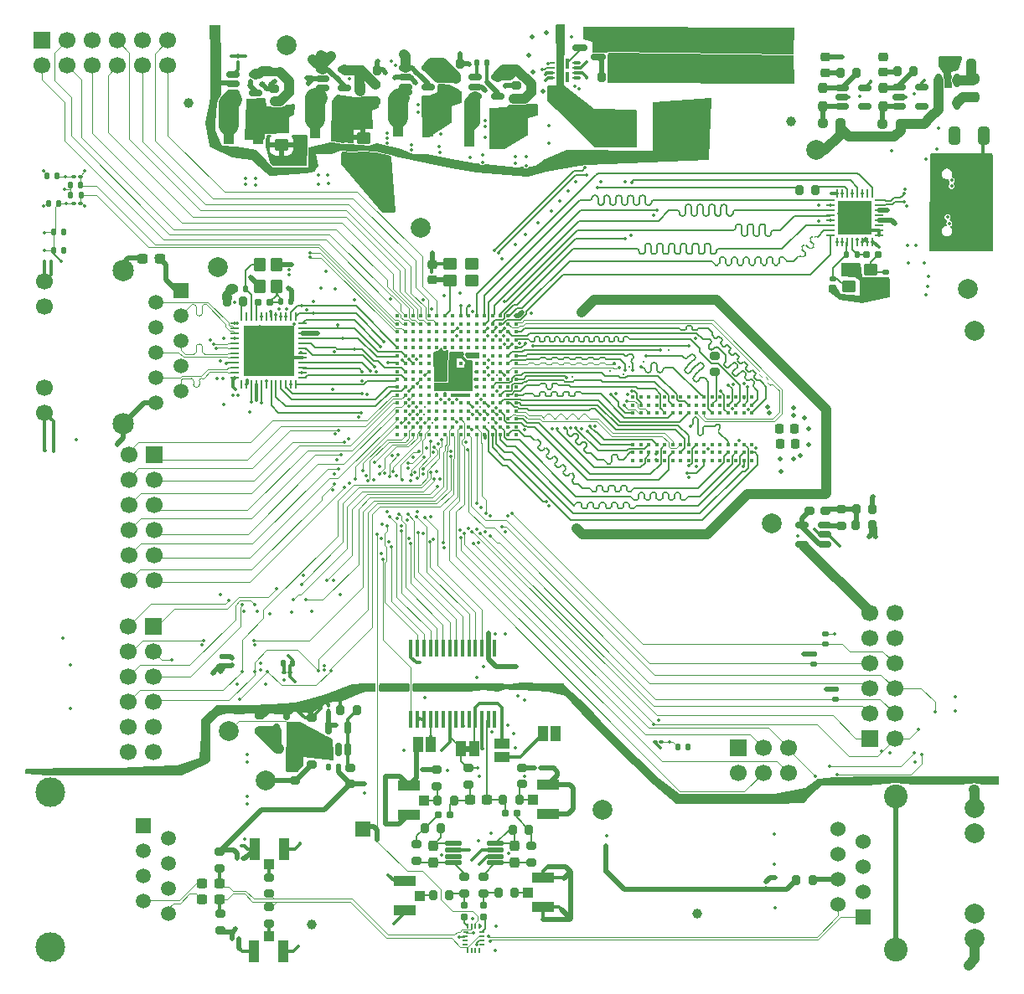
<source format=gtl>
G04 #@! TF.GenerationSoftware,KiCad,Pcbnew,9.0.3-9.0.3-0~ubuntu24.04.1*
G04 #@! TF.CreationDate,2025-08-23T12:09:08+02:00*
G04 #@! TF.ProjectId,acoustic-carrier-board,61636f75-7374-4696-932d-636172726965,rev?*
G04 #@! TF.SameCoordinates,Original*
G04 #@! TF.FileFunction,Copper,L1,Top*
G04 #@! TF.FilePolarity,Positive*
%FSLAX46Y46*%
G04 Gerber Fmt 4.6, Leading zero omitted, Abs format (unit mm)*
G04 Created by KiCad (PCBNEW 9.0.3-9.0.3-0~ubuntu24.04.1) date 2025-08-23 12:09:08*
%MOMM*%
%LPD*%
G01*
G04 APERTURE LIST*
G04 Aperture macros list*
%AMRoundRect*
0 Rectangle with rounded corners*
0 $1 Rounding radius*
0 $2 $3 $4 $5 $6 $7 $8 $9 X,Y pos of 4 corners*
0 Add a 4 corners polygon primitive as box body*
4,1,4,$2,$3,$4,$5,$6,$7,$8,$9,$2,$3,0*
0 Add four circle primitives for the rounded corners*
1,1,$1+$1,$2,$3*
1,1,$1+$1,$4,$5*
1,1,$1+$1,$6,$7*
1,1,$1+$1,$8,$9*
0 Add four rect primitives between the rounded corners*
20,1,$1+$1,$2,$3,$4,$5,0*
20,1,$1+$1,$4,$5,$6,$7,0*
20,1,$1+$1,$6,$7,$8,$9,0*
20,1,$1+$1,$8,$9,$2,$3,0*%
G04 Aperture macros list end*
G04 #@! TA.AperFunction,EtchedComponent*
%ADD10C,0.000000*%
G04 #@! TD*
G04 #@! TA.AperFunction,SMDPad,CuDef*
%ADD11RoundRect,0.200000X0.200000X0.275000X-0.200000X0.275000X-0.200000X-0.275000X0.200000X-0.275000X0*%
G04 #@! TD*
G04 #@! TA.AperFunction,SMDPad,CuDef*
%ADD12RoundRect,0.150000X-0.512500X-0.150000X0.512500X-0.150000X0.512500X0.150000X-0.512500X0.150000X0*%
G04 #@! TD*
G04 #@! TA.AperFunction,SMDPad,CuDef*
%ADD13R,1.500000X1.000000*%
G04 #@! TD*
G04 #@! TA.AperFunction,SMDPad,CuDef*
%ADD14RoundRect,0.237500X0.237500X-0.300000X0.237500X0.300000X-0.237500X0.300000X-0.237500X-0.300000X0*%
G04 #@! TD*
G04 #@! TA.AperFunction,SMDPad,CuDef*
%ADD15RoundRect,0.237500X-0.300000X-0.237500X0.300000X-0.237500X0.300000X0.237500X-0.300000X0.237500X0*%
G04 #@! TD*
G04 #@! TA.AperFunction,SMDPad,CuDef*
%ADD16RoundRect,0.135000X-0.185000X0.135000X-0.185000X-0.135000X0.185000X-0.135000X0.185000X0.135000X0*%
G04 #@! TD*
G04 #@! TA.AperFunction,SMDPad,CuDef*
%ADD17RoundRect,0.140000X0.170000X-0.140000X0.170000X0.140000X-0.170000X0.140000X-0.170000X-0.140000X0*%
G04 #@! TD*
G04 #@! TA.AperFunction,SMDPad,CuDef*
%ADD18C,0.426000*%
G04 #@! TD*
G04 #@! TA.AperFunction,ComponentPad*
%ADD19C,2.000000*%
G04 #@! TD*
G04 #@! TA.AperFunction,ComponentPad*
%ADD20R,1.500000X1.500000*%
G04 #@! TD*
G04 #@! TA.AperFunction,ComponentPad*
%ADD21C,1.500000*%
G04 #@! TD*
G04 #@! TA.AperFunction,ComponentPad*
%ADD22C,3.000000*%
G04 #@! TD*
G04 #@! TA.AperFunction,SMDPad,CuDef*
%ADD23RoundRect,0.135000X-0.135000X-0.185000X0.135000X-0.185000X0.135000X0.185000X-0.135000X0.185000X0*%
G04 #@! TD*
G04 #@! TA.AperFunction,SMDPad,CuDef*
%ADD24R,0.450000X1.750000*%
G04 #@! TD*
G04 #@! TA.AperFunction,SMDPad,CuDef*
%ADD25RoundRect,0.150000X0.587500X0.150000X-0.587500X0.150000X-0.587500X-0.150000X0.587500X-0.150000X0*%
G04 #@! TD*
G04 #@! TA.AperFunction,ComponentPad*
%ADD26R,1.700000X1.700000*%
G04 #@! TD*
G04 #@! TA.AperFunction,ComponentPad*
%ADD27C,1.700000*%
G04 #@! TD*
G04 #@! TA.AperFunction,SMDPad,CuDef*
%ADD28RoundRect,0.200000X-0.275000X0.200000X-0.275000X-0.200000X0.275000X-0.200000X0.275000X0.200000X0*%
G04 #@! TD*
G04 #@! TA.AperFunction,SMDPad,CuDef*
%ADD29RoundRect,0.135000X0.135000X0.185000X-0.135000X0.185000X-0.135000X-0.185000X0.135000X-0.185000X0*%
G04 #@! TD*
G04 #@! TA.AperFunction,SMDPad,CuDef*
%ADD30RoundRect,0.100000X-0.130000X-0.100000X0.130000X-0.100000X0.130000X0.100000X-0.130000X0.100000X0*%
G04 #@! TD*
G04 #@! TA.AperFunction,SMDPad,CuDef*
%ADD31C,0.410000*%
G04 #@! TD*
G04 #@! TA.AperFunction,SMDPad,CuDef*
%ADD32RoundRect,0.200000X-0.200000X-0.275000X0.200000X-0.275000X0.200000X0.275000X-0.200000X0.275000X0*%
G04 #@! TD*
G04 #@! TA.AperFunction,SMDPad,CuDef*
%ADD33RoundRect,0.160000X0.197500X0.160000X-0.197500X0.160000X-0.197500X-0.160000X0.197500X-0.160000X0*%
G04 #@! TD*
G04 #@! TA.AperFunction,SMDPad,CuDef*
%ADD34C,1.000000*%
G04 #@! TD*
G04 #@! TA.AperFunction,SMDPad,CuDef*
%ADD35RoundRect,0.200000X0.275000X-0.200000X0.275000X0.200000X-0.275000X0.200000X-0.275000X-0.200000X0*%
G04 #@! TD*
G04 #@! TA.AperFunction,SMDPad,CuDef*
%ADD36R,1.000000X1.500000*%
G04 #@! TD*
G04 #@! TA.AperFunction,SMDPad,CuDef*
%ADD37RoundRect,0.135000X0.185000X-0.135000X0.185000X0.135000X-0.185000X0.135000X-0.185000X-0.135000X0*%
G04 #@! TD*
G04 #@! TA.AperFunction,SMDPad,CuDef*
%ADD38RoundRect,0.250000X-0.450000X0.350000X-0.450000X-0.350000X0.450000X-0.350000X0.450000X0.350000X0*%
G04 #@! TD*
G04 #@! TA.AperFunction,SMDPad,CuDef*
%ADD39RoundRect,0.237500X0.250000X0.237500X-0.250000X0.237500X-0.250000X-0.237500X0.250000X-0.237500X0*%
G04 #@! TD*
G04 #@! TA.AperFunction,SMDPad,CuDef*
%ADD40RoundRect,0.237500X-0.250000X-0.237500X0.250000X-0.237500X0.250000X0.237500X-0.250000X0.237500X0*%
G04 #@! TD*
G04 #@! TA.AperFunction,SMDPad,CuDef*
%ADD41RoundRect,0.218750X-0.256250X0.218750X-0.256250X-0.218750X0.256250X-0.218750X0.256250X0.218750X0*%
G04 #@! TD*
G04 #@! TA.AperFunction,SMDPad,CuDef*
%ADD42RoundRect,0.100000X0.130000X0.100000X-0.130000X0.100000X-0.130000X-0.100000X0.130000X-0.100000X0*%
G04 #@! TD*
G04 #@! TA.AperFunction,SMDPad,CuDef*
%ADD43RoundRect,0.100000X0.100000X-0.130000X0.100000X0.130000X-0.100000X0.130000X-0.100000X-0.130000X0*%
G04 #@! TD*
G04 #@! TA.AperFunction,SMDPad,CuDef*
%ADD44RoundRect,0.218750X-0.218750X-0.256250X0.218750X-0.256250X0.218750X0.256250X-0.218750X0.256250X0*%
G04 #@! TD*
G04 #@! TA.AperFunction,SMDPad,CuDef*
%ADD45R,1.100000X3.700000*%
G04 #@! TD*
G04 #@! TA.AperFunction,SMDPad,CuDef*
%ADD46RoundRect,0.237500X0.300000X0.237500X-0.300000X0.237500X-0.300000X-0.237500X0.300000X-0.237500X0*%
G04 #@! TD*
G04 #@! TA.AperFunction,SMDPad,CuDef*
%ADD47RoundRect,0.250000X-1.750000X-1.000000X1.750000X-1.000000X1.750000X1.000000X-1.750000X1.000000X0*%
G04 #@! TD*
G04 #@! TA.AperFunction,SMDPad,CuDef*
%ADD48RoundRect,0.237500X0.237500X-0.250000X0.237500X0.250000X-0.237500X0.250000X-0.237500X-0.250000X0*%
G04 #@! TD*
G04 #@! TA.AperFunction,SMDPad,CuDef*
%ADD49RoundRect,0.150000X0.512500X0.150000X-0.512500X0.150000X-0.512500X-0.150000X0.512500X-0.150000X0*%
G04 #@! TD*
G04 #@! TA.AperFunction,SMDPad,CuDef*
%ADD50R,1.000000X1.050000*%
G04 #@! TD*
G04 #@! TA.AperFunction,SMDPad,CuDef*
%ADD51R,1.050000X2.200000*%
G04 #@! TD*
G04 #@! TA.AperFunction,ComponentPad*
%ADD52R,1.524000X1.524000*%
G04 #@! TD*
G04 #@! TA.AperFunction,ComponentPad*
%ADD53C,1.524000*%
G04 #@! TD*
G04 #@! TA.AperFunction,ComponentPad*
%ADD54C,1.999996*%
G04 #@! TD*
G04 #@! TA.AperFunction,ComponentPad*
%ADD55C,2.400046*%
G04 #@! TD*
G04 #@! TA.AperFunction,SMDPad,CuDef*
%ADD56RoundRect,0.062500X-0.375000X-0.062500X0.375000X-0.062500X0.375000X0.062500X-0.375000X0.062500X0*%
G04 #@! TD*
G04 #@! TA.AperFunction,SMDPad,CuDef*
%ADD57RoundRect,0.062500X-0.062500X-0.375000X0.062500X-0.375000X0.062500X0.375000X-0.062500X0.375000X0*%
G04 #@! TD*
G04 #@! TA.AperFunction,HeatsinkPad*
%ADD58R,5.150000X5.150000*%
G04 #@! TD*
G04 #@! TA.AperFunction,SMDPad,CuDef*
%ADD59R,1.050000X1.000000*%
G04 #@! TD*
G04 #@! TA.AperFunction,SMDPad,CuDef*
%ADD60R,2.200000X1.050000*%
G04 #@! TD*
G04 #@! TA.AperFunction,SMDPad,CuDef*
%ADD61RoundRect,0.237500X-0.237500X0.250000X-0.237500X-0.250000X0.237500X-0.250000X0.237500X0.250000X0*%
G04 #@! TD*
G04 #@! TA.AperFunction,SMDPad,CuDef*
%ADD62RoundRect,0.140000X0.140000X0.170000X-0.140000X0.170000X-0.140000X-0.170000X0.140000X-0.170000X0*%
G04 #@! TD*
G04 #@! TA.AperFunction,SMDPad,CuDef*
%ADD63RoundRect,0.250000X0.450000X0.350000X-0.450000X0.350000X-0.450000X-0.350000X0.450000X-0.350000X0*%
G04 #@! TD*
G04 #@! TA.AperFunction,SMDPad,CuDef*
%ADD64RoundRect,0.250000X0.325000X0.650000X-0.325000X0.650000X-0.325000X-0.650000X0.325000X-0.650000X0*%
G04 #@! TD*
G04 #@! TA.AperFunction,SMDPad,CuDef*
%ADD65R,0.399999X1.050000*%
G04 #@! TD*
G04 #@! TA.AperFunction,SMDPad,CuDef*
%ADD66R,0.599999X0.200000*%
G04 #@! TD*
G04 #@! TA.AperFunction,SMDPad,CuDef*
%ADD67RoundRect,0.150000X0.150000X-0.512500X0.150000X0.512500X-0.150000X0.512500X-0.150000X-0.512500X0*%
G04 #@! TD*
G04 #@! TA.AperFunction,SMDPad,CuDef*
%ADD68R,0.812800X0.254000*%
G04 #@! TD*
G04 #@! TA.AperFunction,SMDPad,CuDef*
%ADD69R,0.254000X0.812800*%
G04 #@! TD*
G04 #@! TA.AperFunction,SMDPad,CuDef*
%ADD70R,3.403600X3.403600*%
G04 #@! TD*
G04 #@! TA.AperFunction,SMDPad,CuDef*
%ADD71RoundRect,0.140000X-0.140000X-0.170000X0.140000X-0.170000X0.140000X0.170000X-0.140000X0.170000X0*%
G04 #@! TD*
G04 #@! TA.AperFunction,SMDPad,CuDef*
%ADD72RoundRect,0.150000X-0.150000X0.512500X-0.150000X-0.512500X0.150000X-0.512500X0.150000X0.512500X0*%
G04 #@! TD*
G04 #@! TA.AperFunction,SMDPad,CuDef*
%ADD73RoundRect,0.028125X0.252875X0.084375X-0.252875X0.084375X-0.252875X-0.084375X0.252875X-0.084375X0*%
G04 #@! TD*
G04 #@! TA.AperFunction,SMDPad,CuDef*
%ADD74RoundRect,0.027500X0.204000X0.082500X-0.204000X0.082500X-0.204000X-0.082500X0.204000X-0.082500X0*%
G04 #@! TD*
G04 #@! TA.AperFunction,SMDPad,CuDef*
%ADD75RoundRect,0.027500X-0.082500X0.204000X-0.082500X-0.204000X0.082500X-0.204000X0.082500X0.204000X0*%
G04 #@! TD*
G04 #@! TA.AperFunction,SMDPad,CuDef*
%ADD76RoundRect,0.250000X-0.250000X0.250000X-0.250000X-0.250000X0.250000X-0.250000X0.250000X0.250000X0*%
G04 #@! TD*
G04 #@! TA.AperFunction,SMDPad,CuDef*
%ADD77RoundRect,0.237500X-0.237500X0.300000X-0.237500X-0.300000X0.237500X-0.300000X0.237500X0.300000X0*%
G04 #@! TD*
G04 #@! TA.AperFunction,SMDPad,CuDef*
%ADD78RoundRect,0.225000X0.250000X-0.225000X0.250000X0.225000X-0.250000X0.225000X-0.250000X-0.225000X0*%
G04 #@! TD*
G04 #@! TA.AperFunction,SMDPad,CuDef*
%ADD79RoundRect,0.160000X0.160000X-0.197500X0.160000X0.197500X-0.160000X0.197500X-0.160000X-0.197500X0*%
G04 #@! TD*
G04 #@! TA.AperFunction,SMDPad,CuDef*
%ADD80RoundRect,0.160000X-0.197500X-0.160000X0.197500X-0.160000X0.197500X0.160000X-0.197500X0.160000X0*%
G04 #@! TD*
G04 #@! TA.AperFunction,ComponentPad*
%ADD81R,1.520000X1.520000*%
G04 #@! TD*
G04 #@! TA.AperFunction,ComponentPad*
%ADD82C,1.520000*%
G04 #@! TD*
G04 #@! TA.AperFunction,ComponentPad*
%ADD83C,2.160000*%
G04 #@! TD*
G04 #@! TA.AperFunction,SMDPad,CuDef*
%ADD84RoundRect,0.125000X0.687500X0.125000X-0.687500X0.125000X-0.687500X-0.125000X0.687500X-0.125000X0*%
G04 #@! TD*
G04 #@! TA.AperFunction,SMDPad,CuDef*
%ADD85RoundRect,0.250000X-0.350000X0.450000X-0.350000X-0.450000X0.350000X-0.450000X0.350000X0.450000X0*%
G04 #@! TD*
G04 #@! TA.AperFunction,SMDPad,CuDef*
%ADD86RoundRect,0.150000X0.150000X-0.587500X0.150000X0.587500X-0.150000X0.587500X-0.150000X-0.587500X0*%
G04 #@! TD*
G04 #@! TA.AperFunction,HeatsinkPad*
%ADD87O,1.600000X1.000000*%
G04 #@! TD*
G04 #@! TA.AperFunction,HeatsinkPad*
%ADD88O,2.100000X1.000000*%
G04 #@! TD*
G04 #@! TA.AperFunction,ViaPad*
%ADD89C,0.350000*%
G04 #@! TD*
G04 #@! TA.AperFunction,ViaPad*
%ADD90C,0.250000*%
G04 #@! TD*
G04 #@! TA.AperFunction,ViaPad*
%ADD91C,0.500000*%
G04 #@! TD*
G04 #@! TA.AperFunction,Conductor*
%ADD92C,0.300000*%
G04 #@! TD*
G04 #@! TA.AperFunction,Conductor*
%ADD93C,0.500000*%
G04 #@! TD*
G04 #@! TA.AperFunction,Conductor*
%ADD94C,0.124000*%
G04 #@! TD*
G04 #@! TA.AperFunction,Conductor*
%ADD95C,0.200000*%
G04 #@! TD*
G04 #@! TA.AperFunction,Conductor*
%ADD96C,0.156500*%
G04 #@! TD*
G04 #@! TA.AperFunction,Conductor*
%ADD97C,1.000000*%
G04 #@! TD*
G04 #@! TA.AperFunction,Conductor*
%ADD98C,0.100000*%
G04 #@! TD*
G04 #@! TA.AperFunction,Conductor*
%ADD99C,0.121700*%
G04 #@! TD*
G04 #@! TA.AperFunction,Conductor*
%ADD100C,0.127000*%
G04 #@! TD*
G04 #@! TA.AperFunction,Conductor*
%ADD101C,0.090000*%
G04 #@! TD*
G04 #@! TA.AperFunction,Conductor*
%ADD102C,2.000000*%
G04 #@! TD*
G04 #@! TA.AperFunction,Conductor*
%ADD103C,0.155400*%
G04 #@! TD*
G04 APERTURE END LIST*
D10*
G04 #@! TA.AperFunction,EtchedComponent*
G36*
X90260000Y-125900000D02*
G01*
X89760000Y-125900000D01*
X89760000Y-125300000D01*
X90260000Y-125300000D01*
X90260000Y-125900000D01*
G37*
G04 #@! TD.AperFunction*
D11*
X89230000Y-56365000D03*
X87580000Y-56365000D03*
D12*
X133617500Y-58730000D03*
X133617500Y-59680000D03*
X133617500Y-60630000D03*
X135892500Y-60630000D03*
X135892500Y-58730000D03*
D13*
X93460000Y-126400000D03*
X93460000Y-125100000D03*
D14*
X86517500Y-137092500D03*
X86517500Y-135367500D03*
D15*
X63195000Y-139215000D03*
X64920000Y-139215000D03*
D16*
X127190000Y-119610000D03*
X127190000Y-120630000D03*
D17*
X79155000Y-60045000D03*
X79155000Y-59085000D03*
D18*
X106720000Y-96450000D03*
X106720000Y-95650000D03*
X106720000Y-94850000D03*
X106720000Y-91650000D03*
X106720000Y-90850000D03*
X106720000Y-90050000D03*
X107520000Y-96450000D03*
X107520000Y-95650000D03*
X107520000Y-94850000D03*
X107520000Y-91650000D03*
X107520000Y-90850000D03*
X107520000Y-90050000D03*
X108320000Y-96450000D03*
X108320000Y-95650000D03*
X108320000Y-94850000D03*
X108320000Y-91650000D03*
X108320000Y-90850000D03*
X108320000Y-90050000D03*
X109120000Y-96450000D03*
X109120000Y-95650000D03*
X109120000Y-94850000D03*
X109120000Y-91650000D03*
X109120000Y-90850000D03*
X109120000Y-90050000D03*
X109920000Y-96450000D03*
X109920000Y-95650000D03*
X109920000Y-94850000D03*
X109920000Y-91650000D03*
X109920000Y-90850000D03*
X109920000Y-90050000D03*
X110720000Y-96450000D03*
X110720000Y-95650000D03*
X110720000Y-94850000D03*
X110720000Y-91650000D03*
X110720000Y-90850000D03*
X110720000Y-90050000D03*
X111520000Y-96450000D03*
X111520000Y-95650000D03*
X111520000Y-94850000D03*
X111520000Y-91650000D03*
X111520000Y-90850000D03*
X111520000Y-90050000D03*
X112320000Y-96450000D03*
X112320000Y-95650000D03*
X112320000Y-94850000D03*
X112320000Y-91650000D03*
X112320000Y-90850000D03*
X112320000Y-90050000D03*
X113120000Y-96450000D03*
X113120000Y-95650000D03*
X113120000Y-94850000D03*
X113120000Y-91650000D03*
X113120000Y-90850000D03*
X113120000Y-90050000D03*
X113920000Y-96450000D03*
X113920000Y-95650000D03*
X113920000Y-94850000D03*
X113920000Y-91650000D03*
X113920000Y-90850000D03*
X113920000Y-90050000D03*
X114720000Y-96450000D03*
X114720000Y-95650000D03*
X114720000Y-94850000D03*
X114720000Y-91650000D03*
X114720000Y-90850000D03*
X114720000Y-90050000D03*
X115520000Y-96450000D03*
X115520000Y-95650000D03*
X115520000Y-94850000D03*
X115520000Y-91650000D03*
X115520000Y-90850000D03*
X115520000Y-90050000D03*
X116320000Y-96450000D03*
X116320000Y-95650000D03*
X116320000Y-94850000D03*
X116320000Y-91650000D03*
X116320000Y-90850000D03*
X116320000Y-90050000D03*
X117120000Y-96450000D03*
X117120000Y-95650000D03*
X117120000Y-94850000D03*
X117120000Y-91650000D03*
X117120000Y-90850000D03*
X117120000Y-90050000D03*
X117920000Y-96450000D03*
X117920000Y-95650000D03*
X117920000Y-94850000D03*
X117920000Y-91650000D03*
X117920000Y-90850000D03*
X117920000Y-90050000D03*
X118720000Y-96450000D03*
X118720000Y-95650000D03*
X118720000Y-94850000D03*
X118720000Y-91650000D03*
X118720000Y-90850000D03*
X118720000Y-90050000D03*
D19*
X64740000Y-76940000D03*
D20*
X57250000Y-133380000D03*
D21*
X59790000Y-134650000D03*
X57250000Y-135920000D03*
X59790000Y-137190000D03*
X57250000Y-138460000D03*
X59790000Y-139730000D03*
X57250000Y-141000000D03*
X59790000Y-142270000D03*
D22*
X47850000Y-129975000D03*
X47850000Y-145675000D03*
D23*
X49910000Y-69610000D03*
X50930000Y-69610000D03*
D24*
X92735000Y-115410000D03*
X92085000Y-115410000D03*
X91435000Y-115410000D03*
X90785000Y-115410000D03*
X90135000Y-115410000D03*
X89485000Y-115410000D03*
X88835000Y-115410000D03*
X88185000Y-115410000D03*
X87535000Y-115410000D03*
X86885000Y-115410000D03*
X86235000Y-115410000D03*
X85585000Y-115410000D03*
X84935000Y-115410000D03*
X84285000Y-115410000D03*
X84285000Y-122610000D03*
X84935000Y-122610000D03*
X85585000Y-122610000D03*
X86235000Y-122610000D03*
X86885000Y-122610000D03*
X87535000Y-122610000D03*
X88185000Y-122610000D03*
X88835000Y-122610000D03*
X89485000Y-122610000D03*
X90135000Y-122610000D03*
X90785000Y-122610000D03*
X91435000Y-122610000D03*
X92085000Y-122610000D03*
X92735000Y-122610000D03*
D25*
X103227502Y-55629999D03*
X103227502Y-53729999D03*
X101352502Y-54679999D03*
D17*
X70505000Y-61095000D03*
X70505000Y-60135000D03*
D26*
X58250000Y-113220000D03*
D27*
X58250000Y-115760000D03*
X58250000Y-118300000D03*
X58250000Y-120840000D03*
X58250000Y-123380000D03*
X58250000Y-125920000D03*
X55710000Y-113220000D03*
X55710000Y-115760000D03*
X55710000Y-118300000D03*
X55710000Y-120840000D03*
X55710000Y-123380000D03*
X55710000Y-125920000D03*
D28*
X95525000Y-127535000D03*
X95525000Y-129185000D03*
D29*
X91980000Y-56270000D03*
X90960000Y-56270000D03*
D30*
X66710000Y-136680000D03*
X67350000Y-136680000D03*
D31*
X82900000Y-81850000D03*
X83700000Y-81850000D03*
X84500000Y-81850000D03*
X85300000Y-81850000D03*
X86100000Y-81850000D03*
X86900000Y-81850000D03*
X87700000Y-81850000D03*
X88500000Y-81850000D03*
X89300000Y-81850000D03*
X90100000Y-81850000D03*
X90900000Y-81850000D03*
X91700000Y-81850000D03*
X92500000Y-81850000D03*
X93300000Y-81850000D03*
X94100000Y-81850000D03*
X94900000Y-81850000D03*
X82900000Y-82650000D03*
X83700000Y-82650000D03*
X84500000Y-82650000D03*
X85300000Y-82650000D03*
X86100000Y-82650000D03*
X86900000Y-82650000D03*
X87700000Y-82650000D03*
X88500000Y-82650000D03*
X89300000Y-82650000D03*
X90100000Y-82650000D03*
X90900000Y-82650000D03*
X91700000Y-82650000D03*
X92500000Y-82650000D03*
X93300000Y-82650000D03*
X94100000Y-82650000D03*
X94900000Y-82650000D03*
X82900000Y-83450000D03*
X83700000Y-83450000D03*
X84500000Y-83450000D03*
X85300000Y-83450000D03*
X86100000Y-83450000D03*
X86900000Y-83450000D03*
X87700000Y-83450000D03*
X88500000Y-83450000D03*
X89300000Y-83450000D03*
X90100000Y-83450000D03*
X90900000Y-83450000D03*
X91700000Y-83450000D03*
X92500000Y-83450000D03*
X93300000Y-83450000D03*
X94100000Y-83450000D03*
X94900000Y-83450000D03*
X82900000Y-84250000D03*
X83700000Y-84250000D03*
X84500000Y-84250000D03*
X85300000Y-84250000D03*
X86100000Y-84250000D03*
X86900000Y-84250000D03*
X87700000Y-84250000D03*
X88500000Y-84250000D03*
X89300000Y-84250000D03*
X90100000Y-84250000D03*
X90900000Y-84250000D03*
X91700000Y-84250000D03*
X92500000Y-84250000D03*
X93300000Y-84250000D03*
X94100000Y-84250000D03*
X94900000Y-84250000D03*
X82900000Y-85050000D03*
X83700000Y-85050000D03*
X84500000Y-85050000D03*
X85300000Y-85050000D03*
X86100000Y-85050000D03*
X86900000Y-85050000D03*
X87700000Y-85050000D03*
X88500000Y-85050000D03*
X89300000Y-85050000D03*
X90100000Y-85050000D03*
X90900000Y-85050000D03*
X91700000Y-85050000D03*
X92500000Y-85050000D03*
X93300000Y-85050000D03*
X94100000Y-85050000D03*
X94900000Y-85050000D03*
X82900000Y-85850000D03*
X83700000Y-85850000D03*
X84500000Y-85850000D03*
X85300000Y-85850000D03*
X86100000Y-85850000D03*
X86900000Y-85850000D03*
X87700000Y-85850000D03*
X88500000Y-85850000D03*
X89300000Y-85850000D03*
X90100000Y-85850000D03*
X90900000Y-85850000D03*
X91700000Y-85850000D03*
X92500000Y-85850000D03*
X93300000Y-85850000D03*
X94100000Y-85850000D03*
X94900000Y-85850000D03*
X82900000Y-86650000D03*
X83700000Y-86650000D03*
X84500000Y-86650000D03*
X85300000Y-86650000D03*
X86100000Y-86650000D03*
X86900000Y-86650000D03*
X87700000Y-86650000D03*
X88500000Y-86650000D03*
X89300000Y-86650000D03*
X90100000Y-86650000D03*
X90900000Y-86650000D03*
X91700000Y-86650000D03*
X92500000Y-86650000D03*
X93300000Y-86650000D03*
X94100000Y-86650000D03*
X94900000Y-86650000D03*
X82900000Y-87450000D03*
X83700000Y-87450000D03*
X84500000Y-87450000D03*
X85300000Y-87450000D03*
X86100000Y-87450000D03*
X86900000Y-87450000D03*
X87700000Y-87450000D03*
X88500000Y-87450000D03*
X89300000Y-87450000D03*
X90100000Y-87450000D03*
X90900000Y-87450000D03*
X91700000Y-87450000D03*
X92500000Y-87450000D03*
X93300000Y-87450000D03*
X94100000Y-87450000D03*
X94900000Y-87450000D03*
X82900000Y-88250000D03*
X83700000Y-88250000D03*
X84500000Y-88250000D03*
X85300000Y-88250000D03*
X86100000Y-88250000D03*
X86900000Y-88250000D03*
X87700000Y-88250000D03*
X88500000Y-88250000D03*
X89300000Y-88250000D03*
X90100000Y-88250000D03*
X90900000Y-88250000D03*
X91700000Y-88250000D03*
X92500000Y-88250000D03*
X93300000Y-88250000D03*
X94100000Y-88250000D03*
X94900000Y-88250000D03*
X82900000Y-89050000D03*
X83700000Y-89050000D03*
X84500000Y-89050000D03*
X85300000Y-89050000D03*
X86100000Y-89050000D03*
X86900000Y-89050000D03*
X87700000Y-89050000D03*
X88500000Y-89050000D03*
X89300000Y-89050000D03*
X90100000Y-89050000D03*
X90900000Y-89050000D03*
X91700000Y-89050000D03*
X92500000Y-89050000D03*
X93300000Y-89050000D03*
X94100000Y-89050000D03*
X94900000Y-89050000D03*
X82900000Y-89850000D03*
X83700000Y-89850000D03*
X84500000Y-89850000D03*
X85300000Y-89850000D03*
X86100000Y-89850000D03*
X86900000Y-89850000D03*
X87700000Y-89850000D03*
X88500000Y-89850000D03*
X89300000Y-89850000D03*
X90100000Y-89850000D03*
X90900000Y-89850000D03*
X91700000Y-89850000D03*
X92500000Y-89850000D03*
X93300000Y-89850000D03*
X94100000Y-89850000D03*
X94900000Y-89850000D03*
X82900000Y-90650000D03*
X83700000Y-90650000D03*
X84500000Y-90650000D03*
X85300000Y-90650000D03*
X86100000Y-90650000D03*
X86900000Y-90650000D03*
X87700000Y-90650000D03*
X88500000Y-90650000D03*
X89300000Y-90650000D03*
X90100000Y-90650000D03*
X90900000Y-90650000D03*
X91700000Y-90650000D03*
X92500000Y-90650000D03*
X93300000Y-90650000D03*
X94100000Y-90650000D03*
X94900000Y-90650000D03*
X82900000Y-91450000D03*
X83700000Y-91450000D03*
X84500000Y-91450000D03*
X85300000Y-91450000D03*
X86100000Y-91450000D03*
X86900000Y-91450000D03*
X87700000Y-91450000D03*
X88500000Y-91450000D03*
X89300000Y-91450000D03*
X90100000Y-91450000D03*
X90900000Y-91450000D03*
X91700000Y-91450000D03*
X92500000Y-91450000D03*
X93300000Y-91450000D03*
X94100000Y-91450000D03*
X94900000Y-91450000D03*
X82900000Y-92250000D03*
X83700000Y-92250000D03*
X84500000Y-92250000D03*
X85300000Y-92250000D03*
X86100000Y-92250000D03*
X86900000Y-92250000D03*
X87700000Y-92250000D03*
X88500000Y-92250000D03*
X89300000Y-92250000D03*
X90100000Y-92250000D03*
X90900000Y-92250000D03*
X91700000Y-92250000D03*
X92500000Y-92250000D03*
X93300000Y-92250000D03*
X94100000Y-92250000D03*
X94900000Y-92250000D03*
X82900000Y-93050000D03*
X83700000Y-93050000D03*
X84500000Y-93050000D03*
X85300000Y-93050000D03*
X86100000Y-93050000D03*
X86900000Y-93050000D03*
X87700000Y-93050000D03*
X88500000Y-93050000D03*
X89300000Y-93050000D03*
X90100000Y-93050000D03*
X90900000Y-93050000D03*
X91700000Y-93050000D03*
X92500000Y-93050000D03*
X93300000Y-93050000D03*
X94100000Y-93050000D03*
X94900000Y-93050000D03*
X82900000Y-93850000D03*
X83700000Y-93850000D03*
X84500000Y-93850000D03*
X85300000Y-93850000D03*
X86100000Y-93850000D03*
X86900000Y-93850000D03*
X87700000Y-93850000D03*
X88500000Y-93850000D03*
X89300000Y-93850000D03*
X90100000Y-93850000D03*
X90900000Y-93850000D03*
X91700000Y-93850000D03*
X92500000Y-93850000D03*
X93300000Y-93850000D03*
X94100000Y-93850000D03*
X94900000Y-93850000D03*
D32*
X77150000Y-121667500D03*
X78800000Y-121667500D03*
D33*
X70040000Y-80485000D03*
X68845000Y-80485000D03*
D34*
X74250000Y-143370000D03*
D35*
X74265000Y-124115000D03*
X74265000Y-122465000D03*
D36*
X85010000Y-125140000D03*
X86310000Y-125140000D03*
D37*
X124990000Y-117010000D03*
X124990000Y-115990000D03*
D38*
X79480000Y-63850000D03*
X79480000Y-65850000D03*
D35*
X126122250Y-101530000D03*
X126122250Y-99880000D03*
D29*
X129330000Y-75613000D03*
X128310000Y-75613000D03*
D23*
X47660000Y-70480000D03*
X48680000Y-70480000D03*
D11*
X94785000Y-140180000D03*
X93135000Y-140180000D03*
D28*
X124572250Y-99880000D03*
X124572250Y-101530000D03*
D39*
X127692500Y-62325000D03*
X125867500Y-62325000D03*
D26*
X58295000Y-95895000D03*
D27*
X58295000Y-98435000D03*
X58295000Y-100975000D03*
X58295000Y-103515000D03*
X58295000Y-106055000D03*
X58295000Y-108595000D03*
X55755000Y-95895000D03*
X55755000Y-98435000D03*
X55755000Y-100975000D03*
X55755000Y-103515000D03*
X55755000Y-106055000D03*
X55755000Y-108595000D03*
D11*
X125155000Y-69150000D03*
X123505000Y-69150000D03*
D30*
X108960000Y-124880000D03*
X109600000Y-124880000D03*
D40*
X139055000Y-56337500D03*
X140880000Y-56337500D03*
D12*
X66280000Y-57395000D03*
X66280000Y-58345000D03*
X66280000Y-59295000D03*
X68555000Y-59295000D03*
X68555000Y-57395000D03*
D35*
X115020000Y-87515000D03*
X115020000Y-85865000D03*
D41*
X131955000Y-55625000D03*
X131955000Y-57200000D03*
D11*
X130872250Y-103005000D03*
X129222250Y-103005000D03*
D19*
X125230000Y-65090000D03*
D32*
X127667500Y-57225000D03*
X129317500Y-57225000D03*
D20*
X79430000Y-133730000D03*
D11*
X72590000Y-125620000D03*
X70940000Y-125620000D03*
D42*
X50850000Y-67720000D03*
X50210000Y-67720000D03*
D23*
X47520000Y-67680000D03*
X48540000Y-67680000D03*
D28*
X96417500Y-135417500D03*
X96417500Y-137067500D03*
D12*
X75317500Y-56915000D03*
X75317500Y-57865000D03*
X75317500Y-58815000D03*
X77592500Y-58815000D03*
X77592500Y-56915000D03*
D28*
X91600000Y-138565000D03*
X91600000Y-140215000D03*
D43*
X120120000Y-139720000D03*
X120120000Y-139080000D03*
D44*
X121482500Y-93220000D03*
X123057500Y-93220000D03*
D32*
X129262250Y-101405000D03*
X130912250Y-101405000D03*
D45*
X90205000Y-62815000D03*
X93205000Y-62815000D03*
D23*
X49900000Y-68600000D03*
X50920000Y-68600000D03*
D33*
X94982500Y-132110000D03*
X93787500Y-132110000D03*
D11*
X96210000Y-133760000D03*
X94560000Y-133760000D03*
D46*
X58902500Y-76020000D03*
X57177500Y-76020000D03*
D23*
X48180000Y-75180000D03*
X49200000Y-75180000D03*
D26*
X47000000Y-54000000D03*
D27*
X47000000Y-56540000D03*
X49540000Y-54000000D03*
X49540000Y-56540000D03*
X52080000Y-54000000D03*
X52080000Y-56540000D03*
X54620000Y-54000000D03*
X54620000Y-56540000D03*
X57160000Y-54000000D03*
X57160000Y-56540000D03*
X59700000Y-54000000D03*
X59700000Y-56540000D03*
D17*
X132230000Y-78350000D03*
X132230000Y-77390000D03*
D47*
X104987500Y-62850000D03*
X111087500Y-62850000D03*
D28*
X69930000Y-141605000D03*
X69930000Y-143255000D03*
D17*
X65310000Y-117242500D03*
X65310000Y-116282500D03*
D41*
X126167500Y-55650000D03*
X126167500Y-57225000D03*
D45*
X65855000Y-62570000D03*
X68855000Y-62570000D03*
D48*
X131955000Y-60612500D03*
X131955000Y-58787500D03*
D49*
X126047250Y-104905000D03*
X126047250Y-103955000D03*
X126047250Y-103005000D03*
X123772250Y-103005000D03*
X123772250Y-104905000D03*
D50*
X69960000Y-137235000D03*
D51*
X68485000Y-135710000D03*
X71435000Y-135710000D03*
D11*
X67335000Y-80400000D03*
X65685000Y-80400000D03*
D44*
X121552500Y-94770000D03*
X123127500Y-94770000D03*
D52*
X130005000Y-142630000D03*
D53*
X127465000Y-141370160D03*
X130005000Y-140090000D03*
X127465000Y-138830160D03*
X130005000Y-137550000D03*
X127465000Y-136290160D03*
X130005000Y-135010000D03*
X127465000Y-133750160D03*
D54*
X141254914Y-144815162D03*
X141254914Y-142275162D03*
X141254914Y-134104998D03*
X141254914Y-131564998D03*
D55*
X133304968Y-145940128D03*
X133304968Y-130440032D03*
D30*
X66240000Y-144830000D03*
X66880000Y-144830000D03*
D37*
X126130000Y-115010000D03*
X126130000Y-113990000D03*
D36*
X97610000Y-124100000D03*
X98910000Y-124100000D03*
D56*
X66467500Y-82585000D03*
X66467500Y-83085000D03*
X66467500Y-83585000D03*
X66467500Y-84085000D03*
X66467500Y-84585000D03*
X66467500Y-85085000D03*
X66467500Y-85585000D03*
X66467500Y-86085000D03*
X66467500Y-86585000D03*
X66467500Y-87085000D03*
X66467500Y-87585000D03*
X66467500Y-88085000D03*
D57*
X67155000Y-88772500D03*
X67655000Y-88772500D03*
X68155000Y-88772500D03*
X68655000Y-88772500D03*
X69155000Y-88772500D03*
X69655000Y-88772500D03*
X70155000Y-88772500D03*
X70655000Y-88772500D03*
X71155000Y-88772500D03*
X71655000Y-88772500D03*
X72155000Y-88772500D03*
X72655000Y-88772500D03*
D56*
X73342500Y-88085000D03*
X73342500Y-87585000D03*
X73342500Y-87085000D03*
X73342500Y-86585000D03*
X73342500Y-86085000D03*
X73342500Y-85585000D03*
X73342500Y-85085000D03*
X73342500Y-84585000D03*
X73342500Y-84085000D03*
X73342500Y-83585000D03*
X73342500Y-83085000D03*
X73342500Y-82585000D03*
D57*
X72655000Y-81897500D03*
X72155000Y-81897500D03*
X71655000Y-81897500D03*
X71155000Y-81897500D03*
X70655000Y-81897500D03*
X70155000Y-81897500D03*
X69655000Y-81897500D03*
X69155000Y-81897500D03*
X68655000Y-81897500D03*
X68155000Y-81897500D03*
X67655000Y-81897500D03*
X67155000Y-81897500D03*
D58*
X69905000Y-85335000D03*
D59*
X96135000Y-140130000D03*
D60*
X97660000Y-138655000D03*
X97660000Y-141605000D03*
D61*
X141217500Y-57875000D03*
X141217500Y-59700000D03*
D26*
X109000000Y-54000000D03*
D27*
X109000000Y-56540000D03*
X111540000Y-54000000D03*
X111540000Y-56540000D03*
X114080000Y-54000000D03*
X114080000Y-56540000D03*
X116620000Y-54000000D03*
X116620000Y-56540000D03*
X119160000Y-54000000D03*
X119160000Y-56540000D03*
X121700000Y-54000000D03*
X121700000Y-56540000D03*
D19*
X140540000Y-79100000D03*
D17*
X126910000Y-79043000D03*
X126910000Y-78083000D03*
D62*
X72110000Y-80400000D03*
X71150000Y-80400000D03*
D63*
X130710000Y-77163000D03*
X128510000Y-77163000D03*
X128510000Y-78863000D03*
X130710000Y-78863000D03*
D64*
X142175000Y-63640000D03*
X139225000Y-63640000D03*
D65*
X99375002Y-57695000D03*
X100075001Y-57695000D03*
D66*
X100850000Y-57770001D03*
X100850000Y-57270000D03*
X100850000Y-56770000D03*
X100850000Y-56269999D03*
D65*
X100075001Y-56345000D03*
X99375002Y-56345000D03*
D66*
X98550002Y-56269999D03*
X98550002Y-56770000D03*
X98550002Y-57270000D03*
X98550002Y-57770001D03*
D39*
X133767500Y-62400000D03*
X131942500Y-62400000D03*
D59*
X85572500Y-130800000D03*
D60*
X84047500Y-132275000D03*
X84047500Y-129325000D03*
D35*
X127767250Y-103050000D03*
X127767250Y-101400000D03*
X94930000Y-58540000D03*
X94930000Y-56890000D03*
D28*
X89630000Y-138575000D03*
X89630000Y-140225000D03*
D11*
X80867500Y-57010000D03*
X79217500Y-57010000D03*
D62*
X72325000Y-116977500D03*
X71365000Y-116977500D03*
D67*
X75975000Y-125712500D03*
X76925000Y-125712500D03*
X77875000Y-125712500D03*
X77875000Y-123437500D03*
X75975000Y-123437500D03*
D15*
X90222500Y-130745000D03*
X91947500Y-130745000D03*
D59*
X85162500Y-140460000D03*
D60*
X83637500Y-141935000D03*
X83637500Y-138985000D03*
D68*
X131550000Y-73686000D03*
X131550000Y-73178000D03*
X131550000Y-72670000D03*
X131550000Y-72162000D03*
X131550000Y-71654000D03*
X131550000Y-71146000D03*
X131550000Y-70638000D03*
X131550000Y-70130000D03*
D69*
X130876900Y-69456900D03*
X130368900Y-69456900D03*
X129860900Y-69456900D03*
X129352900Y-69456900D03*
X128844900Y-69456900D03*
X128336900Y-69456900D03*
X127828900Y-69456900D03*
X127320900Y-69456900D03*
D68*
X126647800Y-70130000D03*
X126647800Y-70638000D03*
X126647800Y-71146000D03*
X126647800Y-71654000D03*
X126647800Y-72162000D03*
X126647800Y-72670000D03*
X126647800Y-73178000D03*
X126647800Y-73686000D03*
D69*
X127320900Y-74359100D03*
X127828900Y-74359100D03*
X128336900Y-74359100D03*
X128844900Y-74359100D03*
X129352900Y-74359100D03*
X129860900Y-74359100D03*
X130368900Y-74359100D03*
X130876900Y-74359100D03*
D70*
X129098900Y-71908000D03*
D19*
X71720000Y-54490000D03*
D29*
X112290000Y-125390000D03*
X111270000Y-125390000D03*
D71*
X66580000Y-79090000D03*
X67540000Y-79090000D03*
D28*
X88817500Y-57860000D03*
X88817500Y-59510000D03*
D72*
X139467500Y-58012500D03*
X138517500Y-58012500D03*
X137567500Y-58012500D03*
X137567500Y-60287500D03*
X139467500Y-60287500D03*
D35*
X64930000Y-137655000D03*
X64930000Y-136005000D03*
D73*
X89796500Y-144160000D03*
D74*
X89746500Y-144560000D03*
X89746500Y-144960000D03*
X89746500Y-145360000D03*
D75*
X89991500Y-146005000D03*
X90391500Y-146005000D03*
X90791500Y-146005000D03*
X91191500Y-146005000D03*
D74*
X91436500Y-145360000D03*
X91436500Y-144960000D03*
X91436500Y-144560000D03*
X91436500Y-144160000D03*
D75*
X91191500Y-143515000D03*
X90791500Y-143515000D03*
X90391500Y-143515000D03*
X89991500Y-143515000D03*
D76*
X105230000Y-53682500D03*
X105230000Y-56182500D03*
D19*
X85290000Y-72900000D03*
D35*
X69015000Y-123815000D03*
X69015000Y-122165000D03*
D34*
X61770000Y-60280000D03*
D26*
X130605000Y-124575000D03*
D27*
X130605000Y-122035000D03*
X130605000Y-119495000D03*
X130605000Y-116955000D03*
X130605000Y-114415000D03*
X130605000Y-111875000D03*
X133145000Y-124575000D03*
X133145000Y-122035000D03*
X133145000Y-119495000D03*
X133145000Y-116955000D03*
X133145000Y-114415000D03*
X133145000Y-111875000D03*
D12*
X127855000Y-58787500D03*
X127855000Y-59737500D03*
X127855000Y-60687500D03*
X130130000Y-60687500D03*
X130130000Y-58787500D03*
D35*
X84867500Y-136905000D03*
X84867500Y-135255000D03*
D43*
X66820000Y-56220000D03*
X66820000Y-55580000D03*
D33*
X131507500Y-75613000D03*
X130312500Y-75613000D03*
D50*
X69900000Y-144535000D03*
D51*
X71375000Y-146060000D03*
X68425000Y-146060000D03*
D35*
X78165000Y-129162500D03*
X78165000Y-127512500D03*
D71*
X75975000Y-127417500D03*
X76935000Y-127417500D03*
D77*
X94767500Y-135367500D03*
X94767500Y-137092500D03*
D42*
X85460000Y-127720000D03*
X84820000Y-127720000D03*
D78*
X86445000Y-78195000D03*
X86445000Y-76645000D03*
D15*
X63195000Y-140815000D03*
X64920000Y-140815000D03*
D35*
X74265000Y-127215000D03*
X74265000Y-125565000D03*
D79*
X89691500Y-142607500D03*
X89691500Y-141412500D03*
D11*
X88620000Y-130840000D03*
X86970000Y-130840000D03*
D38*
X71190000Y-62530000D03*
X71190000Y-64530000D03*
D17*
X94630000Y-60815000D03*
X94630000Y-59855000D03*
D19*
X65870000Y-123800000D03*
X69570000Y-128830000D03*
D80*
X87037500Y-132260000D03*
X88232500Y-132260000D03*
D28*
X86860000Y-127710000D03*
X86860000Y-129360000D03*
D81*
X61050000Y-79270000D03*
D82*
X58510000Y-80440000D03*
X61050000Y-81810000D03*
X58510000Y-82980000D03*
X61050000Y-84350000D03*
X58510000Y-85520000D03*
X61050000Y-86890000D03*
X58510000Y-88060000D03*
X61050000Y-89430000D03*
X58510000Y-90600000D03*
D27*
X47270000Y-78360000D03*
X47270000Y-80900000D03*
X47270000Y-89080000D03*
X47270000Y-91620000D03*
D83*
X55220000Y-92730000D03*
X55220000Y-77250000D03*
D28*
X96430000Y-59190000D03*
X96430000Y-60840000D03*
D17*
X87505000Y-58745000D03*
X87505000Y-57785000D03*
D19*
X103600000Y-131800000D03*
D32*
X85660000Y-133610000D03*
X87310000Y-133610000D03*
D30*
X96760000Y-127560000D03*
X97400000Y-127560000D03*
D36*
X90660000Y-125600000D03*
X89360000Y-125600000D03*
D84*
X92797500Y-137135000D03*
X92797500Y-136485000D03*
X92797500Y-135835000D03*
X92797500Y-135185000D03*
X88572500Y-135185000D03*
X88572500Y-135835000D03*
X88572500Y-136485000D03*
X88572500Y-137135000D03*
D23*
X48140000Y-73370000D03*
X49160000Y-73370000D03*
D28*
X71955000Y-59240000D03*
X71955000Y-60890000D03*
D35*
X90060000Y-129225000D03*
X90060000Y-127575000D03*
D26*
X117310000Y-125470000D03*
D27*
X117310000Y-128010000D03*
X119850000Y-125470000D03*
X119850000Y-128010000D03*
X122390000Y-125470000D03*
X122390000Y-128010000D03*
D32*
X103540000Y-57660000D03*
X105190000Y-57660000D03*
D35*
X72575000Y-128805000D03*
X72575000Y-127155000D03*
D43*
X66240000Y-117110000D03*
X66240000Y-116470000D03*
D48*
X125892500Y-60650000D03*
X125892500Y-58825000D03*
D45*
X74555000Y-61965000D03*
X77555000Y-61965000D03*
D59*
X96610000Y-130715000D03*
D60*
X98135000Y-129240000D03*
X98135000Y-132190000D03*
D32*
X93570000Y-130740000D03*
X95220000Y-130740000D03*
X123205000Y-138890000D03*
X124855000Y-138890000D03*
D42*
X72070000Y-117860000D03*
X71430000Y-117860000D03*
X50860000Y-70480000D03*
X50220000Y-70480000D03*
D11*
X88155000Y-140370000D03*
X86505000Y-140370000D03*
D35*
X65000000Y-143925000D03*
X65000000Y-142275000D03*
D45*
X83005000Y-61815000D03*
X86005000Y-61815000D03*
D34*
X122660000Y-62130000D03*
D43*
X75945000Y-121797500D03*
X75945000Y-121157500D03*
D32*
X133430000Y-57100000D03*
X135080000Y-57100000D03*
D85*
X69000000Y-76610000D03*
X69000000Y-78810000D03*
X70700000Y-78810000D03*
X70700000Y-76610000D03*
D12*
X83730000Y-56765000D03*
X83730000Y-57715000D03*
X83730000Y-58665000D03*
X86005000Y-58665000D03*
X86005000Y-56765000D03*
D63*
X90440000Y-76560000D03*
X88240000Y-76560000D03*
X88240000Y-78260000D03*
X90440000Y-78260000D03*
D79*
X91600000Y-142587500D03*
X91600000Y-141392500D03*
D28*
X80692500Y-58485000D03*
X80692500Y-60135000D03*
D35*
X69920000Y-140245000D03*
X69920000Y-138595000D03*
D34*
X113160000Y-142260000D03*
D86*
X70735000Y-123797500D03*
X72635000Y-123797500D03*
X71685000Y-121922500D03*
D35*
X70405000Y-58840000D03*
X70405000Y-57190000D03*
D12*
X90805000Y-57715000D03*
X90805000Y-58665000D03*
X90805000Y-59615000D03*
X93080000Y-59615000D03*
X93080000Y-57715000D03*
D19*
X141230000Y-83380000D03*
X120722250Y-102810000D03*
D87*
X142080000Y-66050000D03*
D88*
X137900000Y-66050000D03*
D87*
X142080000Y-74690000D03*
D88*
X137900000Y-74690000D03*
D89*
X71260000Y-84260000D03*
X75550000Y-117170000D03*
X87360000Y-136310000D03*
X92320000Y-102010000D03*
D90*
X94900000Y-87450000D03*
D89*
X121080000Y-138630000D03*
X49420000Y-70480000D03*
X137445000Y-64990000D03*
X90140000Y-56380000D03*
X81780000Y-133230000D03*
X136570000Y-77810000D03*
D91*
X105100000Y-125000000D03*
X90200000Y-119400000D03*
D89*
X104090000Y-134390000D03*
X99710000Y-138750000D03*
X69600000Y-119080000D03*
D90*
X92940000Y-87850000D03*
D89*
X67750000Y-126170000D03*
X117440000Y-94440000D03*
X90500000Y-142800000D03*
X47250000Y-75180000D03*
X68770000Y-111710000D03*
D90*
X105730000Y-87700000D03*
D91*
X66500000Y-65200000D03*
D89*
X48960000Y-76330000D03*
X89260000Y-55350000D03*
D91*
X54900000Y-128000000D03*
X74265000Y-121575000D03*
D89*
X82810000Y-97960000D03*
X87320000Y-90300000D03*
X73710000Y-81200000D03*
X91820000Y-103700000D03*
X73730000Y-57730000D03*
X81740000Y-128450000D03*
D91*
X100400000Y-120300000D03*
X113320000Y-64960000D03*
D89*
X81130000Y-97090000D03*
X93480000Y-76040000D03*
X94900000Y-93850000D03*
D91*
X75850000Y-120550000D03*
D89*
X92070000Y-87050000D03*
D90*
X100560000Y-87970000D03*
D89*
X90960000Y-118400000D03*
X68100000Y-86280000D03*
X71430000Y-117860000D03*
D91*
X64600000Y-56500000D03*
D90*
X115330000Y-86070000D03*
D89*
X107520000Y-90050000D03*
D91*
X109100000Y-128900000D03*
D89*
X98250000Y-64350000D03*
X81900000Y-101660000D03*
X67730000Y-130440000D03*
X94100000Y-91450000D03*
X72200000Y-76620000D03*
X90510000Y-81420000D03*
X85490000Y-103860000D03*
D91*
X121600000Y-96305000D03*
D89*
X109120000Y-90850000D03*
D91*
X76100000Y-64900000D03*
D89*
X82900000Y-93850000D03*
X81300000Y-104340000D03*
X65310000Y-116282500D03*
X128290000Y-70670000D03*
X76925000Y-125712500D03*
D91*
X122960000Y-91160000D03*
X64000000Y-62100000D03*
D89*
X91740000Y-94210000D03*
X92790000Y-114010000D03*
X69042500Y-82905000D03*
X91390000Y-101240000D03*
X128485000Y-59725000D03*
X86380000Y-77400000D03*
X68370000Y-83040000D03*
X98200000Y-101070000D03*
X91130000Y-134930000D03*
X91320000Y-90260000D03*
X86570649Y-104400873D03*
X121080000Y-141640000D03*
D91*
X135100000Y-128800000D03*
D89*
X85665000Y-120430000D03*
X66130000Y-55600000D03*
D91*
X95400000Y-119370000D03*
D89*
X88500000Y-86650000D03*
X132850000Y-65120000D03*
X84950000Y-101650000D03*
X67770000Y-126960000D03*
X129652501Y-59657499D03*
X111520000Y-90050000D03*
X129560000Y-77840000D03*
X107520000Y-94850000D03*
X82400000Y-95980000D03*
X90150000Y-135830000D03*
X87655000Y-79800000D03*
X92780000Y-146010000D03*
X135140001Y-59389999D03*
X126270000Y-119610000D03*
X94630000Y-124090000D03*
X72140000Y-85550000D03*
X127562250Y-105070000D03*
X115520000Y-90050000D03*
X100340000Y-129240000D03*
X70020000Y-111970000D03*
X87000000Y-94730000D03*
X130430000Y-79990000D03*
X134204613Y-68999358D03*
X76470000Y-108580000D03*
X69190000Y-87200000D03*
X70980000Y-81150000D03*
D90*
X106310000Y-87010000D03*
D91*
X64600000Y-53300000D03*
D89*
X83700000Y-91450000D03*
X85160000Y-116880000D03*
D91*
X87800000Y-119400000D03*
D89*
X117910000Y-88640000D03*
X90913599Y-103371551D03*
X67550000Y-85310000D03*
X70550000Y-58080000D03*
D91*
X121000000Y-130700000D03*
D89*
X89130000Y-144610000D03*
X93710000Y-84690000D03*
X75675000Y-77315000D03*
X106470000Y-73650000D03*
X101540000Y-93240000D03*
X80800000Y-87470000D03*
X67740000Y-131160000D03*
X67570000Y-55560000D03*
X80480000Y-98430000D03*
X66680000Y-119090000D03*
X76643268Y-93790914D03*
X92910000Y-83840000D03*
X105230000Y-56182500D03*
X79804275Y-89750384D03*
X125022250Y-103410000D03*
X128010000Y-73348000D03*
D91*
X64700000Y-57900000D03*
D89*
X81900000Y-63320000D03*
D91*
X139400000Y-128800000D03*
D89*
X89300000Y-89050000D03*
X127685000Y-72385000D03*
X65800000Y-79300000D03*
X125470000Y-70630000D03*
D90*
X92160000Y-92660000D03*
X115040000Y-85700000D03*
D89*
X93790000Y-58600000D03*
X104390000Y-56800000D03*
X116850000Y-88760000D03*
X109920000Y-90850000D03*
X110720000Y-90050000D03*
X86910000Y-122900000D03*
X68477311Y-115104928D03*
D91*
X90800000Y-66800000D03*
D89*
X134245000Y-59725000D03*
X119120000Y-95220000D03*
D91*
X77400000Y-120400000D03*
D89*
X90100000Y-89050000D03*
D91*
X124400000Y-129900000D03*
D89*
X132690000Y-126030000D03*
X77170000Y-110010000D03*
X82900000Y-81850000D03*
X121010000Y-134260000D03*
X137950000Y-56540000D03*
X76520000Y-97800000D03*
D91*
X111300000Y-130700000D03*
D89*
X69905000Y-85335000D03*
X118340000Y-91270000D03*
X86900000Y-89050000D03*
X130952250Y-100120000D03*
D91*
X109530000Y-60990000D03*
D89*
X98530000Y-93210000D03*
X89310000Y-88250000D03*
X86860000Y-97560000D03*
X80970000Y-56070000D03*
X114290000Y-95240000D03*
X97650000Y-142820000D03*
X84490000Y-96140000D03*
X71910000Y-79030000D03*
X117120000Y-96450000D03*
X66580000Y-79090000D03*
X48680000Y-70480000D03*
X105190000Y-57660000D03*
X85500000Y-97850000D03*
X134357435Y-70698915D03*
D91*
X96200000Y-55500000D03*
X83200000Y-65400000D03*
D89*
X81730000Y-57260000D03*
D91*
X107000000Y-126900000D03*
D89*
X81320000Y-105900000D03*
X87200000Y-98330000D03*
X91220000Y-128350000D03*
X82570000Y-143250000D03*
X113120000Y-95650000D03*
X93790000Y-103630000D03*
D91*
X127920000Y-128900000D03*
D90*
X107770000Y-86460000D03*
D89*
X76820000Y-96410000D03*
X69110000Y-117590000D03*
X95290000Y-84620000D03*
X92950000Y-89430000D03*
X88500000Y-88250000D03*
X69090000Y-116940000D03*
X129610000Y-71500000D03*
D91*
X96500000Y-53600000D03*
D89*
X73090000Y-135180000D03*
D91*
X137500000Y-128800000D03*
D89*
X123990000Y-116000000D03*
X113140000Y-97040000D03*
X113030000Y-84110000D03*
D91*
X98000000Y-119400000D03*
D89*
X75975000Y-127417500D03*
X102860000Y-92980000D03*
X105930000Y-68240000D03*
X130510000Y-71460000D03*
X83700000Y-84250000D03*
D91*
X109020000Y-65510000D03*
X105520000Y-65680000D03*
X97900000Y-66400000D03*
D89*
X92900000Y-91120000D03*
X67730000Y-87730000D03*
D91*
X78200000Y-64800000D03*
D89*
X89800000Y-94620000D03*
X92735000Y-115410000D03*
X109920000Y-96450000D03*
X84080000Y-104300000D03*
D91*
X72600000Y-121500000D03*
D89*
X78970000Y-92030000D03*
X87600000Y-105280000D03*
X68120000Y-84170000D03*
D91*
X113990000Y-63490000D03*
D89*
X82900000Y-87450000D03*
X94060000Y-123200000D03*
X81650000Y-97740000D03*
D91*
X47500000Y-128000000D03*
D89*
X82670000Y-57730000D03*
X86445000Y-75475000D03*
D90*
X110290000Y-85280000D03*
D89*
X121030000Y-137240000D03*
X113120000Y-90850000D03*
X84760000Y-58240000D03*
X129410000Y-73468000D03*
D91*
X122970000Y-91920000D03*
D90*
X86410000Y-92670000D03*
D89*
X72040000Y-87080000D03*
D91*
X68400000Y-65500000D03*
X95000000Y-67200000D03*
D89*
X137600000Y-62890000D03*
X94060857Y-102067512D03*
X88120000Y-90310000D03*
X72460000Y-82650000D03*
D91*
X103300000Y-123100000D03*
X111890000Y-60890000D03*
D89*
X66500000Y-80485000D03*
D91*
X143300000Y-128800000D03*
D89*
X132090000Y-79410000D03*
D91*
X85800000Y-65900000D03*
D89*
X110440000Y-124880000D03*
X99490000Y-141850000D03*
D91*
X79600000Y-119430503D03*
D90*
X85722164Y-91060000D03*
D89*
X88010000Y-127790000D03*
X97850000Y-58040000D03*
X127060000Y-114000000D03*
X82070000Y-104660000D03*
X79340000Y-88390000D03*
X135230000Y-126910000D03*
D91*
X63500000Y-126800000D03*
X93000000Y-119420117D03*
D89*
X81880000Y-63840000D03*
D91*
X64600000Y-59500000D03*
D89*
X72190000Y-111820000D03*
X47280000Y-73410000D03*
X81400000Y-102910000D03*
D91*
X70200000Y-121600000D03*
D89*
X106720000Y-90050000D03*
D91*
X85300000Y-119400000D03*
D89*
X116740000Y-91220000D03*
X130210000Y-73348000D03*
X63183460Y-115081833D03*
D90*
X91250000Y-91030000D03*
D91*
X60920000Y-127940000D03*
D89*
X129560000Y-77210000D03*
X72910000Y-145540000D03*
X98110000Y-137490000D03*
X66280000Y-58345000D03*
X134420000Y-74700000D03*
X71365000Y-116977500D03*
X96285000Y-125425000D03*
X88500000Y-89050000D03*
X84210000Y-98500000D03*
D91*
X141900000Y-128800000D03*
D89*
X50490000Y-94340000D03*
D91*
X64600000Y-55200000D03*
D89*
X139265000Y-63680000D03*
X109920000Y-95650000D03*
X67450000Y-134770000D03*
X67420000Y-111710000D03*
X88500000Y-85850000D03*
X72040000Y-84590000D03*
X138517500Y-58012500D03*
X106174950Y-89800000D03*
X68110000Y-77920000D03*
X115520000Y-96450000D03*
X49330000Y-67720000D03*
X72130000Y-86160000D03*
X84700000Y-97620000D03*
D91*
X74300000Y-65100000D03*
D89*
X65040000Y-86360000D03*
D91*
X63600000Y-124100000D03*
D89*
X88240000Y-76560000D03*
X101280000Y-57760000D03*
X100470000Y-53640000D03*
X67150000Y-135450000D03*
X95730000Y-128350000D03*
X98210000Y-62630000D03*
X71740000Y-81150000D03*
X84860000Y-86250000D03*
X135320000Y-74700000D03*
X71600000Y-87230000D03*
X83970000Y-97260000D03*
X128562000Y-71508000D03*
X109090000Y-96390000D03*
D91*
X58200000Y-128000000D03*
X101800000Y-121600000D03*
D89*
X83940000Y-102460000D03*
D91*
X98000000Y-53200000D03*
D89*
X111520000Y-90850000D03*
X92450000Y-123875000D03*
X85010000Y-125140000D03*
D91*
X131750000Y-128770000D03*
D89*
X99090000Y-127950000D03*
D90*
X86100000Y-93850000D03*
D89*
X86250000Y-102170000D03*
D91*
X117500000Y-130700000D03*
D89*
X112379099Y-98143884D03*
X92100000Y-86330000D03*
X86570000Y-95620000D03*
X111520000Y-96450000D03*
X81870000Y-64360000D03*
X63980000Y-84310000D03*
D91*
X80800000Y-64800000D03*
D89*
X54640000Y-94820000D03*
X93640000Y-83840000D03*
X74250000Y-111730000D03*
X88500000Y-87450000D03*
X125510000Y-72250000D03*
X88280000Y-95490000D03*
X77980000Y-94290000D03*
X78090000Y-57890000D03*
X79740000Y-97960000D03*
X85840000Y-95150000D03*
X65050000Y-109990000D03*
X73400000Y-108100000D03*
X88910000Y-90320000D03*
D90*
X114770000Y-86060000D03*
D91*
X50700000Y-128000000D03*
D89*
X84850000Y-91080000D03*
X69140000Y-58470000D03*
X72110000Y-80400000D03*
X66990000Y-145850000D03*
D91*
X97600000Y-59100000D03*
D89*
X76410000Y-99430000D03*
D91*
X67200000Y-121700000D03*
D89*
X82920000Y-102320000D03*
X90100000Y-87450000D03*
X92860000Y-143500000D03*
X88890000Y-83830000D03*
D90*
X85620000Y-91820000D03*
D89*
X100175000Y-132195000D03*
X94100000Y-84250000D03*
D91*
X64600000Y-122000000D03*
D89*
X100430000Y-93180000D03*
X78050000Y-98760000D03*
X95490000Y-81510000D03*
X91640000Y-117310000D03*
D91*
X122930000Y-96290000D03*
X88400000Y-66400000D03*
D89*
X103430000Y-68310000D03*
X75560000Y-117670000D03*
X78540000Y-80180000D03*
X92160000Y-87850000D03*
D91*
X82500000Y-119400000D03*
D89*
X79600000Y-130080000D03*
X90120000Y-103280000D03*
X89270000Y-103460000D03*
D91*
X121670000Y-97570000D03*
D89*
X73880000Y-58340000D03*
D91*
X99580000Y-65890000D03*
D89*
X105020000Y-89680000D03*
X108790000Y-71640000D03*
X127530000Y-71480000D03*
X109300000Y-122700000D03*
X118720000Y-96450000D03*
X118720000Y-90050000D03*
X91810000Y-59050000D03*
X92070000Y-83820000D03*
X107520000Y-96450000D03*
X94852500Y-125477500D03*
X128650000Y-80040000D03*
D91*
X74300000Y-66900000D03*
D89*
X136350000Y-65950000D03*
X83354327Y-103105621D03*
D91*
X114300000Y-130700000D03*
D89*
X123332250Y-104080000D03*
D90*
X104410000Y-87440000D03*
D91*
X96600000Y-57200000D03*
D89*
X94800000Y-126400000D03*
D91*
X111320000Y-65290000D03*
X64600000Y-64400000D03*
D89*
X69320000Y-83840000D03*
X117120000Y-90050000D03*
X68010000Y-91520000D03*
X82000000Y-138340000D03*
X66195000Y-116425000D03*
X101270000Y-56280000D03*
X92400000Y-134170000D03*
X93820000Y-114000000D03*
D91*
X69900000Y-67000000D03*
X113820000Y-61270000D03*
D89*
X91090000Y-104800000D03*
X97870000Y-57390000D03*
X66810000Y-89900000D03*
X66550000Y-89252500D03*
X66467500Y-82585000D03*
X66330000Y-89890000D03*
X74880000Y-83600000D03*
X88520000Y-89850000D03*
X74430000Y-80400000D03*
X72520000Y-118790000D03*
X86367500Y-81112500D03*
X98480000Y-71220000D03*
X100150000Y-69180000D03*
X76520000Y-85440000D03*
X90100000Y-89850000D03*
X86890000Y-89765000D03*
X85482500Y-80227500D03*
X90860000Y-85850000D03*
X68600000Y-68570000D03*
X71450000Y-118630000D03*
X82232500Y-80112500D03*
X77820000Y-65680000D03*
X71870000Y-116180000D03*
X47250000Y-76300000D03*
X89260000Y-89850000D03*
X94850000Y-74630000D03*
X81780000Y-68680000D03*
X49070000Y-114420000D03*
X86900000Y-87450000D03*
X74910000Y-67610000D03*
X81630000Y-66800000D03*
X77940000Y-66480000D03*
X84070000Y-92670000D03*
X82040000Y-70970000D03*
X97150000Y-72410000D03*
X48150000Y-95500000D03*
X47310000Y-95450000D03*
X86900000Y-86640000D03*
X86870000Y-88250000D03*
X75960000Y-68410000D03*
X127320900Y-74359100D03*
X132380000Y-71180000D03*
X81860000Y-69750000D03*
X94890000Y-117310000D03*
X76410000Y-89260000D03*
X65010000Y-117757500D03*
X74310000Y-83610000D03*
X49850000Y-117120000D03*
X100960000Y-68260000D03*
X130210000Y-73988000D03*
X78550000Y-67330000D03*
X75900000Y-67590000D03*
X49875000Y-121545000D03*
X126710000Y-69456900D03*
X95838534Y-73572844D03*
X49240000Y-69070000D03*
X64260000Y-117940000D03*
X90020000Y-85810000D03*
X99300000Y-70180000D03*
X79820000Y-67910000D03*
X47930000Y-76320000D03*
X92110000Y-113920000D03*
X67540000Y-67910000D03*
X81600000Y-65890000D03*
X65390000Y-90827500D03*
X76630000Y-79120000D03*
X71155000Y-81897500D03*
X74910000Y-68480000D03*
X75160000Y-78990000D03*
X139310000Y-121780000D03*
X89320000Y-86640000D03*
X123934750Y-105067500D03*
X87700000Y-85850000D03*
X68610000Y-67930000D03*
X68655000Y-90360000D03*
X139310000Y-120300000D03*
X81680000Y-67770000D03*
X67560000Y-68560000D03*
X130108750Y-60763750D03*
X103090000Y-64490000D03*
X102450000Y-63680000D03*
X67985000Y-58515000D03*
X76855323Y-57874677D03*
X105370000Y-64530000D03*
X102410000Y-62730000D03*
X82695000Y-56475000D03*
X99180000Y-53300000D03*
X99160000Y-52630000D03*
X83730000Y-56000000D03*
X105170000Y-61160000D03*
X99350000Y-59050000D03*
X74320000Y-55870000D03*
X76320323Y-57339677D03*
X85333750Y-57706250D03*
X102920000Y-61170000D03*
X91911249Y-57020000D03*
X75220000Y-55500000D03*
X104380000Y-64540000D03*
X106240000Y-61180000D03*
X84768750Y-57141250D03*
X82300000Y-56080000D03*
X98520000Y-59020000D03*
X91911249Y-57590000D03*
X92791249Y-59038751D03*
X91911249Y-58158751D03*
X99400000Y-59790000D03*
X106350000Y-64530000D03*
X68040000Y-58080000D03*
X76180000Y-55570000D03*
X98540000Y-59790000D03*
X104130000Y-61130000D03*
X99560000Y-52920000D03*
X102450000Y-61890000D03*
X83550000Y-55380000D03*
X92441249Y-58688751D03*
X134570000Y-76500000D03*
X136130000Y-58040000D03*
X100075001Y-57695000D03*
X136150000Y-76510000D03*
X140055000Y-59700000D03*
X138930000Y-68130000D03*
X136330000Y-79730000D03*
X101290000Y-58900000D03*
X138500000Y-71840000D03*
X130690000Y-58080000D03*
X138680000Y-72480000D03*
X138900000Y-68690000D03*
X100810000Y-58580000D03*
X136450000Y-78850000D03*
X64720000Y-88130000D03*
X70650000Y-65870000D03*
X72690000Y-63840000D03*
X71655000Y-81897500D03*
X72550000Y-65490000D03*
X72010000Y-77700000D03*
X72155000Y-88772500D03*
X72710000Y-64960000D03*
X73142500Y-85510000D03*
X67730000Y-88370000D03*
X72010000Y-77200000D03*
X69642500Y-88385000D03*
X73270000Y-87550000D03*
X65310000Y-88130000D03*
X72700000Y-64440000D03*
X87400000Y-62660000D03*
X87330000Y-63400000D03*
X85020000Y-61230000D03*
X87655000Y-61265000D03*
X85040000Y-60490000D03*
X135680000Y-60630000D03*
X77360000Y-64180000D03*
X76710000Y-60200000D03*
X76600000Y-62640000D03*
X76620000Y-61840000D03*
X76610000Y-60960000D03*
X76590000Y-63510000D03*
X91790000Y-63820000D03*
X96430000Y-60840000D03*
X92980000Y-61760000D03*
X94630000Y-60815000D03*
X91770000Y-62070000D03*
X91770000Y-62690000D03*
X93205000Y-62815000D03*
X69155000Y-81897500D03*
X88835000Y-122610000D03*
X90135000Y-122610000D03*
X92735000Y-122610000D03*
X83540000Y-125760000D03*
X92640000Y-135835000D03*
X94147054Y-136152115D03*
X95120000Y-120250000D03*
X95800000Y-120670000D03*
D91*
X141151000Y-129700000D03*
X140600000Y-147500000D03*
D89*
X73420000Y-128060000D03*
X90400000Y-136850000D03*
X90900000Y-145370000D03*
X75975000Y-122450000D03*
X76740000Y-123180000D03*
X91435000Y-122610000D03*
X91491050Y-125600000D03*
X65580000Y-86660000D03*
X65342500Y-84060000D03*
X66467500Y-84085000D03*
X125892500Y-60650000D03*
X70130000Y-81410000D03*
X133600000Y-60612500D03*
X129410000Y-74108000D03*
X127828900Y-69456900D03*
X127828900Y-74359100D03*
X95525000Y-127535000D03*
X79610000Y-129160000D03*
X103970000Y-135430000D03*
X66590000Y-136020000D03*
X66590000Y-143780000D03*
X91150000Y-137290000D03*
X86860000Y-127710000D03*
X70505000Y-61095000D03*
X71190000Y-62530000D03*
X71955000Y-60890000D03*
X102530000Y-53010000D03*
X103380000Y-54520000D03*
X103610000Y-52940000D03*
X105140000Y-54670000D03*
X102040000Y-53540000D03*
X127855000Y-55660000D03*
X131955000Y-55625000D03*
X108000000Y-85900000D03*
X93300000Y-85850000D03*
X78640000Y-98340000D03*
X80890000Y-103910000D03*
X88890000Y-92600000D03*
X89300000Y-104270000D03*
X97990000Y-100640000D03*
X118720000Y-94850000D03*
X117120000Y-94850000D03*
X90900000Y-92250000D03*
X90430000Y-103700000D03*
X90910000Y-100810000D03*
X106620000Y-89410000D03*
X105950000Y-87280000D03*
X70680000Y-109450000D03*
X72380000Y-110512500D03*
X86650000Y-98320000D03*
X88500000Y-91450000D03*
X102110000Y-93530000D03*
X93300000Y-88250000D03*
X73280000Y-80810000D03*
X89670000Y-103810000D03*
X125125000Y-128375000D03*
X89320000Y-90650000D03*
X104859847Y-86680176D03*
X105799078Y-90908290D03*
X94081628Y-89030000D03*
X99850000Y-93150000D03*
X92265000Y-104105000D03*
X90430000Y-93330000D03*
X114720000Y-95650000D03*
X91690000Y-92320000D03*
X93500000Y-103130000D03*
X90100000Y-92250000D03*
X137250000Y-121850000D03*
X126600000Y-127400000D03*
X135130000Y-126040000D03*
X92110000Y-90990000D03*
X112500000Y-92959768D03*
X117120000Y-91650000D03*
X95820000Y-84630000D03*
X99070000Y-93220000D03*
X93300000Y-89050000D03*
X94900000Y-89050000D03*
X100950000Y-93140000D03*
X92940000Y-91810000D03*
X115520000Y-94850000D03*
X94100000Y-88250000D03*
X102380000Y-92960000D03*
X118310000Y-88990000D03*
X93730000Y-83090000D03*
X76190000Y-117687500D03*
X66953750Y-120553750D03*
X69750000Y-117757500D03*
X60110000Y-116600000D03*
X96600000Y-84830000D03*
X116375000Y-88825000D03*
X93300000Y-85050000D03*
X112385000Y-84835000D03*
X90480000Y-91780000D03*
X94460000Y-101810000D03*
X73650000Y-110512500D03*
X67210000Y-111050000D03*
X93720000Y-87820000D03*
X109120000Y-91650000D03*
X112210000Y-97700000D03*
X92070000Y-91790000D03*
X70640000Y-81700000D03*
X81990000Y-86580000D03*
X90000000Y-95340000D03*
X90470000Y-91020000D03*
X89300000Y-91450000D03*
X74920000Y-117687500D03*
X68480000Y-117757500D03*
X88280000Y-96000000D03*
X93290000Y-86650000D03*
D91*
X116230000Y-101920000D03*
D89*
X124572250Y-99880000D03*
X112320000Y-96450000D03*
X115520000Y-90850000D03*
X94940000Y-93060000D03*
D91*
X121130000Y-86190000D03*
X100970000Y-103310000D03*
X101540000Y-81450000D03*
D89*
X115520000Y-95650000D03*
X91260000Y-91800000D03*
X91860000Y-101760000D03*
X91310000Y-103810000D03*
X83330000Y-103580000D03*
X84900000Y-92690000D03*
X82090000Y-98050000D03*
X83010000Y-95880000D03*
X94460000Y-84710000D03*
X117920000Y-91650000D03*
X106720000Y-87280000D03*
X108320000Y-90850000D03*
X113920000Y-94850000D03*
X94100000Y-93050000D03*
X90140000Y-80770000D03*
X93110000Y-75490000D03*
X101990000Y-67570000D03*
D90*
X93300000Y-84250000D03*
D89*
X93300000Y-92250000D03*
X114720000Y-94850000D03*
X112390000Y-97010000D03*
X92900000Y-92640000D03*
X105326005Y-87044044D03*
X106094582Y-90419813D03*
X87380000Y-94350600D03*
X67210000Y-117757500D03*
X87700000Y-91450000D03*
X87700000Y-90650000D03*
X73210000Y-108980000D03*
X86310000Y-97610000D03*
X68480000Y-111050000D03*
X100010000Y-88090000D03*
X104470000Y-89740000D03*
X92500000Y-85850000D03*
X107540000Y-87020000D03*
X89350000Y-80790000D03*
X92707199Y-75238249D03*
X101890000Y-66860000D03*
X65907500Y-110582500D03*
X88500000Y-90650000D03*
X75790000Y-108570000D03*
X86930000Y-99120000D03*
X109500000Y-85250000D03*
X115540000Y-89450000D03*
X68380000Y-114640000D03*
X63330000Y-114630000D03*
X94785000Y-140180000D03*
X64370000Y-84672550D03*
X64630000Y-85080000D03*
X86505000Y-140370000D03*
X85210000Y-122500000D03*
X87340000Y-125760000D03*
X90980000Y-127540000D03*
X98910000Y-124100000D03*
X89550000Y-123270000D03*
X86310000Y-124320000D03*
X90250000Y-65850000D03*
X95950000Y-65700000D03*
X94800000Y-65710000D03*
D91*
X124010000Y-92110000D03*
D89*
X94810000Y-66420000D03*
X90890000Y-89050000D03*
D91*
X124420000Y-93260000D03*
D89*
X90770000Y-88260000D03*
D91*
X123127500Y-94770000D03*
D89*
X90980000Y-89800000D03*
X96420000Y-81570000D03*
X95780000Y-93340000D03*
D91*
X123057500Y-93220000D03*
D89*
X131252250Y-104180000D03*
D91*
X123650000Y-95970000D03*
D89*
X90860000Y-87450000D03*
D91*
X124440000Y-94890000D03*
D89*
X95900000Y-66620000D03*
X91540000Y-65580000D03*
X130562250Y-104180000D03*
X91500000Y-66300000D03*
X100075001Y-56345000D03*
X102015002Y-56179999D03*
X68125000Y-90555000D03*
X102015002Y-57779999D03*
X98130000Y-56290000D03*
X97550000Y-56890000D03*
X127652250Y-103050000D03*
X126047250Y-104905000D03*
X133205000Y-72530000D03*
X131570000Y-74900000D03*
X69155000Y-90620000D03*
X88572500Y-136485000D03*
X87535000Y-122610000D03*
X75975000Y-125712500D03*
X92261856Y-145053711D03*
X91310000Y-143520000D03*
X92110000Y-144520000D03*
X90610000Y-144200000D03*
X134150000Y-70271600D03*
X140000000Y-58012500D03*
X82460000Y-97530000D03*
X83086645Y-101860000D03*
X77390000Y-84085000D03*
X79290000Y-91610000D03*
X84080000Y-89430000D03*
X81570000Y-84400000D03*
X84060000Y-86250000D03*
X74400000Y-81600000D03*
X86210000Y-104710000D03*
X84960000Y-98210000D03*
X86290000Y-94500000D03*
D90*
X86820000Y-92340000D03*
D89*
X81430000Y-106480000D03*
X79430000Y-97510000D03*
X84990000Y-103710000D03*
X84030000Y-96700000D03*
X76885000Y-82730000D03*
X79960000Y-98460000D03*
X81890000Y-103040000D03*
X85300000Y-89850000D03*
X77580000Y-94560000D03*
X85615000Y-96085000D03*
X84796994Y-102115497D03*
X86900000Y-91450000D03*
X84310000Y-97910000D03*
X76940000Y-93420000D03*
X84100000Y-90240000D03*
X93690000Y-80370000D03*
X92070000Y-83060000D03*
X91700000Y-84250000D03*
X129860900Y-69456900D03*
X78570000Y-85170000D03*
X82310000Y-105170000D03*
X80570000Y-96660000D03*
X86100000Y-91450000D03*
X84210000Y-104830000D03*
X77560000Y-99200000D03*
X83350000Y-92650000D03*
X128844900Y-69456900D03*
X92860000Y-83010000D03*
X81120000Y-97810000D03*
X82160000Y-102130000D03*
X86900000Y-90650000D03*
X85510000Y-97290000D03*
X85649974Y-102179746D03*
X86600258Y-95145962D03*
X109110000Y-71120000D03*
X126647800Y-70638000D03*
X85060000Y-95560000D03*
X85710000Y-92660000D03*
X83380000Y-98440000D03*
X83960000Y-101870000D03*
X92500000Y-84250000D03*
X106580000Y-68320000D03*
X51325000Y-70720000D03*
X51330000Y-67180000D03*
X74090000Y-75910000D03*
X49160000Y-73370000D03*
X90745000Y-76545000D03*
X87170000Y-65330000D03*
X87100000Y-64680000D03*
X89260000Y-79570000D03*
X84300000Y-64560000D03*
X87700000Y-89720000D03*
X84370000Y-65050000D03*
X90900000Y-86650000D03*
X134130998Y-69468622D03*
X135930000Y-126210000D03*
X127300000Y-128200000D03*
X81190000Y-84910000D03*
X83380000Y-86280000D03*
X84500000Y-87450000D03*
X80570000Y-87010000D03*
X85710000Y-87830000D03*
X79350000Y-87450000D03*
X77210000Y-95890000D03*
X84100000Y-90980000D03*
X88960000Y-83070000D03*
X103110000Y-68880000D03*
X84890000Y-88660000D03*
X79340000Y-89650000D03*
X84120000Y-91830000D03*
X76930000Y-97280000D03*
X83700000Y-85050000D03*
X105930000Y-74060000D03*
X126647800Y-72162000D03*
X80204008Y-87435992D03*
X85270000Y-87450000D03*
X84940000Y-91840000D03*
X76510000Y-98820000D03*
X90569246Y-104820754D03*
X108790000Y-123130000D03*
X135570000Y-123660000D03*
X131850000Y-125870000D03*
X108960000Y-124910000D03*
X87520000Y-104780000D03*
X109460000Y-125500000D03*
X74100000Y-75430000D03*
X49200000Y-75180000D03*
X47180000Y-67180000D03*
X47175000Y-70720000D03*
X112290000Y-125390000D03*
X113920000Y-90850000D03*
D91*
X120494000Y-91670000D03*
X121600000Y-94755000D03*
D89*
X111520000Y-91650000D03*
X107520000Y-95650000D03*
X109120000Y-90050000D03*
X113920000Y-95650000D03*
X116360000Y-96430000D03*
X117910000Y-90070000D03*
D91*
X120320000Y-91050000D03*
D89*
X116340000Y-90030000D03*
X117890000Y-97020000D03*
X110720000Y-96450000D03*
X112320000Y-90050000D03*
X109090000Y-95750000D03*
D91*
X121570000Y-93165000D03*
D90*
X112320000Y-95650000D03*
D89*
X106720000Y-90850000D03*
X109920000Y-90050000D03*
X108320000Y-96450000D03*
X106720000Y-96450000D03*
X108320000Y-90050000D03*
X90845000Y-56350000D03*
X66360000Y-57360000D03*
X90745000Y-78195000D03*
X142175000Y-63640000D03*
D92*
X66820000Y-55580000D02*
X66150000Y-55580000D01*
D93*
X100340000Y-129240000D02*
X100340000Y-129200000D01*
X72200000Y-76620000D02*
X72190000Y-76610000D01*
X70146000Y-58484000D02*
X70146000Y-58581000D01*
D94*
X50210000Y-67720000D02*
X49330000Y-67720000D01*
D92*
X84285000Y-115410000D02*
X84285000Y-116342000D01*
D93*
X100660000Y-131710000D02*
X100660000Y-129560000D01*
X83132500Y-128410000D02*
X81740000Y-128410000D01*
D92*
X97660000Y-141605000D02*
X97660000Y-142810000D01*
D93*
X83730000Y-57715000D02*
X84235000Y-57715000D01*
D92*
X97610000Y-124100000D02*
X95310000Y-126400000D01*
D93*
X97400000Y-127560000D02*
X98700000Y-127560000D01*
X72190000Y-76610000D02*
X70700000Y-76610000D01*
X66880000Y-145740000D02*
X66990000Y-145850000D01*
D92*
X67200000Y-146060000D02*
X66990000Y-145850000D01*
X70200000Y-121600000D02*
X69635000Y-122165000D01*
D93*
X130430000Y-79143000D02*
X130710000Y-78863000D01*
X65410000Y-79690000D02*
X65410000Y-80125000D01*
X74190000Y-121500000D02*
X74265000Y-121575000D01*
X66580000Y-79090000D02*
X66230000Y-79440000D01*
D92*
X75200000Y-121200000D02*
X75200000Y-121530000D01*
X71430000Y-117042500D02*
X71365000Y-116977500D01*
X101269999Y-57770001D02*
X100850000Y-57770001D01*
D93*
X95490000Y-81510000D02*
X95195000Y-81805000D01*
X65800000Y-79140000D02*
X65800000Y-79300000D01*
X80937500Y-56940000D02*
X80867500Y-57010000D01*
X70146000Y-58581000D02*
X70405000Y-58840000D01*
D94*
X48180000Y-75180000D02*
X48180000Y-73410000D01*
D92*
X83637500Y-138985000D02*
X82645000Y-138985000D01*
D93*
X65342500Y-116250000D02*
X65310000Y-116282500D01*
X55730000Y-76000000D02*
X54610000Y-77120000D01*
D92*
X97850000Y-58040000D02*
X97870000Y-58040000D01*
X73565000Y-122465000D02*
X72600000Y-121500000D01*
D94*
X48180000Y-75180000D02*
X47250000Y-75180000D01*
X49420000Y-70480000D02*
X50220000Y-70480000D01*
D92*
X88572500Y-135835000D02*
X90145000Y-135835000D01*
X73090000Y-135210000D02*
X72590000Y-135710000D01*
X67150000Y-135450000D02*
X67500000Y-135450000D01*
X97660000Y-142810000D02*
X97650000Y-142820000D01*
D93*
X84820000Y-128552500D02*
X84047500Y-129325000D01*
X95195000Y-81805000D02*
X94900000Y-81805000D01*
X54640000Y-94820000D02*
X54640000Y-94730000D01*
D92*
X99245000Y-141605000D02*
X99490000Y-141850000D01*
D94*
X109600000Y-124880000D02*
X110440000Y-124880000D01*
D93*
X100340000Y-129240000D02*
X98135000Y-129240000D01*
X99890000Y-137490000D02*
X98110000Y-137490000D01*
X121080000Y-138630000D02*
X120570000Y-138630000D01*
D92*
X71685000Y-121922500D02*
X70522500Y-121922500D01*
X74265000Y-122465000D02*
X73565000Y-122465000D01*
D93*
X86445000Y-76645000D02*
X86445000Y-75475000D01*
X93850000Y-58540000D02*
X93790000Y-58600000D01*
D92*
X97660000Y-138655000D02*
X99615000Y-138655000D01*
D93*
X100430000Y-142720000D02*
X100430000Y-138030000D01*
X65800000Y-79730000D02*
X65940000Y-79870000D01*
D92*
X71375000Y-146060000D02*
X72390000Y-146060000D01*
X97870000Y-58040000D02*
X98139999Y-57770001D01*
X71430000Y-117860000D02*
X71430000Y-117042500D01*
D93*
X66020000Y-116250000D02*
X65342500Y-116250000D01*
X72190000Y-80320000D02*
X72110000Y-80400000D01*
D92*
X66840000Y-55560000D02*
X66820000Y-55580000D01*
D93*
X54640000Y-94730000D02*
X55220000Y-94150000D01*
X84820000Y-127720000D02*
X84820000Y-125330000D01*
X74305000Y-57865000D02*
X75317500Y-57865000D01*
D92*
X98139999Y-57770001D02*
X98550002Y-57770001D01*
D94*
X48180000Y-73410000D02*
X48140000Y-73370000D01*
D92*
X75850000Y-120550000D02*
X75850000Y-121062500D01*
X82645000Y-138985000D02*
X82000000Y-138340000D01*
X72177500Y-121922500D02*
X71685000Y-121922500D01*
D94*
X48680000Y-70480000D02*
X49420000Y-70480000D01*
D93*
X81740000Y-128450000D02*
X81740000Y-133230000D01*
X82685000Y-57715000D02*
X82670000Y-57730000D01*
D92*
X73090000Y-135180000D02*
X73090000Y-135210000D01*
D93*
X100330000Y-142820000D02*
X100430000Y-142720000D01*
D94*
X110440000Y-124880000D02*
X110760000Y-124880000D01*
D93*
X100175000Y-132195000D02*
X100660000Y-131710000D01*
D95*
X89130000Y-144610000D02*
X89380000Y-144610000D01*
D93*
X55220000Y-94150000D02*
X55220000Y-92730000D01*
X100175000Y-132195000D02*
X98140000Y-132195000D01*
X66060000Y-78880000D02*
X65800000Y-79140000D01*
D92*
X83637500Y-141935000D02*
X83637500Y-142182500D01*
D93*
X57350000Y-90600000D02*
X55220000Y-92730000D01*
D92*
X89300000Y-85850000D02*
X88500000Y-85850000D01*
D93*
X84235000Y-57715000D02*
X84760000Y-58240000D01*
X66580000Y-79090000D02*
X66370000Y-78880000D01*
X70550000Y-58080000D02*
X70146000Y-58484000D01*
X94930000Y-58540000D02*
X93850000Y-58540000D01*
D92*
X72205000Y-86085000D02*
X72130000Y-86160000D01*
D94*
X110760000Y-124880000D02*
X111270000Y-125390000D01*
D92*
X84823000Y-116880000D02*
X85160000Y-116880000D01*
D93*
X80867500Y-56172500D02*
X80970000Y-56070000D01*
D95*
X89381350Y-144608650D02*
X89697850Y-144608650D01*
D93*
X71910000Y-79030000D02*
X72190000Y-79310000D01*
X130912250Y-101405000D02*
X130912250Y-100160000D01*
X84047500Y-129325000D02*
X83132500Y-128410000D01*
D92*
X86380000Y-76710000D02*
X86445000Y-76645000D01*
X72390000Y-146060000D02*
X72910000Y-145540000D01*
X125567250Y-103955000D02*
X125022250Y-103410000D01*
X94800000Y-126400000D02*
X93460000Y-126400000D01*
D93*
X65410000Y-80125000D02*
X65685000Y-80400000D01*
X100660000Y-129560000D02*
X100340000Y-129240000D01*
X66370000Y-78880000D02*
X66060000Y-78880000D01*
D94*
X48310000Y-73200000D02*
X48310000Y-70850000D01*
D93*
X98140000Y-132195000D02*
X98135000Y-132190000D01*
X65800000Y-79300000D02*
X65800000Y-79470000D01*
D92*
X100860001Y-56280000D02*
X100850000Y-56269999D01*
D93*
X81410000Y-56940000D02*
X80937500Y-56940000D01*
X73880000Y-58310000D02*
X74325000Y-57865000D01*
D92*
X72590000Y-135710000D02*
X71435000Y-135710000D01*
X99615000Y-138655000D02*
X99710000Y-138750000D01*
X67570000Y-55560000D02*
X66840000Y-55560000D01*
D93*
X90125000Y-56365000D02*
X90140000Y-56380000D01*
X100360000Y-142720000D02*
X99490000Y-141850000D01*
D92*
X131550000Y-73178000D02*
X130368900Y-73178000D01*
D93*
X99090000Y-127950000D02*
X99090000Y-128285000D01*
X58510000Y-90600000D02*
X57350000Y-90600000D01*
D92*
X101270000Y-56280000D02*
X100860001Y-56280000D01*
X101280000Y-57760000D02*
X101269999Y-57770001D01*
D93*
X81730000Y-57260000D02*
X81410000Y-56940000D01*
X66230000Y-79440000D02*
X65940000Y-79440000D01*
D92*
X77150000Y-120650000D02*
X77150000Y-121667500D01*
D93*
X97650000Y-142820000D02*
X100330000Y-142820000D01*
X65100000Y-58300000D02*
X66235000Y-58300000D01*
X73730000Y-57730000D02*
X74170000Y-57730000D01*
X81740000Y-128410000D02*
X81740000Y-128450000D01*
D92*
X97660000Y-137940000D02*
X98110000Y-137490000D01*
D94*
X48580000Y-67720000D02*
X48540000Y-67680000D01*
D92*
X83637500Y-142182500D02*
X82570000Y-143250000D01*
X73342500Y-86085000D02*
X72205000Y-86085000D01*
D93*
X83092500Y-133230000D02*
X84047500Y-132275000D01*
D92*
X126047250Y-103955000D02*
X126447250Y-103955000D01*
D94*
X126130000Y-113990000D02*
X127050000Y-113990000D01*
D93*
X69000000Y-78810000D02*
X68950000Y-78810000D01*
D92*
X97660000Y-141605000D02*
X99245000Y-141605000D01*
D93*
X67350000Y-136680000D02*
X67515000Y-136680000D01*
D92*
X67760000Y-135710000D02*
X68485000Y-135710000D01*
D93*
X66195000Y-116425000D02*
X66020000Y-116250000D01*
D92*
X95310000Y-126400000D02*
X94800000Y-126400000D01*
D93*
X99090000Y-128285000D02*
X98135000Y-129240000D01*
X73880000Y-58340000D02*
X73880000Y-58310000D01*
D92*
X90145000Y-135835000D02*
X90150000Y-135830000D01*
D93*
X123990000Y-116000000D02*
X124910000Y-116000000D01*
X64700000Y-57900000D02*
X65100000Y-58300000D01*
X65940000Y-79440000D02*
X65800000Y-79300000D01*
X90805000Y-58665000D02*
X91425000Y-58665000D01*
D94*
X47320000Y-73370000D02*
X47280000Y-73410000D01*
D93*
X66880000Y-144830000D02*
X66880000Y-145740000D01*
D92*
X88240000Y-76560000D02*
X86530000Y-76560000D01*
D94*
X48140000Y-73370000D02*
X47320000Y-73370000D01*
D93*
X81740000Y-133230000D02*
X81780000Y-133230000D01*
D92*
X126047250Y-103955000D02*
X125567250Y-103955000D01*
D94*
X49330000Y-67720000D02*
X48580000Y-67720000D01*
D93*
X65800000Y-79300000D02*
X65800000Y-79730000D01*
X92979883Y-119400000D02*
X93000000Y-119420117D01*
D92*
X77400000Y-120400000D02*
X77150000Y-120650000D01*
D93*
X66240000Y-116470000D02*
X66195000Y-116425000D01*
X69680000Y-58840000D02*
X69225000Y-58385000D01*
X74325000Y-57865000D02*
X75317500Y-57865000D01*
D92*
X86530000Y-76560000D02*
X86445000Y-76645000D01*
D93*
X60920000Y-127940000D02*
X60860000Y-128000000D01*
X69140000Y-58470000D02*
X69225000Y-58385000D01*
D94*
X48140000Y-73370000D02*
X48310000Y-73200000D01*
D93*
X81780000Y-133230000D02*
X83092500Y-133230000D01*
D92*
X74265000Y-121575000D02*
X74265000Y-122465000D01*
D93*
X126270000Y-119610000D02*
X127190000Y-119610000D01*
D92*
X68425000Y-146060000D02*
X67200000Y-146060000D01*
X126447250Y-103955000D02*
X127562250Y-105070000D01*
D93*
X67515000Y-136680000D02*
X68485000Y-135710000D01*
X84820000Y-125330000D02*
X85010000Y-125140000D01*
X100430000Y-142720000D02*
X100360000Y-142720000D01*
X130912250Y-100160000D02*
X130952250Y-100120000D01*
D92*
X131550000Y-73178000D02*
X131550000Y-73686000D01*
D93*
X57157500Y-76000000D02*
X55730000Y-76000000D01*
D92*
X69635000Y-122165000D02*
X69015000Y-122165000D01*
D93*
X69000000Y-78810000D02*
X68110000Y-77920000D01*
D92*
X86380000Y-77400000D02*
X86380000Y-76710000D01*
D93*
X100430000Y-138030000D02*
X99890000Y-137490000D01*
D95*
X89380000Y-144610000D02*
X89381350Y-144608650D01*
D92*
X67500000Y-135450000D02*
X67760000Y-135710000D01*
D94*
X48310000Y-70850000D02*
X48680000Y-70480000D01*
D92*
X70522500Y-121922500D02*
X70200000Y-121600000D01*
X75850000Y-121062500D02*
X75945000Y-121157500D01*
D96*
X48180000Y-75550000D02*
X48960000Y-76330000D01*
D93*
X80867500Y-57010000D02*
X80867500Y-56172500D01*
X72190000Y-79310000D02*
X72190000Y-80320000D01*
D92*
X66150000Y-55580000D02*
X66130000Y-55600000D01*
X84285000Y-116342000D02*
X84823000Y-116880000D01*
X72600000Y-121500000D02*
X72177500Y-121922500D01*
X97660000Y-138655000D02*
X97660000Y-137940000D01*
D93*
X65800000Y-79300000D02*
X65410000Y-79690000D01*
X93020117Y-119400000D02*
X93000000Y-119420117D01*
X86445000Y-75475000D02*
X86440000Y-75470000D01*
X84820000Y-127720000D02*
X84820000Y-128552500D01*
X70405000Y-58840000D02*
X69680000Y-58840000D01*
X57177500Y-76020000D02*
X57157500Y-76000000D01*
X83730000Y-57715000D02*
X82685000Y-57715000D01*
X89230000Y-55380000D02*
X89260000Y-55350000D01*
X89230000Y-56365000D02*
X89230000Y-55380000D01*
X66235000Y-58300000D02*
X66280000Y-58345000D01*
D92*
X89300000Y-85850000D02*
X90100000Y-86650000D01*
X91740000Y-94210000D02*
X91740000Y-93890000D01*
D93*
X100430000Y-138030000D02*
X99710000Y-138750000D01*
X65940000Y-79870000D02*
X65940000Y-80145000D01*
X89230000Y-56365000D02*
X90125000Y-56365000D01*
D92*
X75200000Y-121530000D02*
X74265000Y-122465000D01*
D93*
X91425000Y-58665000D02*
X91810000Y-59050000D01*
D92*
X91740000Y-93890000D02*
X91700000Y-93850000D01*
D93*
X65670000Y-79600000D02*
X65670000Y-79840000D01*
X98700000Y-127560000D02*
X99090000Y-127950000D01*
X65940000Y-80145000D02*
X65685000Y-80400000D01*
X120570000Y-138630000D02*
X120120000Y-139080000D01*
X65800000Y-79470000D02*
X65670000Y-79600000D01*
X74170000Y-57730000D02*
X74305000Y-57865000D01*
D96*
X48180000Y-75180000D02*
X48180000Y-75550000D01*
D92*
X97870000Y-57390000D02*
X97990000Y-57270000D01*
X97990000Y-57270000D02*
X98550002Y-57270000D01*
D93*
X59500000Y-76617500D02*
X59500000Y-78200000D01*
X59500000Y-78200000D02*
X60440000Y-79140000D01*
X58882500Y-76000000D02*
X59500000Y-76617500D01*
X58590000Y-76000000D02*
X58882500Y-76000000D01*
D97*
X79187500Y-56980000D02*
X79217500Y-57010000D01*
X79155000Y-59085000D02*
X79100000Y-59030000D01*
X77657500Y-56980000D02*
X79187500Y-56980000D01*
X79100000Y-57127500D02*
X79217500Y-57010000D01*
X77592500Y-56915000D02*
X77657500Y-56980000D01*
X79155000Y-59085000D02*
X79155000Y-58535000D01*
X79100000Y-59030000D02*
X79100000Y-57127500D01*
X79217500Y-57010000D02*
X80692500Y-58485000D01*
D92*
X66685000Y-82585000D02*
X66690000Y-82580000D01*
X66320000Y-89022500D02*
X66320000Y-88280000D01*
X66467500Y-88132500D02*
X66467500Y-88085000D01*
X66320000Y-88280000D02*
X66467500Y-88132500D01*
X66550000Y-89252500D02*
X66320000Y-89022500D01*
X89260000Y-89850000D02*
X88520000Y-89850000D01*
D93*
X64957500Y-117242500D02*
X64260000Y-117940000D01*
D92*
X48150000Y-92500000D02*
X47270000Y-91620000D01*
X47270000Y-76320000D02*
X47250000Y-76300000D01*
X130210000Y-74200200D02*
X130368900Y-74359100D01*
X126726900Y-69440000D02*
X126710000Y-69456900D01*
X71860000Y-116190000D02*
X71880000Y-116190000D01*
D94*
X49910000Y-68610000D02*
X49900000Y-68600000D01*
D92*
X68655000Y-90360000D02*
X68655000Y-88772500D01*
X130210000Y-73988000D02*
X130210000Y-74010000D01*
D93*
X123934750Y-105067500D02*
X123772250Y-104905000D01*
D92*
X71870000Y-116180000D02*
X71860000Y-116190000D01*
X48150000Y-95500000D02*
X48150000Y-92500000D01*
D93*
X92085000Y-115410000D02*
X92085000Y-116542000D01*
D97*
X130605000Y-111737750D02*
X123934750Y-105067500D01*
D93*
X73357500Y-83600000D02*
X73342500Y-83585000D01*
D97*
X130605000Y-111875000D02*
X130605000Y-111737750D01*
D92*
X72070000Y-117232500D02*
X72070000Y-118340000D01*
D93*
X92085000Y-115410000D02*
X92085000Y-113945000D01*
X132369900Y-71169900D02*
X131573900Y-71169900D01*
D94*
X49910000Y-69070000D02*
X49910000Y-68610000D01*
D92*
X47270000Y-91620000D02*
X47270000Y-95410000D01*
D93*
X65310000Y-117242500D02*
X64957500Y-117242500D01*
D92*
X71880000Y-116190000D02*
X72325000Y-116635000D01*
X130210000Y-74010000D02*
X129860900Y-74359100D01*
X130210000Y-73988000D02*
X130210000Y-74200200D01*
D93*
X74880000Y-83600000D02*
X73357500Y-83600000D01*
D98*
X117230000Y-127930000D02*
X117310000Y-128010000D01*
D92*
X72325000Y-116635000D02*
X72325000Y-116977500D01*
D94*
X49910000Y-69610000D02*
X49910000Y-69070000D01*
D92*
X127304000Y-69440000D02*
X126726900Y-69440000D01*
D94*
X49240000Y-69070000D02*
X49910000Y-69070000D01*
D92*
X47270000Y-95410000D02*
X47310000Y-95450000D01*
D93*
X92085000Y-113945000D02*
X92110000Y-113920000D01*
X66240000Y-117110000D02*
X66107500Y-117242500D01*
D92*
X90100000Y-89850000D02*
X89260000Y-89850000D01*
X47930000Y-76320000D02*
X47930000Y-77700000D01*
X88520000Y-89850000D02*
X88500000Y-89850000D01*
X72070000Y-118340000D02*
X72520000Y-118790000D01*
D93*
X92853000Y-117310000D02*
X94890000Y-117310000D01*
X92085000Y-116542000D02*
X92853000Y-117310000D01*
X132380000Y-71180000D02*
X132369900Y-71169900D01*
D92*
X72325000Y-116977500D02*
X72070000Y-117232500D01*
X127320900Y-69456900D02*
X127304000Y-69440000D01*
D93*
X65310000Y-117242500D02*
X65310000Y-117457500D01*
D92*
X47270000Y-78360000D02*
X47270000Y-76320000D01*
D93*
X123772250Y-104905000D02*
X123767250Y-104910000D01*
X65310000Y-117457500D02*
X65010000Y-117757500D01*
X66107500Y-117242500D02*
X65310000Y-117242500D01*
D92*
X47930000Y-77700000D02*
X47270000Y-78360000D01*
D93*
X67985000Y-58515000D02*
X68555000Y-59085000D01*
X84392499Y-56765000D02*
X84768750Y-57141250D01*
X68040000Y-58080000D02*
X68040000Y-58460000D01*
D97*
X83730000Y-56765000D02*
X83730000Y-56000000D01*
X75317500Y-55597500D02*
X75220000Y-55500000D01*
D92*
X91911249Y-58158751D02*
X91911249Y-57590000D01*
D93*
X91911249Y-58158751D02*
X92441249Y-58688751D01*
X76320323Y-57339677D02*
X76855323Y-57874677D01*
X92791249Y-59038751D02*
X93080000Y-59327502D01*
D97*
X75317500Y-56867500D02*
X74320000Y-55870000D01*
D93*
X85333750Y-57706250D02*
X86005000Y-58377501D01*
X76855323Y-57874677D02*
X77592500Y-58611854D01*
X93080000Y-59327502D02*
X93080000Y-59615000D01*
X92441249Y-58688751D02*
X92791249Y-59038751D01*
X68040000Y-58460000D02*
X67985000Y-58515000D01*
X83730000Y-56765000D02*
X84392499Y-56765000D01*
X75317500Y-56915000D02*
X75895646Y-56915000D01*
X77592500Y-58611854D02*
X77592500Y-58815000D01*
X75895646Y-56915000D02*
X76320323Y-57339677D01*
D97*
X75317500Y-56915000D02*
X75317500Y-56867500D01*
D93*
X68555000Y-59085000D02*
X68555000Y-59295000D01*
X86005000Y-58377501D02*
X86005000Y-58665000D01*
D92*
X91911249Y-57020000D02*
X91911249Y-56338751D01*
D97*
X75317500Y-56432500D02*
X76180000Y-55570000D01*
X83730000Y-55560000D02*
X83550000Y-55380000D01*
D93*
X84768750Y-57141250D02*
X85333750Y-57706250D01*
D92*
X91911249Y-56338751D02*
X91980000Y-56270000D01*
X91911249Y-57590000D02*
X91911249Y-57020000D01*
D97*
X83730000Y-56000000D02*
X83730000Y-55560000D01*
X75317500Y-56915000D02*
X75317500Y-56432500D01*
X75317500Y-56867500D02*
X75317500Y-55597500D01*
X68610000Y-57340000D02*
X68960000Y-57340000D01*
X69230000Y-57070000D02*
X69902496Y-57070000D01*
X71010000Y-57190000D02*
X71955000Y-58135000D01*
X71060000Y-60135000D02*
X71955000Y-59240000D01*
X68960000Y-57340000D02*
X69230000Y-57070000D01*
X71955000Y-58135000D02*
X71955000Y-59240000D01*
X70505000Y-60135000D02*
X71060000Y-60135000D01*
X69902496Y-57070000D02*
X69940000Y-57107504D01*
X68555000Y-57395000D02*
X68610000Y-57340000D01*
X140055000Y-59700000D02*
X139467500Y-60287500D01*
D92*
X130690000Y-58080000D02*
X130690000Y-58227500D01*
X135892500Y-58730000D02*
X135892500Y-58277500D01*
X130690000Y-58227500D02*
X130130000Y-58787500D01*
X135892500Y-58277500D02*
X136130000Y-58040000D01*
D97*
X141217500Y-59700000D02*
X140055000Y-59700000D01*
D92*
X67730000Y-88370000D02*
X67730000Y-88697500D01*
X67730000Y-88697500D02*
X67655000Y-88772500D01*
D93*
X79480000Y-63850000D02*
X79440000Y-63850000D01*
X79440000Y-63810000D02*
X79440000Y-62150000D01*
X79480000Y-63850000D02*
X79440000Y-63810000D01*
X79360000Y-63770000D02*
X78190000Y-63770000D01*
X79440000Y-63850000D02*
X79360000Y-63770000D01*
D97*
X88817500Y-57860000D02*
X88817500Y-57602500D01*
X86005000Y-56605000D02*
X86325000Y-56285000D01*
X88742500Y-57785000D02*
X88817500Y-57860000D01*
X87025000Y-57785000D02*
X86005000Y-56765000D01*
X87505000Y-57785000D02*
X87025000Y-57785000D01*
X88817500Y-57602500D02*
X87732500Y-56517500D01*
X87732500Y-56517500D02*
X87580000Y-56365000D01*
X86005000Y-56765000D02*
X87485000Y-56765000D01*
X87500000Y-56285000D02*
X87580000Y-56365000D01*
X86325000Y-56285000D02*
X87500000Y-56285000D01*
X86005000Y-56765000D02*
X86005000Y-56605000D01*
X87580000Y-57710000D02*
X87505000Y-57785000D01*
X87580000Y-56365000D02*
X87580000Y-57710000D01*
X87485000Y-56765000D02*
X87732500Y-56517500D01*
X87505000Y-57785000D02*
X88742500Y-57785000D01*
X96430000Y-58390000D02*
X96430000Y-59190000D01*
X94271000Y-57549000D02*
X94930000Y-56890000D01*
X93080000Y-57715000D02*
X93246000Y-57549000D01*
X93080000Y-57715000D02*
X93080000Y-57490000D01*
X93246000Y-57549000D02*
X94271000Y-57549000D01*
X94930000Y-56890000D02*
X96430000Y-58390000D01*
X93080000Y-57490000D02*
X93680000Y-56890000D01*
X93680000Y-56890000D02*
X94930000Y-56890000D01*
X96430000Y-59190000D02*
X95765000Y-59855000D01*
X95765000Y-59855000D02*
X94630000Y-59855000D01*
X141151000Y-129700000D02*
X141249000Y-129700000D01*
D93*
X141151000Y-129700000D02*
X141254914Y-129596086D01*
X72575000Y-128805000D02*
X72675000Y-128805000D01*
D95*
X91436500Y-144960000D02*
X91205000Y-144960000D01*
D97*
X141254914Y-129705914D02*
X141254914Y-131455170D01*
D92*
X75975000Y-121827500D02*
X75945000Y-121797500D01*
D93*
X75975000Y-123437500D02*
X75975000Y-122450000D01*
X69570000Y-128830000D02*
X72550000Y-128830000D01*
D97*
X141254914Y-146845086D02*
X141254914Y-144815162D01*
D96*
X76232500Y-123180000D02*
X75975000Y-123437500D01*
D93*
X141254914Y-129596086D02*
X141254914Y-129554914D01*
D92*
X90400000Y-136850000D02*
X91415000Y-135835000D01*
X91415000Y-135835000D02*
X92640000Y-135835000D01*
X92640000Y-135835000D02*
X92797500Y-135835000D01*
D93*
X75975000Y-122450000D02*
X75975000Y-121827500D01*
X76740000Y-123180000D02*
X76232500Y-123180000D01*
X73420000Y-128060000D02*
X74265000Y-127215000D01*
D95*
X91205000Y-144960000D02*
X90900000Y-145265000D01*
D97*
X141254914Y-131455170D02*
X141200000Y-131510084D01*
D95*
X90900000Y-145265000D02*
X90900000Y-145370000D01*
D97*
X140600000Y-147500000D02*
X141254914Y-146845086D01*
X141249000Y-129700000D02*
X141254914Y-129705914D01*
D92*
X74265000Y-127215000D02*
X74165000Y-127215000D01*
D93*
X72550000Y-128830000D02*
X72575000Y-128805000D01*
X72675000Y-128805000D02*
X73420000Y-128060000D01*
D92*
X91470000Y-125578950D02*
X91491050Y-125600000D01*
X91435000Y-122610000D02*
X91470000Y-122645000D01*
X91470000Y-122645000D02*
X91470000Y-125578950D01*
D96*
X128510000Y-78863000D02*
X128153000Y-78863000D01*
X126910000Y-77013000D02*
X128310000Y-75613000D01*
X128153000Y-78863000D02*
X127373000Y-78083000D01*
X126910000Y-78083000D02*
X126910000Y-77013000D01*
X127373000Y-78083000D02*
X126910000Y-78083000D01*
X128310000Y-75613000D02*
X128310000Y-74386000D01*
X128310000Y-74386000D02*
X128336900Y-74359100D01*
X66467500Y-86585000D02*
X65655000Y-86585000D01*
X65655000Y-86585000D02*
X65580000Y-86660000D01*
X132210000Y-77383000D02*
X130930000Y-77383000D01*
X130930000Y-77383000D02*
X130710000Y-77163000D01*
X130710000Y-76410500D02*
X131507500Y-75613000D01*
X130710000Y-77163000D02*
X130710000Y-76410500D01*
D93*
X125892500Y-60650000D02*
X125892500Y-62300000D01*
X125892500Y-60650000D02*
X127817500Y-60650000D01*
X125892500Y-62300000D02*
X125867500Y-62325000D01*
X127817500Y-60650000D02*
X127855000Y-60687500D01*
D96*
X70130000Y-81872500D02*
X70155000Y-81897500D01*
X70130000Y-81410000D02*
X70130000Y-81872500D01*
X91952500Y-130740000D02*
X91947500Y-130745000D01*
X91947500Y-122747500D02*
X92085000Y-122610000D01*
X93570000Y-130740000D02*
X91952500Y-130740000D01*
X93787500Y-130957500D02*
X93570000Y-130740000D01*
X93787500Y-132110000D02*
X93787500Y-130957500D01*
X91947500Y-130745000D02*
X91947500Y-122747500D01*
X88232500Y-131227500D02*
X88620000Y-130840000D01*
X90222500Y-129387500D02*
X90060000Y-129225000D01*
X88232500Y-132260000D02*
X88232500Y-131227500D01*
X90127500Y-130840000D02*
X90222500Y-130745000D01*
X88620000Y-130840000D02*
X90127500Y-130840000D01*
X90222500Y-130745000D02*
X90222500Y-129387500D01*
D93*
X131942500Y-60625000D02*
X131955000Y-60612500D01*
X131955000Y-60612500D02*
X133600000Y-60612500D01*
X133600000Y-60612500D02*
X133617500Y-60630000D01*
X131942500Y-62400000D02*
X131942500Y-60625000D01*
D96*
X92797500Y-135185000D02*
X94585000Y-135185000D01*
X92797500Y-135185000D02*
X94222500Y-133760000D01*
X94767500Y-133967500D02*
X94560000Y-133760000D01*
X94585000Y-135185000D02*
X94767500Y-135367500D01*
X94222500Y-133760000D02*
X94560000Y-133760000D01*
X94767500Y-135367500D02*
X94767500Y-133967500D01*
X88572500Y-137135000D02*
X85097500Y-137135000D01*
X85097500Y-137135000D02*
X84867500Y-136905000D01*
X86560000Y-137135000D02*
X86517500Y-137092500D01*
X88572500Y-137135000D02*
X86560000Y-137135000D01*
X89630000Y-138192500D02*
X89630000Y-138575000D01*
X88572500Y-137135000D02*
X89630000Y-138192500D01*
X87310000Y-134575000D02*
X86517500Y-135367500D01*
X87310000Y-133610000D02*
X87310000Y-134575000D01*
X86700000Y-135185000D02*
X88572500Y-135185000D01*
X86517500Y-135367500D02*
X86700000Y-135185000D01*
X96392500Y-137092500D02*
X96417500Y-137067500D01*
X94767500Y-137092500D02*
X96392500Y-137092500D01*
X91600000Y-138332500D02*
X92797500Y-137135000D01*
X94725000Y-137135000D02*
X94767500Y-137092500D01*
X92797500Y-137135000D02*
X94725000Y-137135000D01*
X91600000Y-138565000D02*
X91600000Y-138332500D01*
D98*
X90391500Y-143788500D02*
X90281650Y-143898350D01*
X78224950Y-140774950D02*
X78214100Y-140764100D01*
X90281650Y-143898350D02*
X89431650Y-143898350D01*
X78290498Y-140774950D02*
X78224950Y-140774950D01*
D92*
X64930000Y-137655000D02*
X64930000Y-139205000D01*
D98*
X89431650Y-143898350D02*
X89234350Y-144095650D01*
D94*
X70439100Y-140764100D02*
X70670000Y-140764100D01*
X88650000Y-144410000D02*
X88960000Y-144100000D01*
X67592950Y-139942950D02*
X66272950Y-139942950D01*
X69920000Y-140245000D02*
X70439100Y-140764100D01*
X78214100Y-140764100D02*
X70670000Y-140764100D01*
X81950000Y-144410000D02*
X88650000Y-144410000D01*
D92*
X64930000Y-139205000D02*
X64920000Y-139215000D01*
D94*
X88960000Y-144100000D02*
X89230000Y-144100000D01*
X65265000Y-139560000D02*
X64920000Y-139215000D01*
D98*
X90391500Y-143515000D02*
X90391500Y-143788500D01*
D94*
X78290498Y-140774950D02*
X78314950Y-140774950D01*
X66272950Y-139942950D02*
X65890000Y-139560000D01*
X89230000Y-144100000D02*
X89234350Y-144095650D01*
X70670000Y-140764100D02*
X68414100Y-140764100D01*
X65890000Y-139560000D02*
X65265000Y-139560000D01*
X78314950Y-140774950D02*
X81950000Y-144410000D01*
X68414100Y-140764100D02*
X67592950Y-139942950D01*
D99*
X78144179Y-141091150D02*
X78155029Y-141102000D01*
D94*
X70187300Y-141605000D02*
X70700000Y-141092300D01*
D99*
X81814532Y-144737050D02*
X88367050Y-144737050D01*
D94*
X69930000Y-141605000D02*
X70187300Y-141605000D01*
D99*
X88367050Y-144737050D02*
X89251850Y-145621850D01*
X91087404Y-144560000D02*
X91436500Y-144560000D01*
X64920000Y-140815000D02*
X65726251Y-140815000D01*
X68278632Y-141091150D02*
X78144179Y-141091150D01*
X81813382Y-144735900D02*
X81814532Y-144737050D01*
D92*
X64950000Y-140760000D02*
X64950000Y-142310000D01*
D99*
X67457482Y-140270000D02*
X68278632Y-141091150D01*
X78172000Y-141102000D02*
X81805900Y-144735900D01*
X66271251Y-140270000D02*
X67457482Y-140270000D01*
X89251850Y-145621850D02*
X90025554Y-145621850D01*
X78155029Y-141102000D02*
X78172000Y-141102000D01*
X90025554Y-145621850D02*
X91087404Y-144560000D01*
X65726251Y-140815000D02*
X66271251Y-140270000D01*
X81805900Y-144735900D02*
X81813382Y-144735900D01*
D94*
X59790000Y-141700000D02*
X60275000Y-141215000D01*
X60275000Y-141215000D02*
X60935000Y-141215000D01*
X60935000Y-141215000D02*
X61930000Y-140220000D01*
X59790000Y-142270000D02*
X59790000Y-141700000D01*
X61930000Y-140220000D02*
X62600000Y-140220000D01*
X62600000Y-140220000D02*
X63195000Y-140815000D01*
D93*
X122295000Y-139800000D02*
X123205000Y-138890000D01*
X65085000Y-135850000D02*
X66420000Y-135850000D01*
X86860000Y-127710000D02*
X85470000Y-127710000D01*
X79607500Y-129162500D02*
X79610000Y-129160000D01*
X76935000Y-127417500D02*
X76935000Y-127932500D01*
X75537500Y-131790000D02*
X69145000Y-131790000D01*
X66240000Y-144830000D02*
X66240000Y-144130000D01*
X103970000Y-135430000D02*
X103970000Y-138010000D01*
X66260000Y-144110000D02*
X65185000Y-144110000D01*
D92*
X92797500Y-136485000D02*
X91955000Y-136485000D01*
D93*
X66590000Y-143780000D02*
X66260000Y-144110000D01*
X78165000Y-129162500D02*
X79607500Y-129162500D01*
X96760000Y-127560000D02*
X95550000Y-127560000D01*
X105860000Y-139800000D02*
X122295000Y-139800000D01*
X69145000Y-131790000D02*
X64930000Y-136005000D01*
X85470000Y-127710000D02*
X85460000Y-127720000D01*
X95550000Y-127560000D02*
X95525000Y-127535000D01*
X66710000Y-136140000D02*
X66590000Y-136020000D01*
X66240000Y-144130000D02*
X66260000Y-144110000D01*
X66710000Y-136680000D02*
X66710000Y-136140000D01*
X66420000Y-135850000D02*
X66590000Y-136020000D01*
X64930000Y-136005000D02*
X65085000Y-135850000D01*
X104070000Y-138010000D02*
X105860000Y-139800000D01*
X103970000Y-138010000D02*
X104070000Y-138010000D01*
X78165000Y-129162500D02*
X75537500Y-131790000D01*
D92*
X91955000Y-136485000D02*
X91150000Y-137290000D01*
D93*
X65185000Y-144110000D02*
X65000000Y-143925000D01*
X76935000Y-127932500D02*
X78165000Y-129162500D01*
D94*
X60870000Y-140890000D02*
X62545000Y-139215000D01*
X62545000Y-139215000D02*
X63195000Y-139215000D01*
X57250000Y-141000000D02*
X57360000Y-140890000D01*
X57360000Y-140890000D02*
X60870000Y-140890000D01*
D96*
X68150000Y-76610000D02*
X67540000Y-77220000D01*
X67540000Y-79090000D02*
X68155000Y-79705000D01*
X68155000Y-79705000D02*
X68155000Y-81897500D01*
X69000000Y-76610000D02*
X68150000Y-76610000D01*
X67540000Y-77220000D02*
X67540000Y-79090000D01*
X71150000Y-80080000D02*
X71150000Y-80400000D01*
X70700000Y-79750000D02*
X70700000Y-78810000D01*
X70700000Y-78810000D02*
X70805000Y-78915000D01*
X70040000Y-80410000D02*
X70700000Y-79750000D01*
X70040000Y-80485000D02*
X71065000Y-80485000D01*
X70805000Y-79735000D02*
X71150000Y-80080000D01*
X70040000Y-80485000D02*
X70040000Y-80410000D01*
X71065000Y-80485000D02*
X71150000Y-80400000D01*
X70805000Y-78915000D02*
X70805000Y-79735000D01*
D93*
X126177500Y-55660000D02*
X126167500Y-55650000D01*
X127855000Y-55660000D02*
X126177500Y-55660000D01*
X127667500Y-57225000D02*
X126167500Y-57225000D01*
X131955000Y-57200000D02*
X133330000Y-57200000D01*
X133330000Y-57200000D02*
X133430000Y-57100000D01*
D96*
X114310000Y-88510000D02*
X114310000Y-88715000D01*
X111190000Y-85900000D02*
X111700000Y-85900000D01*
X113277335Y-88423108D02*
X113580516Y-88119926D01*
X112477432Y-86677433D02*
X112477431Y-86677431D01*
X112901694Y-87101694D02*
X113374632Y-86628753D01*
X112853071Y-88338256D02*
X112937923Y-88423108D01*
X112647138Y-86507727D02*
X112477432Y-86677433D01*
X112428808Y-87574581D02*
X112901694Y-87101694D01*
X112477431Y-86677431D02*
X112004544Y-87150317D01*
X108000000Y-85900000D02*
X111190000Y-85900000D01*
X114310000Y-91230000D02*
X114454708Y-91374708D01*
X113798896Y-87053018D02*
X113325957Y-87525958D01*
X113325958Y-87525958D02*
X113156252Y-87695663D01*
X112865484Y-85780264D02*
X112950336Y-85865116D01*
X93300000Y-85770000D02*
X93300000Y-85850000D01*
X114454708Y-91374708D02*
X114454708Y-91384708D01*
X113714044Y-86628754D02*
X113798896Y-86713606D01*
X114004779Y-88204779D02*
X114310000Y-88510000D01*
X112004544Y-87489729D02*
X112089396Y-87574581D01*
X114454708Y-91384708D02*
X114720000Y-91650000D01*
X114310000Y-88715000D02*
X114310000Y-91230000D01*
X113919927Y-88119926D02*
X114004779Y-88204779D01*
X112222875Y-86083464D02*
X112526072Y-85780264D01*
X113325957Y-87525958D02*
X113325958Y-87525958D01*
X111700000Y-85900000D02*
X111883463Y-86083463D01*
X112950336Y-86204528D02*
X112647138Y-86507727D01*
X113156252Y-87695663D02*
X112853071Y-87998844D01*
X111883463Y-86083463D02*
G75*
G03*
X112222906Y-86083495I169737J169663D01*
G01*
X112937923Y-88423108D02*
G75*
G03*
X113277335Y-88423108I169706J169704D01*
G01*
X113798896Y-86713606D02*
G75*
G02*
X113798884Y-87053006I-169696J-169694D01*
G01*
X113580516Y-88119926D02*
G75*
G02*
X113919927Y-88119925I169706J-169707D01*
G01*
X112526072Y-85780264D02*
G75*
G02*
X112865484Y-85780264I169706J-169708D01*
G01*
X112950336Y-85865116D02*
G75*
G02*
X112950314Y-86204506I-169736J-169684D01*
G01*
X112853071Y-87998844D02*
G75*
G03*
X112853021Y-88338306I169729J-169756D01*
G01*
X112089396Y-87574581D02*
G75*
G03*
X112428808Y-87574581I169706J169704D01*
G01*
X113374632Y-86628753D02*
G75*
G02*
X113714007Y-86628791I169668J-169747D01*
G01*
X112004544Y-87150317D02*
G75*
G03*
X112004567Y-87489706I169656J-169683D01*
G01*
D94*
X85450000Y-137990000D02*
X87270000Y-139810000D01*
X83930000Y-137990000D02*
X85450000Y-137990000D01*
D93*
X79430000Y-133730000D02*
X79690000Y-133470000D01*
D94*
X80890000Y-133370000D02*
X80890000Y-134950000D01*
X87270000Y-139810000D02*
X87270000Y-140840000D01*
D98*
X82610086Y-93050000D02*
X82900000Y-93050000D01*
X78640000Y-98340000D02*
X78640000Y-97020086D01*
D93*
X80890000Y-133830000D02*
X80890000Y-134820000D01*
D98*
X80890000Y-133370000D02*
X80890000Y-133430000D01*
D94*
X90510000Y-142010000D02*
X91010000Y-142510000D01*
X91010000Y-142510000D02*
X91010000Y-142970000D01*
X88440000Y-142010000D02*
X90510000Y-142010000D01*
D93*
X79690000Y-133470000D02*
X80530000Y-133470000D01*
D94*
X80890000Y-133370000D02*
X80890000Y-103910000D01*
X80890000Y-134950000D02*
X83930000Y-137990000D01*
X87270000Y-140840000D02*
X88440000Y-142010000D01*
X91010000Y-142970000D02*
X90791500Y-143188500D01*
X90791500Y-143188500D02*
X90791500Y-143515000D01*
D93*
X80530000Y-133470000D02*
X80890000Y-133830000D01*
D98*
X78640000Y-97020086D02*
X82610086Y-93050000D01*
D96*
X110320000Y-89900000D02*
X110320000Y-90450000D01*
X95530000Y-88660000D02*
X95682500Y-88507500D01*
X95926660Y-88507500D02*
X96086660Y-88347500D01*
X93300000Y-89850000D02*
X93340000Y-89850000D01*
X96086660Y-88347500D02*
X99731159Y-88347500D01*
X99731159Y-88347500D02*
X99852909Y-88469250D01*
X100786341Y-88330000D02*
X103450000Y-88330000D01*
X108910000Y-88490000D02*
X110320000Y-89900000D01*
X103610000Y-88490000D02*
X108910000Y-88490000D01*
X94490000Y-88860000D02*
X94690000Y-88660000D01*
X95682500Y-88507500D02*
X95926660Y-88507500D01*
X100647091Y-88469250D02*
X100786341Y-88330000D01*
X94369919Y-89450000D02*
X94490000Y-89329919D01*
X93300000Y-89850000D02*
X93700000Y-89450000D01*
X99852909Y-88469250D02*
X100647091Y-88469250D01*
X94690000Y-88660000D02*
X95530000Y-88660000D01*
X103450000Y-88330000D02*
X103610000Y-88490000D01*
X94490000Y-89329919D02*
X94490000Y-88860000D01*
X93700000Y-89450000D02*
X94369919Y-89450000D01*
X110320000Y-90450000D02*
X110720000Y-90850000D01*
D94*
X89300000Y-104270000D02*
X89300000Y-105501874D01*
D98*
X119550885Y-125279000D02*
X119439000Y-125390885D01*
X119439000Y-125390885D02*
X119439000Y-125549115D01*
D94*
X89300000Y-105501874D02*
X107988126Y-124190000D01*
X107988126Y-124190000D02*
X118570000Y-124190000D01*
D98*
X119550885Y-125170885D02*
X119550885Y-125279000D01*
X88500000Y-92250000D02*
X88500000Y-92200000D01*
D94*
X88500000Y-92330000D02*
X88620000Y-92330000D01*
D98*
X88500000Y-92250000D02*
X88500000Y-92330000D01*
D94*
X118570000Y-124190000D02*
X119550885Y-125170885D01*
D98*
X119630000Y-125470000D02*
X119850000Y-125470000D01*
D94*
X88620000Y-92330000D02*
X88890000Y-92600000D01*
D98*
X119439000Y-125549115D02*
X119550885Y-125661000D01*
D99*
X120318528Y-88561030D02*
X120571540Y-88814042D01*
X120100870Y-88000869D02*
X120318528Y-88218528D01*
X95256850Y-82797813D02*
X95592187Y-82797813D01*
X119470000Y-87783212D02*
X119687657Y-88000869D01*
X120914043Y-88814042D02*
X121167056Y-89067056D01*
X121460000Y-89360000D02*
X121460000Y-91580000D01*
X95592187Y-82797813D02*
X95820000Y-82570000D01*
X95047813Y-83006850D02*
X95256850Y-82797813D01*
X94456850Y-83006850D02*
X95047813Y-83006850D01*
X121460000Y-91580000D02*
X120848956Y-92191044D01*
X121167056Y-89067056D02*
X121325000Y-89225000D01*
X113920000Y-91990522D02*
X113920000Y-91650000D01*
X114120522Y-92191044D02*
X113920000Y-91990522D01*
X95820000Y-82570000D02*
X114670000Y-82570000D01*
X120848956Y-92191044D02*
X114120522Y-92191044D01*
X94100000Y-82650000D02*
X94456850Y-83006850D01*
X114670000Y-82570000D02*
X119470000Y-87370000D01*
X121325000Y-89225000D02*
X121460000Y-89360000D01*
X120318528Y-88389779D02*
G75*
G03*
X120318532Y-88561026I85672J-85621D01*
G01*
X119470000Y-87576606D02*
G75*
G03*
X119470009Y-87783203I103300J-103294D01*
G01*
X119894264Y-88000869D02*
G75*
G02*
X120100870Y-88000869I103303J-103301D01*
G01*
X119470000Y-87370000D02*
G75*
G02*
X119469997Y-87576603I-103300J-103300D01*
G01*
X119687657Y-88000869D02*
G75*
G03*
X119894264Y-88000870I103304J103306D01*
G01*
X120318528Y-88218528D02*
G75*
G02*
X120318575Y-88389825I-85628J-85672D01*
G01*
X120742792Y-88814042D02*
G75*
G02*
X120914043Y-88814041I85626J-85626D01*
G01*
X120571540Y-88814042D02*
G75*
G03*
X120742792Y-88814042I85626J85628D01*
G01*
D96*
X93950000Y-96930000D02*
X93540000Y-96930000D01*
X92120000Y-95510000D02*
X92120000Y-93460000D01*
X97660000Y-100640000D02*
X93950000Y-96930000D01*
X92120000Y-93460000D02*
X91710000Y-93050000D01*
X97990000Y-100640000D02*
X97660000Y-100640000D01*
X91710000Y-93050000D02*
X91700000Y-93050000D01*
X93540000Y-96930000D02*
X92120000Y-95510000D01*
D98*
X90430000Y-103700000D02*
X90430000Y-103704776D01*
D94*
X129225115Y-124575000D02*
X130134886Y-124575000D01*
X90430000Y-103704776D02*
X90584776Y-103704776D01*
X109120000Y-122240000D02*
X126890115Y-122240000D01*
D98*
X130134886Y-124575000D02*
X130369943Y-124339943D01*
D94*
X126890115Y-122240000D02*
X129225115Y-124575000D01*
X90584776Y-103704776D02*
X109120000Y-122240000D01*
X90910000Y-93860000D02*
X90900000Y-93850000D01*
D98*
X130630000Y-124350000D02*
X131270000Y-124350000D01*
D94*
X90910000Y-100810000D02*
X90910000Y-93860000D01*
D93*
X87697948Y-78195000D02*
X87936474Y-77956474D01*
D96*
X88240000Y-78260000D02*
X88240000Y-81310000D01*
X88084250Y-78415750D02*
X88240000Y-78260000D01*
X88240000Y-81310000D02*
X87700000Y-81850000D01*
X86510000Y-78260000D02*
X86445000Y-78195000D01*
D93*
X86445000Y-78195000D02*
X87697948Y-78195000D01*
D96*
X102315598Y-99280000D02*
X102015598Y-99280000D01*
X99695447Y-97547580D02*
X99801514Y-97441514D01*
X99907580Y-97123315D02*
X99695447Y-96911182D01*
X104265598Y-99130000D02*
X104265598Y-99280000D01*
X98528716Y-96168716D02*
X98422648Y-96274781D01*
X100225780Y-97865780D02*
X100119712Y-97971845D01*
X115930000Y-96040000D02*
X115930000Y-96616084D01*
X98104450Y-95744450D02*
X98210516Y-95638383D01*
X99483315Y-96911182D02*
X99377248Y-97017248D01*
X97361984Y-94577719D02*
X97149851Y-94365586D01*
X97786251Y-95214118D02*
X97680184Y-95320184D01*
X105915598Y-98980000D02*
X105615598Y-98980000D01*
X98634783Y-96062650D02*
X98528716Y-96168716D01*
X106065598Y-99430000D02*
X106065598Y-99280000D01*
X104715598Y-98980000D02*
X104415598Y-98980000D01*
X100756114Y-98820380D02*
X100543981Y-98608247D01*
X98846915Y-96699048D02*
X98952982Y-96592982D01*
X103065598Y-99130000D02*
X103065598Y-99280000D01*
X103665598Y-99280000D02*
X103665598Y-99130000D01*
X99801514Y-97441514D02*
X99907580Y-97335447D01*
X94520750Y-93429250D02*
X94100000Y-93850000D01*
X99059048Y-97123313D02*
X98846915Y-96911180D01*
X97998383Y-95850516D02*
X98104450Y-95744450D01*
X103065598Y-99280000D02*
X103065598Y-99430000D01*
X115930000Y-96616084D02*
X113266084Y-99280000D01*
X96725586Y-94365586D02*
X96513455Y-94153455D01*
X104865598Y-99430000D02*
X104865598Y-99280000D01*
X106065598Y-99280000D02*
X106065598Y-99130000D01*
X97361984Y-95426249D02*
X97149851Y-95214116D01*
X106515598Y-99580000D02*
X106215598Y-99580000D01*
X105465598Y-99130000D02*
X105465598Y-99280000D01*
X116320000Y-95650000D02*
X115930000Y-96040000D01*
X102915598Y-99580000D02*
X102615598Y-99580000D01*
X95725000Y-93985000D02*
X95179250Y-93439250D01*
X98210516Y-95426251D02*
X97998383Y-95214118D01*
X99377248Y-97017248D02*
X99271180Y-97123313D01*
X100650046Y-98290046D02*
X100756112Y-98183979D01*
X103515598Y-98980000D02*
X103215598Y-98980000D01*
X96513455Y-94153455D02*
X96345000Y-93985000D01*
X97680184Y-95320184D02*
X97574116Y-95426249D01*
X100331847Y-97759714D02*
X100225780Y-97865780D01*
X96345000Y-93985000D02*
X96245000Y-93985000D01*
X113266084Y-99280000D02*
X110320000Y-99280000D01*
X95179250Y-93439250D02*
X94530750Y-93439250D01*
X96245000Y-93985000D02*
X95725000Y-93985000D01*
X104265598Y-99280000D02*
X104265598Y-99430000D01*
X97255918Y-94895918D02*
X97361984Y-94789851D01*
X100650046Y-98290047D02*
X100650046Y-98290046D01*
X98952982Y-96592982D02*
X99059048Y-96486915D01*
X104115598Y-99580000D02*
X103815598Y-99580000D01*
X105465598Y-99280000D02*
X105465598Y-99430000D01*
X101640000Y-99280000D02*
X101180380Y-98820380D01*
X103665598Y-99430000D02*
X103665598Y-99280000D01*
X97149851Y-95001984D02*
X97255918Y-94895918D01*
X110320000Y-99280000D02*
X106815598Y-99280000D01*
X102015598Y-99280000D02*
X101640000Y-99280000D01*
X105315598Y-99580000D02*
X105015598Y-99580000D01*
X99059048Y-96274783D02*
X98846915Y-96062650D01*
X100756112Y-97971847D02*
X100543979Y-97759714D01*
X104865598Y-99280000D02*
X104865598Y-99130000D01*
X94530750Y-93439250D02*
X94520750Y-93429250D01*
X100543981Y-98396115D02*
X100650046Y-98290047D01*
X99907580Y-97971845D02*
X99695447Y-97759712D01*
X98210516Y-96274781D02*
X97998383Y-96062648D01*
X100543979Y-97759714D02*
G75*
G03*
X100331847Y-97759714I-106066J-106066D01*
G01*
X97361984Y-94789851D02*
G75*
G03*
X97361969Y-94577734I-106084J106051D01*
G01*
X99695447Y-96911182D02*
G75*
G03*
X99483315Y-96911182I-106066J-106066D01*
G01*
X98846915Y-96062650D02*
G75*
G03*
X98634783Y-96062650I-106066J-106066D01*
G01*
X99907580Y-97335447D02*
G75*
G03*
X99907561Y-97123334I-106080J106047D01*
G01*
X98210516Y-95638383D02*
G75*
G03*
X98210533Y-95426234I-106016J106083D01*
G01*
X103065598Y-99430000D02*
G75*
G02*
X102915598Y-99579998I-149998J0D01*
G01*
X97149851Y-94365586D02*
G75*
G03*
X96937719Y-94365586I-106066J-106066D01*
G01*
X98422648Y-96274781D02*
G75*
G02*
X98210516Y-96274781I-106066J106066D01*
G01*
X98846915Y-96911180D02*
G75*
G02*
X98846901Y-96699034I106085J106080D01*
G01*
X106815598Y-99280000D02*
G75*
G03*
X106665600Y-99430000I2J-150000D01*
G01*
X97998383Y-96062648D02*
G75*
G02*
X97998401Y-95850534I106017J106048D01*
G01*
X103815598Y-99580000D02*
G75*
G02*
X103665600Y-99430000I2J150000D01*
G01*
X97998383Y-95214118D02*
G75*
G03*
X97786251Y-95214118I-106066J-106066D01*
G01*
X100543981Y-98608247D02*
G75*
G02*
X100544000Y-98396134I106019J106047D01*
G01*
X96937719Y-94365586D02*
G75*
G02*
X96725586Y-94365586I-106066J106067D01*
G01*
X102465598Y-99430000D02*
G75*
G03*
X102315598Y-99280002I-149998J0D01*
G01*
X100756112Y-98183979D02*
G75*
G03*
X100756125Y-97971834I-106112J106079D01*
G01*
X100968246Y-98820379D02*
G75*
G02*
X100756134Y-98820360I-106046J106079D01*
G01*
X97574116Y-95426249D02*
G75*
G02*
X97361984Y-95426249I-106066J106066D01*
G01*
X99271180Y-97123313D02*
G75*
G02*
X99059048Y-97123313I-106066J106066D01*
G01*
X99695447Y-97759712D02*
G75*
G02*
X99695401Y-97547534I106053J106112D01*
G01*
X105015598Y-99580000D02*
G75*
G02*
X104865600Y-99430000I2J150000D01*
G01*
X104865598Y-99130000D02*
G75*
G03*
X104715598Y-98980002I-149998J0D01*
G01*
X99059048Y-96486915D02*
G75*
G03*
X99059097Y-96274734I-106048J106115D01*
G01*
X106665598Y-99430000D02*
G75*
G02*
X106515598Y-99579998I-149998J0D01*
G01*
X105615598Y-98980000D02*
G75*
G03*
X105465600Y-99130000I2J-150000D01*
G01*
X101180380Y-98820380D02*
G75*
G03*
X100968233Y-98820366I-106080J-106020D01*
G01*
X97149851Y-95214116D02*
G75*
G02*
X97149901Y-95002034I106049J106016D01*
G01*
X106215598Y-99580000D02*
G75*
G02*
X106065600Y-99430000I2J150000D01*
G01*
X104265598Y-99430000D02*
G75*
G02*
X104115598Y-99579998I-149998J0D01*
G01*
X103215598Y-98980000D02*
G75*
G03*
X103065600Y-99130000I2J-150000D01*
G01*
X106065598Y-99130000D02*
G75*
G03*
X105915598Y-98980002I-149998J0D01*
G01*
X105465598Y-99430000D02*
G75*
G02*
X105315598Y-99579998I-149998J0D01*
G01*
X100119712Y-97971845D02*
G75*
G02*
X99907580Y-97971845I-106066J106066D01*
G01*
X104415598Y-98980000D02*
G75*
G03*
X104265600Y-99130000I2J-150000D01*
G01*
X102615598Y-99580000D02*
G75*
G02*
X102465600Y-99430000I2J150000D01*
G01*
X103665598Y-99130000D02*
G75*
G03*
X103515598Y-98980002I-149998J0D01*
G01*
D100*
X94100000Y-86650000D02*
X94100000Y-86710000D01*
D96*
X103408350Y-86041650D02*
X103840000Y-86041650D01*
X99808248Y-86041752D02*
X100240000Y-86041752D01*
X99208248Y-86210000D02*
X99640000Y-86210000D01*
X107520000Y-90590000D02*
X107520000Y-90850000D01*
X107137750Y-89697750D02*
X107137750Y-90207750D01*
X95860000Y-86260000D02*
X95910000Y-86210000D01*
X98608248Y-86041752D02*
X99040000Y-86041752D01*
X104008350Y-86210000D02*
X104440000Y-86210000D01*
X107137750Y-90207750D02*
X107520000Y-90590000D01*
D100*
X94100000Y-86650000D02*
X94150000Y-86650000D01*
D96*
X101008248Y-86041752D02*
X101440000Y-86041752D01*
X102208248Y-86041752D02*
X102640000Y-86041752D01*
X106620000Y-89410000D02*
X106850000Y-89410000D01*
X105410000Y-86210000D02*
X105950000Y-86750000D01*
X98008248Y-86210000D02*
X98440000Y-86210000D01*
X105950000Y-86830000D02*
X105950000Y-87280000D01*
X104440000Y-86210000D02*
X105410000Y-86210000D01*
X97408248Y-86041752D02*
X97840000Y-86041752D01*
X106850000Y-89410000D02*
X107137750Y-89697750D01*
X101608248Y-86210000D02*
X102040000Y-86210000D01*
X102808248Y-86210000D02*
X103240000Y-86210000D01*
X95910000Y-86210000D02*
X97240000Y-86210000D01*
X100408248Y-86210000D02*
X100840000Y-86210000D01*
X105950000Y-86750000D02*
X105950000Y-86830000D01*
X94490000Y-86260000D02*
X95860000Y-86260000D01*
X94100000Y-86650000D02*
X94490000Y-86260000D01*
X101440000Y-86041752D02*
G75*
G02*
X101524148Y-86125876I0J-84148D01*
G01*
X100240000Y-86041752D02*
G75*
G02*
X100324148Y-86125876I0J-84148D01*
G01*
X103240000Y-86210000D02*
G75*
G03*
X103324200Y-86125825I0J84200D01*
G01*
X99124124Y-86125876D02*
G75*
G03*
X99208248Y-86209976I84076J-24D01*
G01*
X103324175Y-86125825D02*
G75*
G02*
X103408350Y-86041675I84125J25D01*
G01*
X102124124Y-86125876D02*
G75*
G02*
X102208248Y-86041824I84076J-24D01*
G01*
X99724124Y-86125876D02*
G75*
G02*
X99808248Y-86041824I84076J-24D01*
G01*
X97240000Y-86210000D02*
G75*
G03*
X97324100Y-86125876I0J84100D01*
G01*
X100324124Y-86125876D02*
G75*
G03*
X100408248Y-86209976I84076J-24D01*
G01*
X102640000Y-86041752D02*
G75*
G02*
X102724148Y-86125876I0J-84148D01*
G01*
X98440000Y-86210000D02*
G75*
G03*
X98524100Y-86125876I0J84100D01*
G01*
X97324124Y-86125876D02*
G75*
G02*
X97408248Y-86041824I84076J-24D01*
G01*
X99640000Y-86210000D02*
G75*
G03*
X99724100Y-86125876I0J84100D01*
G01*
X102724124Y-86125876D02*
G75*
G03*
X102808248Y-86209976I84076J-24D01*
G01*
X97840000Y-86041752D02*
G75*
G02*
X97924148Y-86125876I0J-84148D01*
G01*
X101524124Y-86125876D02*
G75*
G03*
X101608248Y-86209976I84076J-24D01*
G01*
X99040000Y-86041752D02*
G75*
G02*
X99124148Y-86125876I0J-84148D01*
G01*
X102040000Y-86210000D02*
G75*
G03*
X102124100Y-86125876I0J84100D01*
G01*
X100924124Y-86125876D02*
G75*
G02*
X101008248Y-86041824I84076J-24D01*
G01*
X98524124Y-86125876D02*
G75*
G02*
X98608248Y-86041824I84076J-24D01*
G01*
X103924175Y-86125825D02*
G75*
G03*
X104008350Y-86209925I84125J25D01*
G01*
X103840000Y-86041650D02*
G75*
G02*
X103924150Y-86125825I0J-84150D01*
G01*
X100840000Y-86210000D02*
G75*
G03*
X100924100Y-86125876I0J84100D01*
G01*
X97924124Y-86125876D02*
G75*
G03*
X98008248Y-86209976I84076J-24D01*
G01*
D98*
X86650000Y-98320000D02*
X86650000Y-98460000D01*
X65720000Y-111460000D02*
X60380000Y-111460000D01*
X85540000Y-99570000D02*
X79350000Y-99570000D01*
X73170000Y-109980000D02*
X72912500Y-109980000D01*
X66923500Y-110256500D02*
X65720000Y-111460000D01*
X77830000Y-101090000D02*
X77830000Y-105320000D01*
X69873500Y-110256500D02*
X66923500Y-110256500D01*
X70680000Y-109450000D02*
X69873500Y-110256500D01*
X86650000Y-98460000D02*
X85540000Y-99570000D01*
X58620000Y-113220000D02*
X58250000Y-113220000D01*
X72912500Y-109980000D02*
X72380000Y-110512500D01*
X77830000Y-105320000D02*
X73170000Y-109980000D01*
X60380000Y-111460000D02*
X58620000Y-113220000D01*
X79350000Y-99570000D02*
X77830000Y-101090000D01*
D96*
X98121286Y-89235953D02*
X98355334Y-89235953D01*
X109520000Y-91250000D02*
X109920000Y-91650000D01*
X108980000Y-89210000D02*
X109510000Y-89740000D01*
X94100000Y-89850000D02*
X94200000Y-89750000D01*
X100400342Y-88990750D02*
X106990750Y-88990750D01*
X98538310Y-89052977D02*
X98538310Y-88870000D01*
X99238310Y-88870000D02*
X99613310Y-88870000D01*
X99613310Y-88870000D02*
X100279592Y-88870000D01*
X97938310Y-88870000D02*
X97938310Y-89052977D01*
X94460000Y-89750000D02*
X94750000Y-89460000D01*
X94200000Y-89750000D02*
X94460000Y-89750000D01*
X95360000Y-89460000D02*
X95950000Y-88870000D01*
X97938310Y-88770000D02*
X97938310Y-88870000D01*
X106990750Y-88990750D02*
X107210000Y-89210000D01*
X109510000Y-89740000D02*
X109510000Y-91250000D01*
X100279592Y-88870000D02*
X100400342Y-88990750D01*
X94750000Y-89460000D02*
X95360000Y-89460000D01*
X109510000Y-91250000D02*
X109520000Y-91250000D01*
X97413310Y-88670000D02*
X97838310Y-88670000D01*
X98638310Y-88670000D02*
X99038310Y-88670000D01*
X98538310Y-88870000D02*
X98538310Y-88770000D01*
X95950000Y-88870000D02*
X97213310Y-88870000D01*
X107210000Y-89210000D02*
X108980000Y-89210000D01*
X98538310Y-88770000D02*
G75*
G02*
X98638310Y-88670010I99990J0D01*
G01*
X97938310Y-89052977D02*
G75*
G03*
X98121286Y-89235990I182990J-23D01*
G01*
X97213310Y-88870000D02*
G75*
G03*
X97313300Y-88770000I-10J100000D01*
G01*
X97838310Y-88670000D02*
G75*
G02*
X97938300Y-88770000I-10J-100000D01*
G01*
X99138310Y-88770000D02*
G75*
G03*
X99238310Y-88869990I99990J0D01*
G01*
X98355334Y-89235953D02*
G75*
G03*
X98538253Y-89052977I-34J182953D01*
G01*
X97313310Y-88770000D02*
G75*
G02*
X97413310Y-88670010I99990J0D01*
G01*
X99038310Y-88670000D02*
G75*
G02*
X99138300Y-88770000I-10J-100000D01*
G01*
X100880000Y-89730000D02*
X100880000Y-89630000D01*
X110220000Y-92150000D02*
X110720000Y-91650000D01*
X99080000Y-89730000D02*
X99080000Y-89830000D01*
X100980000Y-89530000D02*
X101380000Y-89530000D01*
X99780000Y-89530000D02*
X100180000Y-89530000D01*
X97880000Y-89730000D02*
X97880000Y-89830000D01*
X100280000Y-89730000D02*
X100280000Y-89830000D01*
X105860000Y-92150000D02*
X110220000Y-92150000D01*
X97380000Y-89530000D02*
X97780000Y-89530000D01*
X103440000Y-89730000D02*
X105860000Y-92150000D01*
X96780000Y-89930000D02*
X97180000Y-89930000D01*
X100880000Y-89830000D02*
X100880000Y-89730000D01*
X99680000Y-89830000D02*
X99680000Y-89730000D01*
X98580000Y-89530000D02*
X98980000Y-89530000D01*
X99680000Y-89730000D02*
X99680000Y-89630000D01*
X101980000Y-89730000D02*
X102320000Y-89730000D01*
X94930000Y-89880000D02*
X94900000Y-89850000D01*
X99180000Y-89930000D02*
X99580000Y-89930000D01*
X97980000Y-89930000D02*
X98380000Y-89930000D01*
X100280000Y-89630000D02*
X100280000Y-89730000D01*
X100380000Y-89930000D02*
X100780000Y-89930000D01*
X102320000Y-89730000D02*
X103440000Y-89730000D01*
X95620000Y-89850000D02*
X95740000Y-89730000D01*
X94900000Y-89850000D02*
X95620000Y-89850000D01*
X95740000Y-89730000D02*
X96580000Y-89730000D01*
X98480000Y-89730000D02*
X98480000Y-89630000D01*
X98480000Y-89830000D02*
X98480000Y-89730000D01*
X97280000Y-89730000D02*
X97280000Y-89630000D01*
X101580000Y-89730000D02*
X101980000Y-89730000D01*
X97280000Y-89830000D02*
X97280000Y-89730000D01*
X97880000Y-89630000D02*
X97880000Y-89730000D01*
X94900000Y-89850000D02*
X94930000Y-89820000D01*
X99080000Y-89630000D02*
X99080000Y-89730000D01*
X97780000Y-89530000D02*
G75*
G02*
X97880000Y-89630000I0J-100000D01*
G01*
X97280000Y-89630000D02*
G75*
G02*
X97380000Y-89530000I100000J0D01*
G01*
X99080000Y-89830000D02*
G75*
G03*
X99180000Y-89930000I100000J0D01*
G01*
X96580000Y-89730000D02*
G75*
G02*
X96680000Y-89830000I0J-100000D01*
G01*
X99680000Y-89630000D02*
G75*
G02*
X99780000Y-89530000I100000J0D01*
G01*
X98480000Y-89630000D02*
G75*
G02*
X98580000Y-89530000I100000J0D01*
G01*
X99580000Y-89930000D02*
G75*
G03*
X99680000Y-89830000I0J100000D01*
G01*
X100780000Y-89930000D02*
G75*
G03*
X100880000Y-89830000I0J100000D01*
G01*
X97880000Y-89830000D02*
G75*
G03*
X97980000Y-89930000I100000J0D01*
G01*
X96680000Y-89830000D02*
G75*
G03*
X96780000Y-89930000I100000J0D01*
G01*
X98980000Y-89530000D02*
G75*
G02*
X99080000Y-89630000I0J-100000D01*
G01*
X101480000Y-89630000D02*
G75*
G03*
X101580000Y-89730000I100000J0D01*
G01*
X100880000Y-89630000D02*
G75*
G02*
X100980000Y-89530000I100000J0D01*
G01*
X100180000Y-89530000D02*
G75*
G02*
X100280000Y-89630000I0J-100000D01*
G01*
X101380000Y-89530000D02*
G75*
G02*
X101480000Y-89630000I0J-100000D01*
G01*
X97180000Y-89930000D02*
G75*
G03*
X97280000Y-89830000I0J100000D01*
G01*
X100280000Y-89830000D02*
G75*
G03*
X100380000Y-89930000I100000J0D01*
G01*
X98380000Y-89930000D02*
G75*
G03*
X98480000Y-89830000I0J100000D01*
G01*
X103430000Y-94850000D02*
X106720000Y-94850000D01*
X102110000Y-93530000D02*
X103430000Y-94850000D01*
D100*
X72220000Y-81370000D02*
X72220000Y-81395001D01*
X72155000Y-81460001D02*
X72155000Y-81897500D01*
X72780000Y-80810000D02*
X72220000Y-81370000D01*
X72220000Y-81395001D02*
X72155000Y-81460001D01*
X82900000Y-85050000D02*
X82900000Y-85000000D01*
X82900000Y-85000000D02*
X78710000Y-80810000D01*
X78710000Y-80810000D02*
X73280000Y-80810000D01*
X73280000Y-80810000D02*
X72780000Y-80810000D01*
D98*
X89670000Y-103810000D02*
X89700000Y-103810000D01*
D94*
X108250000Y-123500000D02*
X120420000Y-123500000D01*
X89700000Y-104950000D02*
X108250000Y-123500000D01*
X122390000Y-125640000D02*
X122390000Y-125470000D01*
X120420000Y-123500000D02*
X122390000Y-125470000D01*
D98*
X89300000Y-90650000D02*
X89320000Y-90650000D01*
D94*
X89700000Y-103810000D02*
X89700000Y-104950000D01*
X125125000Y-128375000D02*
X122390000Y-125640000D01*
D98*
X89300000Y-90650000D02*
X89300000Y-90600000D01*
D94*
X91799885Y-102480000D02*
X93930000Y-102480000D01*
X93930000Y-102480000D02*
X108405000Y-116955000D01*
X90380000Y-101060115D02*
X91799885Y-102480000D01*
X90380000Y-94130000D02*
X90380000Y-101060115D01*
X90100000Y-93850000D02*
X90380000Y-94130000D01*
D98*
X130180000Y-116530000D02*
X130605000Y-116955000D01*
D94*
X108405000Y-116955000D02*
X130605000Y-116955000D01*
D99*
X96840000Y-86767270D02*
X97240000Y-86767270D01*
D100*
X94910000Y-86680000D02*
X94900000Y-86690000D01*
D99*
X102840000Y-86767270D02*
X103240000Y-86767270D01*
X104040000Y-86767270D02*
X104440000Y-86767270D01*
X99840000Y-86567270D02*
X100240000Y-86567270D01*
X107300000Y-91650000D02*
X106936336Y-91286336D01*
X95017270Y-86767270D02*
X96040000Y-86767270D01*
D100*
X94900000Y-86690000D02*
X94900000Y-86650000D01*
D99*
X98640000Y-86567270D02*
X99040000Y-86567270D01*
X99240000Y-86767270D02*
X99640000Y-86767270D01*
X104859847Y-86680176D02*
X104914414Y-86734743D01*
X106936336Y-91286336D02*
X106177124Y-91286336D01*
X100440000Y-86767270D02*
X100840000Y-86767270D01*
X103440000Y-86567270D02*
X103840000Y-86567270D01*
X97440000Y-86567270D02*
X97840000Y-86567270D01*
X104440000Y-86767270D02*
X104847223Y-86767270D01*
X101040000Y-86567270D02*
X101440000Y-86567270D01*
X98040000Y-86767270D02*
X98440000Y-86767270D01*
X94900000Y-86650000D02*
X95017270Y-86767270D01*
X101640000Y-86767270D02*
X102040000Y-86767270D01*
X96240000Y-86567270D02*
X96640000Y-86567270D01*
X107520000Y-91650000D02*
X107300000Y-91650000D01*
X106177124Y-91286336D02*
X105799078Y-90908290D01*
X102240000Y-86567270D02*
X102640000Y-86567270D01*
X96040000Y-86767270D02*
G75*
G03*
X96139970Y-86667270I0J99970D01*
G01*
X99740000Y-86667270D02*
G75*
G02*
X99840000Y-86567300I100000J-30D01*
G01*
X100340000Y-86667270D02*
G75*
G03*
X100440000Y-86767300I100000J-30D01*
G01*
X98440000Y-86767270D02*
G75*
G03*
X98539970Y-86667270I0J99970D01*
G01*
X103840000Y-86567270D02*
G75*
G02*
X103940030Y-86667270I0J-100030D01*
G01*
X101540000Y-86667270D02*
G75*
G03*
X101640000Y-86767300I100000J-30D01*
G01*
X99640000Y-86767270D02*
G75*
G03*
X99739970Y-86667270I0J99970D01*
G01*
X96740000Y-86667270D02*
G75*
G03*
X96840000Y-86767300I100000J-30D01*
G01*
X99140000Y-86667270D02*
G75*
G03*
X99240000Y-86767300I100000J-30D01*
G01*
X98540000Y-86667270D02*
G75*
G02*
X98640000Y-86567300I100000J-30D01*
G01*
X99040000Y-86567270D02*
G75*
G02*
X99140030Y-86667270I0J-100030D01*
G01*
X97940000Y-86667270D02*
G75*
G03*
X98040000Y-86767300I100000J-30D01*
G01*
X96140000Y-86667270D02*
G75*
G02*
X96240000Y-86567300I100000J-30D01*
G01*
X102740000Y-86667270D02*
G75*
G03*
X102840000Y-86767300I100000J-30D01*
G01*
X97240000Y-86767270D02*
G75*
G03*
X97339970Y-86667270I0J99970D01*
G01*
X96640000Y-86567270D02*
G75*
G02*
X96740030Y-86667270I0J-100030D01*
G01*
X102140000Y-86667270D02*
G75*
G02*
X102240000Y-86567300I100000J-30D01*
G01*
X103240000Y-86767270D02*
G75*
G03*
X103339970Y-86667270I0J99970D01*
G01*
X97840000Y-86567270D02*
G75*
G02*
X97940030Y-86667270I0J-100030D01*
G01*
X100240000Y-86567270D02*
G75*
G02*
X100340030Y-86667270I0J-100030D01*
G01*
X103340000Y-86667270D02*
G75*
G02*
X103440000Y-86567300I100000J-30D01*
G01*
X100840000Y-86767270D02*
G75*
G03*
X100939970Y-86667270I0J99970D01*
G01*
X97340000Y-86667270D02*
G75*
G02*
X97440000Y-86567300I100000J-30D01*
G01*
X102640000Y-86567270D02*
G75*
G02*
X102740030Y-86667270I0J-100030D01*
G01*
X102040000Y-86767270D02*
G75*
G03*
X102139970Y-86667270I0J99970D01*
G01*
X103940000Y-86667270D02*
G75*
G03*
X104040000Y-86767300I100000J-30D01*
G01*
X101440000Y-86567270D02*
G75*
G02*
X101540030Y-86667270I0J-100030D01*
G01*
X100940000Y-86667270D02*
G75*
G02*
X101040000Y-86567300I100000J-30D01*
G01*
D96*
X105670000Y-96390000D02*
X105718409Y-96341591D01*
X100608006Y-93898005D02*
X100608007Y-93898007D01*
X104815000Y-95833629D02*
X104935000Y-95833629D01*
X106410000Y-95650000D02*
X106720000Y-95650000D01*
X102605579Y-95895579D02*
X103100000Y-96390000D01*
X100608007Y-93898007D02*
X100747478Y-93758533D01*
X100928168Y-94634575D02*
X101144228Y-94850635D01*
X102406040Y-95696040D02*
X102605579Y-95895579D01*
X105718409Y-96341591D02*
X106410000Y-95650000D01*
X104575000Y-96390000D02*
X104575000Y-96150000D01*
X101779814Y-95473739D02*
X102002115Y-95696040D01*
X101880796Y-95170797D02*
X101880796Y-95170796D01*
X99850000Y-93150000D02*
X99860000Y-93150000D01*
X101171744Y-94182799D02*
X101032270Y-94322270D01*
X101874884Y-94607082D02*
X102020246Y-94752444D01*
X105415000Y-96390000D02*
X105535000Y-96390000D01*
X104575000Y-96150000D02*
X104575000Y-96073629D01*
X105535000Y-96390000D02*
X105670000Y-96390000D01*
X101026424Y-93758535D02*
X101171744Y-93903855D01*
X101032270Y-94322270D02*
X100928168Y-94426371D01*
X104575000Y-96582825D02*
X104575000Y-96390000D01*
X102020246Y-95031346D02*
X101880796Y-95170797D01*
X105175000Y-96073629D02*
X105175000Y-96150000D01*
X100507051Y-93998961D02*
X100608006Y-93898005D01*
X101456533Y-94746533D02*
X101595982Y-94607081D01*
X101880796Y-95170796D02*
X101779814Y-95271777D01*
X103100000Y-96390000D02*
X103750000Y-96390000D01*
X104135650Y-96775650D02*
X104382175Y-96775650D01*
X101352432Y-94850635D02*
X101456533Y-94746533D01*
X100060000Y-93753822D02*
X100305139Y-93998961D01*
X99860000Y-93150000D02*
X100060000Y-93350000D01*
X101171744Y-93903855D02*
G75*
G02*
X101171717Y-94182772I-139444J-139445D01*
G01*
X102002115Y-95696040D02*
G75*
G03*
X102204078Y-95696041I100982J100985D01*
G01*
X100928168Y-94426371D02*
G75*
G03*
X100928141Y-94634602I104132J-104129D01*
G01*
X105175000Y-96150000D02*
G75*
G03*
X105415000Y-96390000I240000J0D01*
G01*
X100747478Y-93758533D02*
G75*
G02*
X101026374Y-93758585I139422J-139467D01*
G01*
X102020246Y-94752444D02*
G75*
G02*
X102020251Y-95031351I-139446J-139456D01*
G01*
X103750000Y-96390000D02*
G75*
G02*
X103942800Y-96582825I0J-192800D01*
G01*
X101779814Y-95271777D02*
G75*
G03*
X101779772Y-95473781I100986J-101023D01*
G01*
X104575000Y-96073629D02*
G75*
G02*
X104815000Y-95833600I240000J29D01*
G01*
X101144228Y-94850635D02*
G75*
G03*
X101352432Y-94850635I104102J104104D01*
G01*
X104935000Y-95833629D02*
G75*
G02*
X105174971Y-96073629I0J-239971D01*
G01*
X102204078Y-95696040D02*
G75*
G02*
X102406040Y-95696040I100981J-100980D01*
G01*
X103942825Y-96582825D02*
G75*
G03*
X104135650Y-96775575I192775J25D01*
G01*
X100060000Y-93551911D02*
G75*
G03*
X100059966Y-93753855I101000J-100989D01*
G01*
X100305139Y-93998961D02*
G75*
G03*
X100507051Y-93998961I100956J100957D01*
G01*
X100060000Y-93350000D02*
G75*
G02*
X100060045Y-93551955I-101000J-101000D01*
G01*
X104382175Y-96775650D02*
G75*
G03*
X104575050Y-96582825I25J192850D01*
G01*
X101595982Y-94607081D02*
G75*
G02*
X101874851Y-94607114I139418J-139419D01*
G01*
D98*
X131670000Y-120560000D02*
X133145000Y-122035000D01*
X90100000Y-93050000D02*
X90150000Y-93050000D01*
X90150000Y-93050000D02*
X90430000Y-93330000D01*
X108970000Y-120560000D02*
X131670000Y-120560000D01*
X92265000Y-104105000D02*
X92960000Y-104800000D01*
X92960000Y-104800000D02*
X93210000Y-104800000D01*
X93210000Y-104800000D02*
X108970000Y-120560000D01*
D96*
X118000000Y-97540000D02*
X118330000Y-97210000D01*
X93740000Y-95630000D02*
X94500000Y-95630000D01*
X117970000Y-94850000D02*
X117920000Y-94850000D01*
X92890000Y-93440000D02*
X92890000Y-94780000D01*
X94500000Y-95630000D02*
X100700000Y-101830000D01*
X100700000Y-101830000D02*
X113460000Y-101830000D01*
X118330000Y-97210000D02*
X118330000Y-95210000D01*
X113460000Y-101830000D02*
X117750000Y-97540000D01*
X92890000Y-94780000D02*
X93740000Y-95630000D01*
X117750000Y-97540000D02*
X118000000Y-97540000D01*
X118330000Y-95210000D02*
X117970000Y-94850000D01*
X92500000Y-93050000D02*
X92890000Y-93440000D01*
X91690000Y-92320000D02*
X91700000Y-92310000D01*
X91700000Y-92310000D02*
X91700000Y-92250000D01*
D98*
X93500000Y-103130000D02*
X93910000Y-103130000D01*
D94*
X133145000Y-119495000D02*
X135825000Y-119495000D01*
X137210000Y-120880000D02*
X137210000Y-121850000D01*
X135825000Y-119495000D02*
X137210000Y-120880000D01*
D98*
X131780000Y-118130000D02*
X133145000Y-119495000D01*
X93910000Y-103130000D02*
X108910000Y-118130000D01*
X108910000Y-118130000D02*
X131780000Y-118130000D01*
D94*
X89649640Y-94983000D02*
X89637000Y-94983000D01*
X133770000Y-127400000D02*
X135130000Y-126040000D01*
X126600000Y-127400000D02*
X133770000Y-127400000D01*
X89637000Y-100843000D02*
X88840000Y-101640000D01*
X109610000Y-126890000D02*
X121270000Y-126890000D01*
X89637000Y-94983000D02*
X89637000Y-100843000D01*
X121270000Y-126890000D02*
X122390000Y-128010000D01*
X89437000Y-94770360D02*
X89649640Y-94983000D01*
X88840000Y-106120000D02*
X109610000Y-126890000D01*
X89700000Y-94206640D02*
X89437000Y-94469640D01*
X89700000Y-92610000D02*
X89700000Y-94206640D01*
X89340000Y-92250000D02*
X89700000Y-92610000D01*
X89437000Y-94469640D02*
X89437000Y-94770360D01*
X88840000Y-101640000D02*
X88840000Y-106120000D01*
D98*
X89300000Y-92250000D02*
X89320000Y-92250000D01*
D95*
X89300000Y-92250000D02*
X89340000Y-92250000D01*
D96*
X115424865Y-92830819D02*
X115495575Y-92901529D01*
X115437106Y-93667106D02*
X116320000Y-94550000D01*
X115012842Y-92960000D02*
X115142023Y-92830820D01*
X113970000Y-92960000D02*
X114070000Y-92960000D01*
X112970000Y-92077305D02*
X113070000Y-92077305D01*
X113470000Y-93942689D02*
X113570000Y-93942689D01*
X113270000Y-92277305D02*
X113270000Y-92760000D01*
X115495576Y-93184373D02*
X115366394Y-93313552D01*
X113270000Y-92760000D02*
X113270000Y-93160000D01*
X112770000Y-92760000D02*
X112770000Y-92277305D01*
X116320000Y-94550000D02*
X116320000Y-94850000D01*
X91700000Y-90650000D02*
X91770000Y-90650000D01*
X112570000Y-92959768D02*
X112570000Y-92960000D01*
X113770000Y-93742689D02*
X113770000Y-93160000D01*
X91770000Y-90650000D02*
X92110000Y-90990000D01*
X115366395Y-93596396D02*
X115437106Y-93667106D01*
X114070000Y-92960000D02*
X114730000Y-92960000D01*
X112500000Y-92959768D02*
X112570000Y-92959768D01*
X113270000Y-93160000D02*
X113270000Y-93742689D01*
X114730000Y-92960000D02*
G75*
G03*
X115012842Y-92960000I141421J141419D01*
G01*
X113270000Y-93742689D02*
G75*
G03*
X113470000Y-93942700I200000J-11D01*
G01*
X115495575Y-92901529D02*
G75*
G02*
X115495625Y-93184421I-141475J-141471D01*
G01*
X112770000Y-92277305D02*
G75*
G02*
X112970000Y-92077300I200000J5D01*
G01*
X113770000Y-93160000D02*
G75*
G02*
X113970000Y-92960000I200000J0D01*
G01*
X113070000Y-92077305D02*
G75*
G02*
X113269995Y-92277305I0J-199995D01*
G01*
X115366394Y-93313552D02*
G75*
G03*
X115366368Y-93596423I141406J-141448D01*
G01*
X115142023Y-92830820D02*
G75*
G02*
X115424820Y-92830863I141377J-141380D01*
G01*
X113570000Y-93942689D02*
G75*
G03*
X113769989Y-93742689I0J199989D01*
G01*
X112570000Y-92960000D02*
G75*
G03*
X112770000Y-92760000I0J200000D01*
G01*
X109520000Y-96779509D02*
X109520000Y-95250000D01*
X102360000Y-97800000D02*
X108499509Y-97800000D01*
X95976108Y-92642500D02*
X97202500Y-92642500D01*
X97202500Y-92642500D02*
X102360000Y-97800000D01*
X95583608Y-92250000D02*
X95976108Y-92642500D01*
X109520000Y-95250000D02*
X109920000Y-94850000D01*
X94900000Y-92250000D02*
X95583608Y-92250000D01*
X108499509Y-97800000D02*
X109520000Y-96779509D01*
X94940000Y-85090000D02*
X94900000Y-85050000D01*
X95820000Y-84670000D02*
X95440000Y-85050000D01*
X95440000Y-85050000D02*
X94900000Y-85050000D01*
X94900000Y-85050000D02*
X94987550Y-84962450D01*
X95820000Y-84630000D02*
X95820000Y-84670000D01*
X107480000Y-97130000D02*
X107920000Y-96690000D01*
D101*
X93300000Y-89050000D02*
X93300000Y-89070000D01*
D96*
X107920000Y-96270000D02*
X108320000Y-95870000D01*
X99070000Y-93390000D02*
X102810000Y-97130000D01*
X102810000Y-97130000D02*
X107480000Y-97130000D01*
X99070000Y-93220000D02*
X99070000Y-93390000D01*
X93300000Y-89050000D02*
X93300000Y-89060000D01*
X107920000Y-96690000D02*
X107920000Y-96270000D01*
X108320000Y-95870000D02*
X108320000Y-95650000D01*
X106219470Y-95270000D02*
X106559416Y-95270000D01*
X106880584Y-95270000D02*
X107359416Y-95270000D01*
X106049470Y-95440000D02*
X106219470Y-95270000D01*
X107680584Y-95270000D02*
X107900000Y-95270000D01*
X107361666Y-95267750D02*
X107678334Y-95267750D01*
X106878334Y-95267750D02*
X106880584Y-95270000D01*
X100950000Y-93140000D02*
X100950000Y-93210000D01*
X106561666Y-95267750D02*
X106878334Y-95267750D01*
X100950000Y-93210000D02*
X103180000Y-95440000D01*
X106559416Y-95270000D02*
X106561666Y-95267750D01*
X107900000Y-95270000D02*
X108320000Y-94850000D01*
X107678334Y-95267750D02*
X107680584Y-95270000D01*
X107359416Y-95270000D02*
X107361666Y-95267750D01*
X103180000Y-95440000D02*
X106049470Y-95440000D01*
X92500000Y-91450000D02*
X92580000Y-91450000D01*
X92500000Y-91480000D02*
X92500000Y-91450000D01*
X92500000Y-91450000D02*
X92500000Y-91460000D01*
X92580000Y-91450000D02*
X92940000Y-91810000D01*
X108633450Y-94332500D02*
X109120000Y-94819050D01*
X102380000Y-93036341D02*
X102923659Y-93580000D01*
X103812500Y-94332500D02*
X108633450Y-94332500D01*
X102380000Y-92960000D02*
X102380000Y-93036341D01*
X103060000Y-93580000D02*
X103812500Y-94332500D01*
X102923659Y-93580000D02*
X103060000Y-93580000D01*
X109120000Y-94819050D02*
X109120000Y-94850000D01*
X93370000Y-83450000D02*
X93730000Y-83090000D01*
X118310000Y-88990000D02*
X118310000Y-90460000D01*
X118310000Y-90460000D02*
X117920000Y-90850000D01*
X93300000Y-83450000D02*
X93370000Y-83450000D01*
X95902140Y-84190000D02*
X94960000Y-84190000D01*
X97652140Y-84440000D02*
X97402140Y-84440000D01*
X98152140Y-83940000D02*
X97902140Y-83940000D01*
X96777140Y-84190000D02*
X96777140Y-84315000D01*
X104777140Y-84190000D02*
X104777140Y-84315000D01*
X96777140Y-84065000D02*
X96777140Y-84190000D01*
X113450000Y-85460000D02*
X113450000Y-85120000D01*
X101777140Y-84065000D02*
X101777140Y-84190000D01*
X97277140Y-84190000D02*
X97277140Y-84065000D01*
X103152140Y-83940000D02*
X102902140Y-83940000D01*
X114670000Y-86680000D02*
X113450000Y-85460000D01*
X106152140Y-83940000D02*
X105902140Y-83940000D01*
X97277140Y-84315000D02*
X97277140Y-84190000D01*
X96652140Y-84440000D02*
X96402140Y-84440000D01*
X117120000Y-90850000D02*
X117504304Y-90465696D01*
X99152140Y-83940000D02*
X98902140Y-83940000D01*
X100277140Y-84315000D02*
X100277140Y-84190000D01*
X97777140Y-84190000D02*
X97777140Y-84315000D01*
X100777140Y-84190000D02*
X100777140Y-84315000D01*
X98277140Y-84190000D02*
X98277140Y-84065000D01*
X117504304Y-90465696D02*
X117504304Y-88844304D01*
X115340000Y-86680000D02*
X114670000Y-86680000D01*
X99652140Y-84440000D02*
X99402140Y-84440000D01*
X98777140Y-84065000D02*
X98777140Y-84190000D01*
X102652140Y-84440000D02*
X102402140Y-84440000D01*
X103277140Y-84190000D02*
X103277140Y-84065000D01*
X99277140Y-84190000D02*
X99277140Y-84065000D01*
X104777140Y-84065000D02*
X104777140Y-84190000D01*
X100777140Y-84065000D02*
X100777140Y-84190000D01*
X102777140Y-84065000D02*
X102777140Y-84190000D01*
X103777140Y-84190000D02*
X103777140Y-84315000D01*
X104652140Y-84440000D02*
X104402140Y-84440000D01*
X97777140Y-84065000D02*
X97777140Y-84190000D01*
X94960000Y-84190000D02*
X94900000Y-84250000D01*
X100277140Y-84190000D02*
X100277140Y-84065000D01*
X117504304Y-88844304D02*
X115340000Y-86680000D01*
X103652140Y-84440000D02*
X103402140Y-84440000D01*
X113450000Y-85120000D02*
X112520000Y-84190000D01*
X105652140Y-84440000D02*
X105402140Y-84440000D01*
X112520000Y-84190000D02*
X106402140Y-84190000D01*
X101652140Y-84440000D02*
X101402140Y-84440000D01*
X100152140Y-83940000D02*
X99902140Y-83940000D01*
X102277140Y-84315000D02*
X102277140Y-84190000D01*
X98652140Y-84440000D02*
X98402140Y-84440000D01*
X98777140Y-84190000D02*
X98777140Y-84315000D01*
X105277140Y-84190000D02*
X105277140Y-84065000D01*
X102152140Y-83940000D02*
X101902140Y-83940000D01*
X101777140Y-84190000D02*
X101777140Y-84315000D01*
X102277140Y-84190000D02*
X102277140Y-84065000D01*
X105777140Y-84190000D02*
X105777140Y-84315000D01*
X99777140Y-84065000D02*
X99777140Y-84190000D01*
X103777140Y-84065000D02*
X103777140Y-84190000D01*
X104277140Y-84315000D02*
X104277140Y-84190000D01*
X103277140Y-84315000D02*
X103277140Y-84190000D01*
D99*
X94900000Y-84177550D02*
X94900000Y-84250000D01*
D96*
X99277140Y-84315000D02*
X99277140Y-84190000D01*
X99777140Y-84190000D02*
X99777140Y-84315000D01*
X104277140Y-84190000D02*
X104277140Y-84065000D01*
X105277140Y-84315000D02*
X105277140Y-84190000D01*
X101277140Y-84315000D02*
X101277140Y-84190000D01*
X101152140Y-83940000D02*
X100902140Y-83940000D01*
X101277140Y-84190000D02*
X101277140Y-84065000D01*
X102777140Y-84190000D02*
X102777140Y-84315000D01*
X98277140Y-84315000D02*
X98277140Y-84190000D01*
X105152140Y-83940000D02*
X104902140Y-83940000D01*
D99*
X94943269Y-84293269D02*
X94900000Y-84250000D01*
D96*
X105777140Y-84065000D02*
X105777140Y-84190000D01*
X100652140Y-84440000D02*
X100402140Y-84440000D01*
X104152140Y-83940000D02*
X103902140Y-83940000D01*
X96152140Y-84190000D02*
X95902140Y-84190000D01*
X97152140Y-83940000D02*
X96902140Y-83940000D01*
X99277140Y-84065000D02*
G75*
G03*
X99152140Y-83939960I-125040J0D01*
G01*
X103777140Y-84315000D02*
G75*
G02*
X103652140Y-84440040I-125040J0D01*
G01*
X103277140Y-84065000D02*
G75*
G03*
X103152140Y-83939960I-125040J0D01*
G01*
X99902140Y-83940000D02*
G75*
G03*
X99777100Y-84065000I-40J-125000D01*
G01*
X102902140Y-83940000D02*
G75*
G03*
X102777100Y-84065000I-40J-125000D01*
G01*
X106277140Y-84065000D02*
G75*
G03*
X106152140Y-83939960I-125040J0D01*
G01*
X98777140Y-84315000D02*
G75*
G02*
X98652140Y-84440040I-125040J0D01*
G01*
X100277140Y-84065000D02*
G75*
G03*
X100152140Y-83939960I-125040J0D01*
G01*
X105277140Y-84065000D02*
G75*
G03*
X105152140Y-83939960I-125040J0D01*
G01*
X101277140Y-84065000D02*
G75*
G03*
X101152140Y-83939960I-125040J0D01*
G01*
X98402140Y-84440000D02*
G75*
G02*
X98277100Y-84315000I-40J125000D01*
G01*
X97777140Y-84315000D02*
G75*
G02*
X97652140Y-84440040I-125040J0D01*
G01*
X102402140Y-84440000D02*
G75*
G02*
X102277100Y-84315000I-40J125000D01*
G01*
X102277140Y-84065000D02*
G75*
G03*
X102152140Y-83939960I-125040J0D01*
G01*
X100402140Y-84440000D02*
G75*
G02*
X100277100Y-84315000I-40J125000D01*
G01*
X101777140Y-84315000D02*
G75*
G02*
X101652140Y-84440040I-125040J0D01*
G01*
X105402140Y-84440000D02*
G75*
G02*
X105277100Y-84315000I-40J125000D01*
G01*
X100902140Y-83940000D02*
G75*
G03*
X100777100Y-84065000I-40J-125000D01*
G01*
X104277140Y-84065000D02*
G75*
G03*
X104152140Y-83939960I-125040J0D01*
G01*
X102777140Y-84315000D02*
G75*
G02*
X102652140Y-84440040I-125040J0D01*
G01*
X104777140Y-84315000D02*
G75*
G02*
X104652140Y-84440040I-125040J0D01*
G01*
X98902140Y-83940000D02*
G75*
G03*
X98777100Y-84065000I-40J-125000D01*
G01*
X99402140Y-84440000D02*
G75*
G02*
X99277100Y-84315000I-40J125000D01*
G01*
X104902140Y-83940000D02*
G75*
G03*
X104777100Y-84065000I-40J-125000D01*
G01*
X100777140Y-84315000D02*
G75*
G02*
X100652140Y-84440040I-125040J0D01*
G01*
X106402140Y-84190000D02*
G75*
G02*
X106277100Y-84065000I-40J125000D01*
G01*
X97277140Y-84065000D02*
G75*
G03*
X97152140Y-83939960I-125040J0D01*
G01*
X99777140Y-84315000D02*
G75*
G02*
X99652140Y-84440040I-125040J0D01*
G01*
X103902140Y-83940000D02*
G75*
G03*
X103777100Y-84065000I-40J-125000D01*
G01*
X103402140Y-84440000D02*
G75*
G02*
X103277100Y-84315000I-40J125000D01*
G01*
X105777140Y-84315000D02*
G75*
G02*
X105652140Y-84440040I-125040J0D01*
G01*
X101402140Y-84440000D02*
G75*
G02*
X101277100Y-84315000I-40J125000D01*
G01*
X97402140Y-84440000D02*
G75*
G02*
X97277100Y-84315000I-40J125000D01*
G01*
X104402140Y-84440000D02*
G75*
G02*
X104277100Y-84315000I-40J125000D01*
G01*
X96902140Y-83940000D02*
G75*
G03*
X96777100Y-84065000I-40J-125000D01*
G01*
X96277140Y-84315000D02*
G75*
G03*
X96152140Y-84189960I-125040J0D01*
G01*
X98277140Y-84065000D02*
G75*
G03*
X98152140Y-83939960I-125040J0D01*
G01*
X96402140Y-84440000D02*
G75*
G02*
X96277100Y-84315000I-40J125000D01*
G01*
X105902140Y-83940000D02*
G75*
G03*
X105777100Y-84065000I-40J-125000D01*
G01*
X101902140Y-83940000D02*
G75*
G03*
X101777100Y-84065000I-40J-125000D01*
G01*
X96777140Y-84315000D02*
G75*
G02*
X96652140Y-84440040I-125040J0D01*
G01*
X97902140Y-83940000D02*
G75*
G03*
X97777100Y-84065000I-40J-125000D01*
G01*
D98*
X88560000Y-96270000D02*
X88560000Y-99820000D01*
X88500000Y-93850000D02*
X88630000Y-93980000D01*
X88560000Y-99820000D02*
X87220000Y-101160000D01*
X87220000Y-101160000D02*
X81120000Y-101160000D01*
X88630000Y-96200000D02*
X88560000Y-96270000D01*
X60110000Y-116600000D02*
X59090000Y-116600000D01*
X59090000Y-116600000D02*
X58250000Y-115760000D01*
X66953750Y-120553750D02*
X69750000Y-117757500D01*
X88630000Y-93980000D02*
X88630000Y-96200000D01*
X81120000Y-101160000D02*
X80380000Y-101900000D01*
X71172500Y-119180000D02*
X69750000Y-117757500D01*
X76190000Y-117490000D02*
X76190000Y-117687500D01*
X80380000Y-113300000D02*
X76190000Y-117490000D01*
X74697500Y-119180000D02*
X71172500Y-119180000D01*
X80380000Y-101900000D02*
X80380000Y-113300000D01*
X76190000Y-117687500D02*
X74697500Y-119180000D01*
D96*
X112380000Y-84830000D02*
X96600000Y-84830000D01*
X116375000Y-88825000D02*
X116720000Y-89170000D01*
X116720000Y-90450000D02*
X116320000Y-90850000D01*
X112385000Y-84835000D02*
X112380000Y-84830000D01*
X116720000Y-89170000D02*
X116720000Y-90450000D01*
X93300000Y-90650000D02*
X93674250Y-90275750D01*
X95395750Y-90275750D02*
X95450000Y-90330000D01*
X105420000Y-92530000D02*
X111440000Y-92530000D01*
X112320000Y-91750000D02*
X112320000Y-91650000D01*
X111440000Y-92530000D02*
X112320000Y-91650000D01*
X103220000Y-90330000D02*
X105420000Y-92530000D01*
X93674250Y-90275750D02*
X95395750Y-90275750D01*
X95450000Y-90330000D02*
X103220000Y-90330000D01*
D98*
X107660000Y-115010000D02*
X127840000Y-115010000D01*
X94460000Y-101810000D02*
X107660000Y-115010000D01*
X128570000Y-115740000D02*
X131930000Y-115740000D01*
X131930000Y-115740000D02*
X133145000Y-116955000D01*
X90480000Y-91780000D02*
X90150000Y-91450000D01*
X90150000Y-91450000D02*
X90100000Y-91450000D01*
X127840000Y-115010000D02*
X128570000Y-115740000D01*
X73650000Y-110512500D02*
X73672500Y-110490000D01*
X87850000Y-94000000D02*
X87850000Y-94842484D01*
X67210000Y-111050000D02*
X67020000Y-111240000D01*
X87850000Y-94842484D02*
X87729000Y-94963483D01*
X87560000Y-99110000D02*
X86450000Y-100220000D01*
X78960000Y-106930000D02*
X75377500Y-110512500D01*
X75377500Y-110512500D02*
X73650000Y-110512500D01*
X61940000Y-118300000D02*
X58250000Y-118300000D01*
X87729000Y-95436516D02*
X87560000Y-95605516D01*
X87560000Y-95605516D02*
X87560000Y-99110000D01*
X78960000Y-101350000D02*
X78960000Y-106930000D01*
X87700000Y-93850000D02*
X87850000Y-94000000D01*
X87729000Y-94963483D02*
X87729000Y-95436516D01*
X67020000Y-111240000D02*
X67020000Y-113220000D01*
X86450000Y-100220000D02*
X80090000Y-100220000D01*
X80090000Y-100220000D02*
X78960000Y-101350000D01*
X67020000Y-113220000D02*
X61940000Y-118300000D01*
D96*
X106330000Y-100852368D02*
X106330000Y-101000000D01*
X106330000Y-101000000D02*
X106330000Y-101147241D01*
X105877631Y-100704737D02*
X106182369Y-100704737D01*
X113290000Y-101000000D02*
X117510000Y-96780000D01*
X107077241Y-101000000D02*
X107380000Y-101000000D01*
X117510000Y-96060000D02*
X117920000Y-95650000D01*
X104530000Y-101147632D02*
X104530000Y-101000000D01*
X93310000Y-93860000D02*
X93310000Y-94330000D01*
X101074530Y-100705470D02*
X101382735Y-100705470D01*
X101677631Y-101295263D02*
X101982369Y-101295263D01*
X103930000Y-101000000D02*
X103930000Y-101147632D01*
X102130000Y-101147632D02*
X102130000Y-101000000D01*
X105277619Y-101295238D02*
X105582381Y-101295238D01*
X107380000Y-101000000D02*
X110321403Y-101000000D01*
X93990000Y-95010000D02*
X94790000Y-95010000D01*
X117510000Y-96780000D02*
X117510000Y-96060000D01*
X110321403Y-101000000D02*
X113290000Y-101000000D01*
X105730000Y-101147619D02*
X105730000Y-101000000D01*
X102877631Y-101295263D02*
X103182369Y-101295263D01*
X102277631Y-100704737D02*
X102582369Y-100704737D01*
X102130000Y-101000000D02*
X102130000Y-100852368D01*
X101530000Y-100852735D02*
X101530000Y-101000000D01*
X103930000Y-100852368D02*
X103930000Y-101000000D01*
X105130000Y-100852368D02*
X105130000Y-101000000D01*
X93310000Y-94330000D02*
X93990000Y-95010000D01*
X94790000Y-95010000D02*
X100778133Y-100998133D01*
X93300000Y-93850000D02*
X93310000Y-93860000D01*
X105730000Y-101000000D02*
X105730000Y-100852368D01*
X101530000Y-101000000D02*
X101530000Y-101147632D01*
X103330000Y-101000000D02*
X103330000Y-100852368D01*
X103477631Y-100704737D02*
X103782369Y-100704737D01*
X104530000Y-101000000D02*
X104530000Y-100852368D01*
X103330000Y-101147632D02*
X103330000Y-101000000D01*
X104077631Y-101295263D02*
X104382369Y-101295263D01*
X102730000Y-101000000D02*
X102730000Y-101147632D01*
X104677631Y-100704737D02*
X104982369Y-100704737D01*
X106477241Y-101294482D02*
X106782759Y-101294482D01*
X105130000Y-101000000D02*
X105130000Y-101147619D01*
X102730000Y-100852368D02*
X102730000Y-101000000D01*
X100778133Y-100998133D02*
X100780000Y-101000000D01*
X103182369Y-101295263D02*
G75*
G03*
X103330063Y-101147632I31J147663D01*
G01*
X105730000Y-100852368D02*
G75*
G02*
X105877631Y-100704800I147600J-32D01*
G01*
X104982369Y-100704737D02*
G75*
G02*
X105130063Y-100852368I31J-147663D01*
G01*
X102730000Y-101147632D02*
G75*
G03*
X102877631Y-101295200I147600J32D01*
G01*
X100927265Y-100852735D02*
G75*
G02*
X101074530Y-100705465I147235J35D01*
G01*
X103330000Y-100852368D02*
G75*
G02*
X103477631Y-100704800I147600J-32D01*
G01*
X103930000Y-101147632D02*
G75*
G03*
X104077631Y-101295200I147600J32D01*
G01*
X106330000Y-101147241D02*
G75*
G03*
X106477241Y-101294400I147200J41D01*
G01*
X101382735Y-100705470D02*
G75*
G02*
X101529930Y-100852735I-35J-147230D01*
G01*
X102582369Y-100704737D02*
G75*
G02*
X102730063Y-100852368I31J-147663D01*
G01*
X101982369Y-101295263D02*
G75*
G03*
X102130063Y-101147632I31J147663D01*
G01*
X106782759Y-101294482D02*
G75*
G03*
X106930082Y-101147241I41J147282D01*
G01*
X104382369Y-101295263D02*
G75*
G03*
X104530063Y-101147632I31J147663D01*
G01*
X105582381Y-101295238D02*
G75*
G03*
X105730038Y-101147619I19J147638D01*
G01*
X103782369Y-100704737D02*
G75*
G02*
X103930063Y-100852368I31J-147663D01*
G01*
X101530000Y-101147632D02*
G75*
G03*
X101677631Y-101295200I147600J32D01*
G01*
X104530000Y-100852368D02*
G75*
G02*
X104677631Y-100704800I147600J-32D01*
G01*
X100780000Y-101000000D02*
G75*
G03*
X100927300Y-100852735I0J147300D01*
G01*
X102130000Y-100852368D02*
G75*
G02*
X102277631Y-100704800I147600J-32D01*
G01*
X105130000Y-101147619D02*
G75*
G03*
X105277619Y-101295200I147600J19D01*
G01*
X106182369Y-100704737D02*
G75*
G02*
X106330063Y-100852368I31J-147663D01*
G01*
X106930000Y-101147241D02*
G75*
G02*
X107077241Y-101000000I147200J41D01*
G01*
X117123778Y-85640935D02*
X117406620Y-85923777D01*
X115426726Y-83943883D02*
X115709568Y-84226725D01*
X94940000Y-83410000D02*
X95440000Y-83410000D01*
X119103672Y-87762251D02*
X119032960Y-87832960D01*
X116416671Y-85499514D02*
X116699513Y-85782356D01*
X118255146Y-86913725D02*
X118184434Y-86984434D01*
X118962249Y-88045092D02*
X119245091Y-88327934D01*
X117335908Y-86135908D02*
X117265197Y-86206618D01*
X111570000Y-83260000D02*
X111970000Y-83260000D01*
X117760171Y-86560171D02*
X117830880Y-86489459D01*
X116911645Y-85711645D02*
X116982354Y-85640933D01*
X116487382Y-85287382D02*
X116416671Y-85358092D01*
X115214593Y-84014593D02*
X115285302Y-83943881D01*
X117689461Y-86630882D02*
X117760171Y-86560171D01*
X116275252Y-84792409D02*
X116558094Y-85075251D01*
X112770000Y-83260000D02*
X113170000Y-83260000D01*
X118113723Y-87196566D02*
X118396565Y-87479408D01*
X113770000Y-83060000D02*
X114260000Y-83060000D01*
X112070000Y-83160000D02*
X112070000Y-83060000D01*
X115638856Y-84438856D02*
X115568145Y-84509566D01*
X114260000Y-83060000D02*
X114719619Y-83519619D01*
X119810777Y-88610777D02*
X120170000Y-88970000D01*
X112170000Y-82860000D02*
X112570000Y-82860000D01*
X113370000Y-83060000D02*
X113770000Y-83060000D01*
X95790000Y-83060000D02*
X111370000Y-83060000D01*
X120170000Y-88970000D02*
X120170000Y-90200000D01*
X117972304Y-86489461D02*
X118255146Y-86772303D01*
X94900000Y-83450000D02*
X94940000Y-83410000D01*
X117406620Y-86065199D02*
X117335908Y-86135908D01*
X112670000Y-82960000D02*
X112670000Y-83060000D01*
X118608697Y-87408697D02*
X118679406Y-87337985D01*
X119527934Y-88327934D02*
X119810777Y-88610777D01*
X116063119Y-84863119D02*
X116133828Y-84792407D01*
X120170000Y-90200000D02*
X118720000Y-91650000D01*
X118537987Y-87479408D02*
X118608697Y-87408697D01*
X116840935Y-85782356D02*
X116911645Y-85711645D01*
X115568145Y-84650988D02*
X115850987Y-84933830D01*
X114719619Y-83802461D02*
X115002461Y-84085303D01*
X115143883Y-84085303D02*
X115214593Y-84014592D01*
X115214593Y-84014592D02*
X115214593Y-84014593D01*
X112670000Y-83060000D02*
X112670000Y-83160000D01*
X95440000Y-83410000D02*
X95790000Y-83060000D01*
X115992409Y-84933830D02*
X116063119Y-84863119D01*
X118820830Y-87337987D02*
X119103672Y-87620829D01*
X118184434Y-86984434D02*
X118113723Y-87055144D01*
X117265197Y-86348040D02*
X117548039Y-86630882D01*
X112070000Y-83060000D02*
X112070000Y-82960000D01*
X115709568Y-84368147D02*
X115638856Y-84438856D01*
X116558094Y-85216673D02*
X116487382Y-85287382D01*
X94900000Y-83450000D02*
X94942982Y-83407018D01*
X119032960Y-87832960D02*
X118962249Y-87903670D01*
X115285302Y-83943881D02*
G75*
G02*
X115426713Y-83943896I70698J-70719D01*
G01*
X118962249Y-87903670D02*
G75*
G03*
X118962230Y-88045111I70751J-70730D01*
G01*
X115709568Y-84226725D02*
G75*
G02*
X115709532Y-84368111I-70668J-70675D01*
G01*
X119386513Y-88327934D02*
G75*
G02*
X119527934Y-88327934I70710J-70711D01*
G01*
X115850987Y-84933830D02*
G75*
G03*
X115992409Y-84933830I70711J70713D01*
G01*
X115002461Y-84085303D02*
G75*
G03*
X115143883Y-84085303I70711J70713D01*
G01*
X114719619Y-83661040D02*
G75*
G03*
X114719569Y-83802511I70681J-70760D01*
G01*
X118255146Y-86772303D02*
G75*
G02*
X118255132Y-86913711I-70746J-70697D01*
G01*
X118396565Y-87479408D02*
G75*
G03*
X118537987Y-87479408I70711J70713D01*
G01*
X115568145Y-84509566D02*
G75*
G03*
X115568122Y-84651011I70755J-70734D01*
G01*
X117406620Y-85923777D02*
G75*
G02*
X117406632Y-86065211I-70720J-70723D01*
G01*
X116558094Y-85075251D02*
G75*
G02*
X116558132Y-85216711I-70694J-70749D01*
G01*
X113270000Y-83160000D02*
G75*
G02*
X113370000Y-83060000I100000J0D01*
G01*
X119245091Y-88327934D02*
G75*
G03*
X119386513Y-88327934I70711J70713D01*
G01*
X111470000Y-83160000D02*
G75*
G03*
X111570000Y-83260000I100000J0D01*
G01*
X114719619Y-83519619D02*
G75*
G02*
X114719590Y-83661010I-70719J-70681D01*
G01*
X116699513Y-85782356D02*
G75*
G03*
X116840935Y-85782356I70711J70713D01*
G01*
X116133828Y-84792407D02*
G75*
G02*
X116275213Y-84792448I70672J-70693D01*
G01*
X117830880Y-86489459D02*
G75*
G02*
X117972313Y-86489452I70720J-70741D01*
G01*
X111970000Y-83260000D02*
G75*
G03*
X112070000Y-83160000I0J100000D01*
G01*
X119103672Y-87620829D02*
G75*
G02*
X119103632Y-87762211I-70672J-70671D01*
G01*
X117548039Y-86630882D02*
G75*
G03*
X117689461Y-86630882I70711J70713D01*
G01*
X118679406Y-87337985D02*
G75*
G02*
X118820813Y-87338004I70694J-70715D01*
G01*
X118113723Y-87055144D02*
G75*
G03*
X118113678Y-87196611I70677J-70756D01*
G01*
X116416671Y-85358092D02*
G75*
G03*
X116416674Y-85499511I70729J-70708D01*
G01*
X112670000Y-83160000D02*
G75*
G03*
X112770000Y-83260000I100000J0D01*
G01*
X117265197Y-86206618D02*
G75*
G03*
X117265226Y-86348011I70703J-70682D01*
G01*
X112070000Y-82960000D02*
G75*
G02*
X112170000Y-82860000I100000J0D01*
G01*
X113170000Y-83260000D02*
G75*
G03*
X113270000Y-83160000I0J100000D01*
G01*
X111370000Y-83060000D02*
G75*
G02*
X111470000Y-83160000I0J-100000D01*
G01*
X112570000Y-82860000D02*
G75*
G02*
X112670000Y-82960000I0J-100000D01*
G01*
X116982354Y-85640933D02*
G75*
G02*
X117123813Y-85640900I70746J-70767D01*
G01*
X93300000Y-87470000D02*
X93300000Y-87450000D01*
X93350000Y-87450000D02*
X93300000Y-87450000D01*
X93720000Y-87820000D02*
X93350000Y-87450000D01*
X91700000Y-91450000D02*
X91700000Y-91460000D01*
X113140000Y-97710000D02*
X113920000Y-96930000D01*
X113920000Y-96930000D02*
X113920000Y-96450000D01*
X91730000Y-91450000D02*
X92070000Y-91790000D01*
X112210000Y-97700000D02*
X112220000Y-97710000D01*
X112220000Y-97710000D02*
X113140000Y-97710000D01*
X91700000Y-91450000D02*
X91730000Y-91450000D01*
X119300000Y-96860000D02*
X119300000Y-95920000D01*
X113720000Y-102440000D02*
X119300000Y-96860000D01*
X100400855Y-102440000D02*
X113720000Y-102440000D01*
X92500000Y-95110000D02*
X93750000Y-96360000D01*
X119300000Y-95920000D02*
X119030000Y-95650000D01*
X94320855Y-96360000D02*
X100400855Y-102440000D01*
X92500000Y-93850000D02*
X92500000Y-95110000D01*
X119030000Y-95650000D02*
X118720000Y-95650000D01*
X93750000Y-96360000D02*
X94320855Y-96360000D01*
X82830000Y-86580000D02*
X82900000Y-86650000D01*
X81990000Y-86580000D02*
X82830000Y-86580000D01*
D99*
X94100000Y-92250000D02*
X94543150Y-91806850D01*
X110320000Y-95030000D02*
X110504850Y-95214850D01*
X110320000Y-94630000D02*
X110320000Y-95030000D01*
X111095150Y-95214850D02*
X111460000Y-94850000D01*
X103604555Y-93055445D02*
X104538310Y-93989200D01*
X97294520Y-92249020D02*
X97562380Y-92516880D01*
X109679200Y-93989200D02*
X110320000Y-94630000D01*
X111460000Y-94850000D02*
X111520000Y-94850000D01*
X94881278Y-91892170D02*
X95711278Y-91892170D01*
X96068128Y-92249020D02*
X97294520Y-92249020D01*
X110504850Y-95214850D02*
X111095150Y-95214850D01*
X94543150Y-91806850D02*
X94795958Y-91806850D01*
X97562380Y-92516880D02*
X103065990Y-92516880D01*
X94795958Y-91806850D02*
X94881278Y-91892170D01*
X103065990Y-92516880D02*
X103604555Y-93055445D01*
X104538310Y-93989200D02*
X109679200Y-93989200D01*
X95711278Y-91892170D02*
X96068128Y-92249020D01*
D94*
X130080000Y-118970000D02*
X130605000Y-119495000D01*
X92710000Y-103270000D02*
X108410000Y-118970000D01*
X108410000Y-118970000D02*
X130080000Y-118970000D01*
X130230000Y-119120000D02*
X130550000Y-119440000D01*
X91765779Y-103270000D02*
X92710000Y-103270000D01*
D98*
X130550000Y-119440000D02*
X130605000Y-119495000D01*
D96*
X90100000Y-90650000D02*
X90470000Y-91020000D01*
D94*
X90000000Y-95340000D02*
X90110000Y-95450000D01*
X90110000Y-101614221D02*
X91765779Y-103270000D01*
X90110000Y-95450000D02*
X90110000Y-101614221D01*
D98*
X74920000Y-117687500D02*
X74920000Y-116520000D01*
X79930000Y-101690000D02*
X80830000Y-100790000D01*
X65910000Y-120710000D02*
X58380000Y-120710000D01*
X80830000Y-100790000D02*
X86900000Y-100790000D01*
X79930000Y-111510000D02*
X79930000Y-101690000D01*
X74920000Y-117687500D02*
X72832500Y-115600000D01*
D96*
X89300000Y-91450000D02*
X89300000Y-91460000D01*
D98*
X68480000Y-116830000D02*
X68480000Y-117757500D01*
X72832500Y-115600000D02*
X69710000Y-115600000D01*
X86900000Y-100790000D02*
X88280000Y-99410000D01*
X69710000Y-115600000D02*
X68480000Y-116830000D01*
X68480000Y-117757500D02*
X68480000Y-118140000D01*
X88280000Y-99410000D02*
X88280000Y-96000000D01*
X58380000Y-120710000D02*
X58250000Y-120840000D01*
X68480000Y-118140000D02*
X65910000Y-120710000D01*
X74920000Y-116520000D02*
X79930000Y-111510000D01*
D97*
X118270000Y-99880000D02*
X116230000Y-101920000D01*
X124572250Y-99880000D02*
X118270000Y-99880000D01*
X115180000Y-80240000D02*
X121130000Y-86190000D01*
X126250000Y-91310000D02*
X121130000Y-86190000D01*
X102750000Y-80240000D02*
X115180000Y-80240000D01*
X124572250Y-99880000D02*
X126122250Y-99880000D01*
X126250000Y-99752250D02*
X126250000Y-91310000D01*
X101540000Y-81450000D02*
X102750000Y-80240000D01*
X101610000Y-103950000D02*
X114200000Y-103950000D01*
X126122250Y-99880000D02*
X126250000Y-99752250D01*
X100970000Y-103310000D02*
X101610000Y-103950000D01*
X114200000Y-103950000D02*
X116230000Y-101920000D01*
D96*
X90900000Y-91450000D02*
X90910000Y-91450000D01*
D99*
X90900000Y-91450000D02*
X90900000Y-91490000D01*
D96*
X90910000Y-91450000D02*
X91260000Y-91800000D01*
D94*
X91320000Y-93600000D02*
X90900000Y-93180000D01*
X91460000Y-100030000D02*
X91460000Y-94753360D01*
X91830000Y-101730000D02*
X91830000Y-100400000D01*
X108780000Y-121280000D02*
X129850000Y-121280000D01*
X91830000Y-100400000D02*
X91460000Y-100030000D01*
D98*
X91290000Y-103840000D02*
X91310000Y-103840000D01*
D94*
X90900000Y-93180000D02*
X90900000Y-93050000D01*
X91320000Y-94613360D02*
X91320000Y-93600000D01*
X129850000Y-121280000D02*
X130605000Y-122035000D01*
X91310000Y-103810000D02*
X108780000Y-121280000D01*
X91460000Y-94753360D02*
X91320000Y-94613360D01*
D98*
X130079000Y-121509000D02*
X130605000Y-122035000D01*
D94*
X91860000Y-101760000D02*
X91830000Y-101730000D01*
D98*
X85300000Y-92250000D02*
X85300000Y-92290000D01*
X83330000Y-103580000D02*
X83330000Y-109880000D01*
X86885000Y-113435000D02*
X86885000Y-115410000D01*
X85300000Y-92290000D02*
X84900000Y-92690000D01*
X82090000Y-98050000D02*
X82090000Y-96800000D01*
X82090000Y-96800000D02*
X83010000Y-95880000D01*
X83330000Y-109880000D02*
X86885000Y-113435000D01*
D96*
X94100000Y-85050000D02*
X94120000Y-85050000D01*
X94120000Y-85050000D02*
X94460000Y-84710000D01*
X106720000Y-86750000D02*
X106720000Y-87280000D01*
X96050000Y-85740000D02*
X105760000Y-85740000D01*
X106703518Y-86165003D02*
X106613964Y-86254554D01*
X106189703Y-85830292D02*
X106279254Y-85740738D01*
X94900000Y-85850000D02*
X95940000Y-85850000D01*
X106698819Y-86678819D02*
X106720000Y-86700000D01*
X106720000Y-86700000D02*
X106720000Y-86750000D01*
X105760000Y-85740000D02*
X105850291Y-85830291D01*
X106613965Y-86593966D02*
X106698819Y-86678819D01*
X106618666Y-85740739D02*
X106703518Y-85825591D01*
X95940000Y-85850000D02*
X96050000Y-85740000D01*
X106279254Y-85740738D02*
G75*
G02*
X106618707Y-85740698I169746J-169662D01*
G01*
X106613964Y-86254554D02*
G75*
G03*
X106613924Y-86594006I169736J-169746D01*
G01*
X105850291Y-85830291D02*
G75*
G03*
X106189706Y-85830295I169709J169691D01*
G01*
X106703518Y-85825591D02*
G75*
G02*
X106703521Y-86165006I-169718J-169709D01*
G01*
X94207572Y-93050000D02*
X94100000Y-93050000D01*
X100900000Y-67590000D02*
X93110000Y-75380000D01*
X89950000Y-80960000D02*
X89950000Y-81700000D01*
X93110000Y-75380000D02*
X93110000Y-75490000D01*
X101970000Y-67590000D02*
X100900000Y-67590000D01*
X101990000Y-67570000D02*
X101970000Y-67590000D01*
X89950000Y-81700000D02*
X90100000Y-81850000D01*
X90140000Y-80770000D02*
X89950000Y-80960000D01*
X117121267Y-86604870D02*
X117227333Y-86710936D01*
X115325556Y-85043673D02*
X115410410Y-85128528D01*
X114406318Y-85114385D02*
X114491170Y-85199237D01*
X117068232Y-87188232D02*
X116813673Y-87442790D01*
X118818320Y-88301924D02*
X118924386Y-88407990D01*
X95995750Y-83824250D02*
X96250000Y-83570000D01*
X117227333Y-87029134D02*
X117068232Y-87188232D01*
X116474263Y-86933674D02*
X116643969Y-86763968D01*
X114486882Y-84205000D02*
X114561882Y-84280000D01*
D94*
X94100000Y-83450000D02*
X94235768Y-83450000D01*
D96*
X117969793Y-87453396D02*
X118075859Y-87559462D01*
X119310000Y-90260000D02*
X118720000Y-90850000D01*
X116643969Y-86763969D02*
X116803067Y-86604868D01*
X117492495Y-87612495D02*
X117651593Y-87453394D01*
X113130000Y-83570000D02*
X113765000Y-84205000D01*
X119112666Y-89232666D02*
X119310000Y-89430000D01*
X116050000Y-86509411D02*
X115965147Y-86594263D01*
X94100000Y-83450000D02*
X94474250Y-83824250D01*
X94474250Y-83824250D02*
X95995750Y-83824250D01*
X115965147Y-86933675D02*
X116049999Y-87018527D01*
X118924386Y-89044386D02*
X119030452Y-89150452D01*
X115410410Y-85128528D02*
X116050000Y-85768118D01*
X117492495Y-87612494D02*
X117492495Y-87612495D01*
X116050000Y-85768118D02*
X116050000Y-86170000D01*
X119310000Y-89430000D02*
X119310000Y-90260000D01*
X114830582Y-85199237D02*
X114986145Y-85043673D01*
X96250000Y-83570000D02*
X113130000Y-83570000D01*
X119030452Y-89150452D02*
X119112666Y-89232666D01*
X116813673Y-87782201D02*
X116898525Y-87867053D01*
X116389411Y-87018527D02*
X116474263Y-86933674D01*
X116643969Y-86763968D02*
X116643969Y-86763969D01*
X113765000Y-84205000D02*
X114486882Y-84205000D01*
X114561882Y-84619411D02*
X114406318Y-84774974D01*
X118075859Y-88195858D02*
X118181924Y-88301924D01*
X117237937Y-87867053D02*
X117492495Y-87612494D01*
X117227333Y-86710936D02*
G75*
G02*
X117227298Y-87029099I-159133J-159064D01*
G01*
X118924386Y-88407990D02*
G75*
G02*
X118924397Y-88726199I-159086J-159110D01*
G01*
X116803067Y-86604868D02*
G75*
G02*
X117121301Y-86604836I159133J-159132D01*
G01*
X114561882Y-84280000D02*
G75*
G02*
X114561877Y-84619405I-169682J-169700D01*
G01*
X114491170Y-85199237D02*
G75*
G03*
X114830582Y-85199237I169706J169704D01*
G01*
X116898525Y-87867053D02*
G75*
G03*
X117237937Y-87867053I169706J169704D01*
G01*
X115965147Y-86594263D02*
G75*
G03*
X115965116Y-86933706I169753J-169737D01*
G01*
X118075859Y-87559462D02*
G75*
G02*
X118075898Y-87877699I-159059J-159138D01*
G01*
X116813673Y-87442790D02*
G75*
G03*
X116813668Y-87782205I169727J-169710D01*
G01*
X117651593Y-87453394D02*
G75*
G02*
X117969801Y-87453388I159107J-159106D01*
G01*
X114986145Y-85043673D02*
G75*
G02*
X115325556Y-85043672I169706J-169707D01*
G01*
X114406318Y-84774974D02*
G75*
G03*
X114406297Y-85114406I169682J-169726D01*
G01*
X118181924Y-88301924D02*
G75*
G03*
X118500122Y-88301924I159099J159099D01*
G01*
X118924386Y-88726188D02*
G75*
G03*
X118924373Y-89044399I159114J-159112D01*
G01*
X116049999Y-87018527D02*
G75*
G03*
X116389411Y-87018527I169706J169704D01*
G01*
X118075859Y-87877660D02*
G75*
G03*
X118075818Y-88195899I159141J-159140D01*
G01*
X116050000Y-86170000D02*
G75*
G02*
X116049995Y-86509405I-169700J-169700D01*
G01*
X118500122Y-88301924D02*
G75*
G02*
X118818320Y-88301924I159099J-159099D01*
G01*
X110980000Y-93320000D02*
X111937750Y-94277750D01*
X94319230Y-90650000D02*
X94744980Y-91075750D01*
X96185500Y-91420000D02*
X102270000Y-91420000D01*
X94100000Y-90650000D02*
X94319230Y-90650000D01*
X102450000Y-91240000D02*
X102880000Y-91240000D01*
X102880000Y-91240000D02*
X104960000Y-93320000D01*
X111937750Y-95232250D02*
X111520000Y-95650000D01*
X94744980Y-91075750D02*
X95055020Y-91075750D01*
X95202240Y-91222970D02*
X95988470Y-91222970D01*
X95988470Y-91222970D02*
X96185500Y-91420000D01*
X111937750Y-94277750D02*
X111937750Y-95232250D01*
X104960000Y-93320000D02*
X110980000Y-93320000D01*
X102270000Y-91420000D02*
X102450000Y-91240000D01*
X95055020Y-91075750D02*
X95202240Y-91222970D01*
X93300000Y-92270000D02*
X93300000Y-92250000D01*
X94900000Y-90650000D02*
X94920000Y-90630000D01*
X111290000Y-92910000D02*
X112320000Y-93940000D01*
X95439930Y-90840000D02*
X103140000Y-90840000D01*
X94900000Y-90650000D02*
X95249930Y-90650000D01*
X95249930Y-90650000D02*
X95439930Y-90840000D01*
X103140000Y-90840000D02*
X105210000Y-92910000D01*
X112320000Y-93940000D02*
X112320000Y-94850000D01*
X105210000Y-92910000D02*
X111290000Y-92910000D01*
X92510000Y-92250000D02*
X92900000Y-92640000D01*
X112710000Y-96690000D02*
X112710000Y-95260000D01*
X92500000Y-92250000D02*
X92510000Y-92250000D01*
X112390000Y-97010000D02*
X112710000Y-96690000D01*
X112710000Y-95260000D02*
X113120000Y-94850000D01*
X85300000Y-86650000D02*
X85270000Y-86650000D01*
D99*
X107148726Y-90708726D02*
X107148726Y-91037834D01*
X105049406Y-87160361D02*
X104779422Y-87160361D01*
X104733525Y-87114464D02*
X104732139Y-87114464D01*
X107148726Y-91037834D02*
X107350892Y-91240000D01*
X105326005Y-87044044D02*
X105304463Y-87065586D01*
X94456850Y-87093150D02*
X94100000Y-87450000D01*
X107350892Y-91240000D02*
X107910000Y-91240000D01*
X105095303Y-87114464D02*
X105049406Y-87160361D01*
X105096689Y-87114464D02*
X105095303Y-87114464D01*
X94100000Y-87450000D02*
X94160000Y-87450000D01*
X104710825Y-87093150D02*
X94456850Y-87093150D01*
X106870000Y-90430000D02*
X107148726Y-90708726D01*
X107910000Y-91240000D02*
X108320000Y-91650000D01*
X106094582Y-90419813D02*
X106104769Y-90430000D01*
X106104769Y-90430000D02*
X106870000Y-90430000D01*
D94*
X108320000Y-91650000D02*
X108320000Y-91712106D01*
D99*
X104779422Y-87160361D02*
X104733525Y-87114464D01*
X104732139Y-87114464D02*
X104710825Y-87093150D01*
X105145567Y-87065586D02*
X105096689Y-87114464D01*
X105304463Y-87065586D02*
X105145567Y-87065586D01*
X95075650Y-82474350D02*
X95472254Y-82474350D01*
D96*
X94900000Y-82650000D02*
X94958250Y-82591750D01*
D99*
X94900000Y-82650000D02*
X95075650Y-82474350D01*
X121792450Y-91700136D02*
X120976642Y-92515944D01*
X95472254Y-82474350D02*
X95696604Y-82250000D01*
X113985944Y-92515944D02*
X113120000Y-91650000D01*
X114818792Y-82250000D02*
X121792450Y-89223658D01*
X121792450Y-89223658D02*
X121792450Y-91700136D01*
X120976642Y-92515944D02*
X113985944Y-92515944D01*
X95696604Y-82250000D02*
X114818792Y-82250000D01*
D98*
X76850000Y-100510000D02*
X76850000Y-104100000D01*
X76850000Y-104100000D02*
X69380000Y-111570000D01*
X69380000Y-111570000D02*
X69380000Y-112400000D01*
X87360000Y-95010000D02*
X87150000Y-95220000D01*
X85950000Y-97450000D02*
X85950000Y-98180000D01*
X67210000Y-114570000D02*
X67210000Y-117757500D01*
X87380000Y-94454347D02*
X87360000Y-94474347D01*
X87380000Y-94350600D02*
X87380000Y-94454347D01*
X56870000Y-119680000D02*
X55710000Y-120840000D01*
X85950000Y-98180000D02*
X85240000Y-98890000D01*
X65287500Y-119680000D02*
X56870000Y-119680000D01*
X67210000Y-117757500D02*
X65287500Y-119680000D01*
X69380000Y-112400000D02*
X67210000Y-114570000D01*
X78470000Y-98890000D02*
X76850000Y-100510000D01*
X87150000Y-96250000D02*
X85950000Y-97450000D01*
X85240000Y-98890000D02*
X78470000Y-98890000D01*
X87360000Y-94474347D02*
X87360000Y-95010000D01*
X87150000Y-95220000D02*
X87150000Y-96250000D01*
X86310000Y-97610000D02*
X86310000Y-98230000D01*
X66520000Y-111110000D02*
X66520000Y-112540000D01*
X85330000Y-99210000D02*
X78970000Y-99210000D01*
X56870000Y-117140000D02*
X55710000Y-118300000D01*
X77390000Y-100790000D02*
X77390000Y-104705000D01*
X68480000Y-111050000D02*
X68070000Y-110640000D01*
X61920000Y-117140000D02*
X56870000Y-117140000D01*
X66990000Y-110640000D02*
X66520000Y-111110000D01*
X68070000Y-110640000D02*
X66990000Y-110640000D01*
X86310000Y-98230000D02*
X85330000Y-99210000D01*
X77390000Y-104705000D02*
X73210000Y-108885000D01*
X66520000Y-112540000D02*
X61920000Y-117140000D01*
X78970000Y-99210000D02*
X77390000Y-100790000D01*
X87700000Y-90650000D02*
X87680000Y-90650000D01*
X73210000Y-108885000D02*
X73210000Y-108980000D01*
D96*
X104470000Y-89740000D02*
X104480000Y-89740000D01*
X99870000Y-87950000D02*
X95960000Y-87950000D01*
X104480000Y-89740000D02*
X105240000Y-90500000D01*
X105893856Y-91650000D02*
X106720000Y-91650000D01*
X105240000Y-90996144D02*
X105893856Y-91650000D01*
X100010000Y-88090000D02*
X99870000Y-87950000D01*
X95960000Y-87950000D02*
X95660000Y-88250000D01*
X94900000Y-88250000D02*
X94950000Y-88300000D01*
X94900000Y-88250000D02*
X94940000Y-88290000D01*
X105240000Y-90500000D02*
X105240000Y-90996144D01*
X95660000Y-88250000D02*
X94900000Y-88250000D01*
X113840000Y-90050000D02*
X113920000Y-90050000D01*
X108544067Y-87300000D02*
X108544067Y-87060000D01*
X113581666Y-89891666D02*
X113721666Y-89891666D01*
X113880000Y-90050000D02*
X113920000Y-90050000D01*
X108544067Y-87304050D02*
X108544067Y-87300000D01*
X109384067Y-87544050D02*
X109504067Y-87544050D01*
X110680000Y-87060000D02*
X110750000Y-87060000D01*
X109144067Y-87300000D02*
X109144067Y-87304050D01*
X107580000Y-87060000D02*
X107704067Y-87060000D01*
X107540000Y-87020000D02*
X107580000Y-87060000D01*
X110750000Y-87060000D02*
X113581666Y-89891666D01*
X108544067Y-87060000D02*
X108544067Y-86815950D01*
X110104067Y-87060000D02*
X110680000Y-87060000D01*
X109744067Y-87304050D02*
X109744067Y-87300000D01*
X113721666Y-89891666D02*
X113880000Y-90050000D01*
X109144067Y-87060000D02*
X109144067Y-87300000D01*
X108784067Y-86575950D02*
X108904067Y-86575950D01*
X107944067Y-87300000D02*
X107944067Y-87304050D01*
X109144067Y-86815950D02*
X109144067Y-87060000D01*
X108184067Y-87544050D02*
X108304067Y-87544050D01*
X109984067Y-87060000D02*
X110104067Y-87060000D01*
X107944067Y-87304050D02*
G75*
G03*
X108184067Y-87544133I240033J-50D01*
G01*
X109144067Y-87304050D02*
G75*
G03*
X109384067Y-87544133I240033J-50D01*
G01*
X108904067Y-86575950D02*
G75*
G02*
X109144050Y-86815950I33J-239950D01*
G01*
X109504067Y-87544050D02*
G75*
G03*
X109744050Y-87304050I33J239950D01*
G01*
X108544067Y-86815950D02*
G75*
G02*
X108784067Y-86575867I240033J50D01*
G01*
X108304067Y-87544050D02*
G75*
G03*
X108544050Y-87304050I33J239950D01*
G01*
X107704067Y-87060000D02*
G75*
G02*
X107944100Y-87300000I33J-240000D01*
G01*
X109744067Y-87300000D02*
G75*
G02*
X109984067Y-87059967I240033J0D01*
G01*
X110337750Y-96032250D02*
X110720000Y-95650000D01*
X102080000Y-98400000D02*
X109330000Y-98400000D01*
X96076341Y-93100000D02*
X96780000Y-93100000D01*
X95384250Y-92624250D02*
X95720750Y-92960750D01*
X93300000Y-91450000D02*
X93725750Y-91875750D01*
X95720750Y-92960750D02*
X95937091Y-92960750D01*
X109330000Y-98400000D02*
X110337750Y-97392250D01*
X95937091Y-92960750D02*
X96076341Y-93100000D01*
X93725750Y-92405020D02*
X93944980Y-92624250D01*
X96780000Y-93100000D02*
X102080000Y-98400000D01*
X110337750Y-97392250D02*
X110337750Y-96032250D01*
X93944980Y-92624250D02*
X95384250Y-92624250D01*
X93725750Y-91875750D02*
X93725750Y-92405020D01*
X89350000Y-80790000D02*
X89300000Y-80840000D01*
X101560000Y-67190000D02*
X100750000Y-67190000D01*
X100750000Y-67190000D02*
X92707199Y-75232801D01*
X92707199Y-75232801D02*
X92707199Y-75238249D01*
X89300000Y-80840000D02*
X89300000Y-81850000D01*
X101890000Y-66860000D02*
X101560000Y-67190000D01*
D98*
X57990000Y-110940000D02*
X55710000Y-113220000D01*
X65907500Y-110582500D02*
X65550000Y-110940000D01*
X86170000Y-99880000D02*
X79870000Y-99880000D01*
X55990000Y-113220000D02*
X55710000Y-113220000D01*
X75800000Y-108570000D02*
X75790000Y-108570000D01*
X78360000Y-101390000D02*
X78360000Y-106010000D01*
X78360000Y-106010000D02*
X75800000Y-108570000D01*
X86930000Y-99120000D02*
X86170000Y-99880000D01*
X65550000Y-110940000D02*
X57990000Y-110940000D01*
X79870000Y-99880000D02*
X78360000Y-101390000D01*
D96*
X93700000Y-94070000D02*
X93990000Y-94360000D01*
X108490000Y-100082343D02*
X108490000Y-99882343D01*
X109290000Y-100482343D02*
X109490000Y-100482343D01*
X107290000Y-100082343D02*
X107290000Y-99882343D01*
X95210000Y-94360000D02*
X100932343Y-100082343D01*
X109690000Y-100282343D02*
X109690000Y-100082343D01*
X113260000Y-100082343D02*
X113467657Y-100082343D01*
X107490000Y-99682343D02*
X107690000Y-99682343D01*
X107890000Y-99882343D02*
X107890000Y-100082343D01*
X110290000Y-99882343D02*
X110290000Y-100082343D01*
X112490000Y-100082343D02*
X113260000Y-100082343D01*
X93407572Y-93050000D02*
X93300000Y-93050000D01*
X111490000Y-99882343D02*
X111490000Y-100082343D01*
X108090000Y-100482343D02*
X108290000Y-100482343D01*
X109090000Y-99882343D02*
X109090000Y-100082343D01*
X109690000Y-100082343D02*
X109690000Y-99882343D01*
X111690000Y-100482343D02*
X111890000Y-100482343D01*
X108490000Y-100282343D02*
X108490000Y-100082343D01*
X116737750Y-96812250D02*
X116737750Y-96032250D01*
X109890000Y-99682343D02*
X110090000Y-99682343D01*
X110290000Y-100082343D02*
X110290000Y-100282343D01*
X93300000Y-93050000D02*
X93700000Y-93450000D01*
X107290000Y-100282343D02*
X107290000Y-100082343D01*
X108690000Y-99682343D02*
X108890000Y-99682343D01*
X116737750Y-96032250D02*
X117120000Y-95650000D01*
X111490000Y-100082343D02*
X111490000Y-100282343D01*
X93990000Y-94360000D02*
X95210000Y-94360000D01*
X112290000Y-100082343D02*
X112490000Y-100082343D01*
X110890000Y-100082343D02*
X110890000Y-99882343D01*
X110890000Y-100282343D02*
X110890000Y-100082343D01*
X93700000Y-93450000D02*
X93700000Y-94070000D01*
X109090000Y-100082343D02*
X109090000Y-100282343D01*
X111090000Y-99682343D02*
X111290000Y-99682343D01*
X106890000Y-100482343D02*
X107090000Y-100482343D01*
X100932343Y-100082343D02*
X106490000Y-100082343D01*
X110490000Y-100482343D02*
X110690000Y-100482343D01*
X107890000Y-100082343D02*
X107890000Y-100282343D01*
X113467657Y-100082343D02*
X116737750Y-96812250D01*
X110290000Y-100282343D02*
G75*
G03*
X110490000Y-100482300I200000J43D01*
G01*
X110690000Y-100482343D02*
G75*
G03*
X110890043Y-100282343I0J200043D01*
G01*
X106690000Y-100282343D02*
G75*
G03*
X106890000Y-100482300I200000J43D01*
G01*
X108290000Y-100482343D02*
G75*
G03*
X108490043Y-100282343I0J200043D01*
G01*
X111490000Y-100282343D02*
G75*
G03*
X111690000Y-100482300I200000J43D01*
G01*
X107090000Y-100482343D02*
G75*
G03*
X107290043Y-100282343I0J200043D01*
G01*
X107890000Y-100282343D02*
G75*
G03*
X108090000Y-100482300I200000J43D01*
G01*
X109090000Y-100282343D02*
G75*
G03*
X109290000Y-100482300I200000J43D01*
G01*
X107690000Y-99682343D02*
G75*
G02*
X107889957Y-99882343I0J-199957D01*
G01*
X111290000Y-99682343D02*
G75*
G02*
X111489957Y-99882343I0J-199957D01*
G01*
X108890000Y-99682343D02*
G75*
G02*
X109089957Y-99882343I0J-199957D01*
G01*
X109690000Y-99882343D02*
G75*
G02*
X109890000Y-99682300I200000J43D01*
G01*
X112090000Y-100282343D02*
G75*
G02*
X112290000Y-100082300I200000J43D01*
G01*
X109490000Y-100482343D02*
G75*
G03*
X109690043Y-100282343I0J200043D01*
G01*
X106490000Y-100082343D02*
G75*
G02*
X106689957Y-100282343I0J-199957D01*
G01*
X110890000Y-99882343D02*
G75*
G02*
X111090000Y-99682300I200000J43D01*
G01*
X110090000Y-99682343D02*
G75*
G02*
X110289957Y-99882343I0J-199957D01*
G01*
X107290000Y-99882343D02*
G75*
G02*
X107490000Y-99682300I200000J43D01*
G01*
X111890000Y-100482343D02*
G75*
G03*
X112090043Y-100282343I0J200043D01*
G01*
X108490000Y-99882343D02*
G75*
G02*
X108690000Y-99682300I200000J43D01*
G01*
X106159250Y-87887091D02*
X106159250Y-87880000D01*
X94479250Y-88141480D02*
X94796480Y-87824250D01*
X95640000Y-87570000D02*
X103550000Y-87570000D01*
X109210000Y-87880000D02*
X111130000Y-89800000D01*
X103920000Y-87940000D02*
X105260000Y-87940000D01*
X94796480Y-87824250D02*
X95385750Y-87824250D01*
X105430000Y-88110000D02*
X105622159Y-88110000D01*
X111910000Y-90440000D02*
X112320000Y-90850000D01*
X105622909Y-88109250D02*
X105937091Y-88109250D01*
X95385750Y-87824250D02*
X95640000Y-87570000D01*
X105622159Y-88110000D02*
X105622909Y-88109250D01*
X103550000Y-87570000D02*
X103920000Y-87940000D01*
X94257091Y-88629250D02*
X94479250Y-88407091D01*
X94479250Y-88407091D02*
X94479250Y-88141480D01*
X106159250Y-87880000D02*
X109210000Y-87880000D01*
X111130000Y-89800000D02*
X111130000Y-90270000D01*
X92920750Y-88629250D02*
X94257091Y-88629250D01*
X105260000Y-87940000D02*
X105430000Y-88110000D01*
X111130000Y-90270000D02*
X111300000Y-90440000D01*
X105937091Y-88109250D02*
X106159250Y-87887091D01*
X92500000Y-89050000D02*
X92920750Y-88629250D01*
X111300000Y-90440000D02*
X111910000Y-90440000D01*
D99*
X97429512Y-91923120D02*
X97696392Y-92190000D01*
X95846270Y-91566270D02*
X96203120Y-91923120D01*
X102660000Y-92190000D02*
X103100000Y-92190000D01*
X98126810Y-91759582D02*
X98296392Y-91759582D01*
X95016270Y-91566270D02*
X95846270Y-91566270D01*
X109883300Y-93663300D02*
X110050000Y-93830000D01*
X98726810Y-92190000D02*
X98896392Y-92190000D01*
X110720000Y-94500000D02*
X110720000Y-94850000D01*
X104673302Y-93663300D02*
X109883300Y-93663300D01*
X99326810Y-91759582D02*
X99496392Y-91759582D01*
X101726850Y-91759542D02*
X101896392Y-91759542D01*
X102496392Y-92190000D02*
X102660000Y-92190000D01*
X102326850Y-92190000D02*
X102496392Y-92190000D01*
X103200002Y-92190000D02*
X104673302Y-93663300D01*
X94900000Y-91450000D02*
X95016270Y-91566270D01*
X101126850Y-92190000D02*
X101296392Y-92190000D01*
X96203120Y-91923120D02*
X97429512Y-91923120D01*
X103100000Y-92190000D02*
X103200002Y-92190000D01*
X99926810Y-92190000D02*
X100096392Y-92190000D01*
X110685000Y-94465000D02*
X110720000Y-94500000D01*
X110050000Y-93830000D02*
X110685000Y-94465000D01*
X100526850Y-91759542D02*
X100696392Y-91759542D01*
X98896392Y-92190000D02*
G75*
G03*
X99111600Y-91974791I8J215200D01*
G01*
X101896392Y-91759542D02*
G75*
G02*
X102111658Y-91974771I8J-215258D01*
G01*
X102111621Y-91974771D02*
G75*
G03*
X102326850Y-92189979I215179J-29D01*
G01*
X100911621Y-91974771D02*
G75*
G03*
X101126850Y-92189979I215179J-29D01*
G01*
X100096392Y-92190000D02*
G75*
G03*
X100311600Y-91974771I8J215200D01*
G01*
X99711601Y-91974791D02*
G75*
G03*
X99926810Y-92189999I215199J-9D01*
G01*
X97911601Y-91974791D02*
G75*
G02*
X98126810Y-91759601I215199J-9D01*
G01*
X101296392Y-92190000D02*
G75*
G03*
X101511600Y-91974771I8J215200D01*
G01*
X100311621Y-91974771D02*
G75*
G02*
X100526850Y-91759621I215179J-29D01*
G01*
X98511601Y-91974791D02*
G75*
G03*
X98726810Y-92189999I215199J-9D01*
G01*
X99496392Y-91759582D02*
G75*
G02*
X99711618Y-91974791I8J-215218D01*
G01*
X100696392Y-91759542D02*
G75*
G02*
X100911658Y-91974771I8J-215258D01*
G01*
X98296392Y-91759582D02*
G75*
G02*
X98511618Y-91974791I8J-215218D01*
G01*
X97696392Y-92190000D02*
G75*
G03*
X97911600Y-91974791I8J215200D01*
G01*
X101511621Y-91974771D02*
G75*
G02*
X101726850Y-91759621I215179J-29D01*
G01*
X99111601Y-91974791D02*
G75*
G02*
X99326810Y-91759601I215199J-9D01*
G01*
D96*
X109500000Y-85250000D02*
X95745840Y-85250000D01*
X95745840Y-85250000D02*
X95535840Y-85460000D01*
X115930000Y-89840000D02*
X115930000Y-91260000D01*
X115540000Y-89450000D02*
X115930000Y-89840000D01*
X95535840Y-85460000D02*
X94490000Y-85460000D01*
X115930000Y-91260000D02*
X116320000Y-91650000D01*
X94490000Y-85460000D02*
X94100000Y-85850000D01*
D98*
X88120000Y-93430000D02*
X88500000Y-93050000D01*
X68380000Y-114630000D02*
X73990000Y-114630000D01*
X63330000Y-114630000D02*
X57170000Y-114630000D01*
X56040000Y-115760000D02*
X55710000Y-115760000D01*
X87930000Y-95046741D02*
X88120000Y-94856741D01*
X86690000Y-100510000D02*
X87900000Y-99300000D01*
X79410000Y-109210000D02*
X79410000Y-101590000D01*
X87930000Y-95519772D02*
X87930000Y-95046741D01*
X73990000Y-114630000D02*
X79410000Y-109210000D01*
X87900000Y-95549772D02*
X87930000Y-95519772D01*
X57170000Y-114630000D02*
X56040000Y-115760000D01*
X88120000Y-94856741D02*
X88120000Y-93430000D01*
X79410000Y-101590000D02*
X80490000Y-100510000D01*
X68380000Y-114640000D02*
X68380000Y-114630000D01*
X80490000Y-100510000D02*
X86690000Y-100510000D01*
X87900000Y-99300000D02*
X87900000Y-95549772D01*
D96*
X96085000Y-140180000D02*
X96135000Y-140130000D01*
X94785000Y-140180000D02*
X96085000Y-140180000D01*
X95220000Y-129490000D02*
X95525000Y-129185000D01*
X95220000Y-130740000D02*
X95220000Y-129490000D01*
X95245000Y-130715000D02*
X95220000Y-130740000D01*
X96610000Y-130715000D02*
X95245000Y-130715000D01*
X85572500Y-130800000D02*
X86930000Y-130800000D01*
X86930000Y-130800000D02*
X86970000Y-130840000D01*
X86970000Y-130840000D02*
X86970000Y-129470000D01*
X86970000Y-129470000D02*
X86860000Y-129360000D01*
D99*
X65723699Y-85997450D02*
X61297711Y-85997450D01*
X60820261Y-85520000D02*
X58510000Y-85520000D01*
X66467500Y-86085000D02*
X65811249Y-86085000D01*
X65811249Y-86085000D02*
X65723699Y-85997450D01*
X61297711Y-85997450D02*
X60820261Y-85520000D01*
X65686249Y-87210000D02*
X63780000Y-87210000D01*
X66467500Y-87085000D02*
X65811249Y-87085000D01*
X61144793Y-87880000D02*
X60964793Y-88060000D01*
X63780000Y-87210000D02*
X63110000Y-87880000D01*
X65811249Y-87085000D02*
X65686249Y-87210000D01*
X63110000Y-87880000D02*
X61144793Y-87880000D01*
X60964793Y-88060000D02*
X58510000Y-88060000D01*
X65811249Y-84585000D02*
X66467500Y-84585000D01*
X64370000Y-84672550D02*
X65723699Y-84672550D01*
X65723699Y-84672550D02*
X65811249Y-84585000D01*
X65997840Y-82871850D02*
X65868150Y-82742160D01*
X63781978Y-80440000D02*
X58510000Y-80440000D01*
X66467500Y-83085000D02*
X66426978Y-83085000D01*
X65868150Y-82526172D02*
X63781978Y-80440000D01*
D94*
X58660000Y-80290000D02*
X58510000Y-80440000D01*
D99*
X66213828Y-82871850D02*
X65997840Y-82871850D01*
X66426978Y-83085000D02*
X66213828Y-82871850D01*
X65868150Y-82742160D02*
X65868150Y-82526172D01*
X65811249Y-85585000D02*
X66467500Y-85585000D01*
X61432289Y-85672550D02*
X62357665Y-85672550D01*
X63557665Y-85672550D02*
X64009934Y-85672550D01*
X61050000Y-85290261D02*
X61432289Y-85672550D01*
X62597665Y-85432550D02*
X62597665Y-84912550D01*
X63197665Y-84912550D02*
X63197665Y-85432550D01*
X63437665Y-85672550D02*
X63557665Y-85672550D01*
X64009934Y-85672550D02*
X65723699Y-85672550D01*
X65723699Y-85672550D02*
X65811249Y-85585000D01*
X62837665Y-84672550D02*
X62957665Y-84672550D01*
X61050000Y-84350000D02*
X61050000Y-85290261D01*
X62357665Y-85672550D02*
G75*
G03*
X62597650Y-85432550I35J239950D01*
G01*
X62597665Y-84912550D02*
G75*
G02*
X62837665Y-84672465I240035J50D01*
G01*
X62957665Y-84672550D02*
G75*
G02*
X63197650Y-84912550I35J-239950D01*
G01*
X63197665Y-85432550D02*
G75*
G03*
X63437665Y-85672635I240035J-50D01*
G01*
X63258609Y-88136730D02*
X63313270Y-88136730D01*
X65811249Y-87585000D02*
X66467500Y-87585000D01*
X61203009Y-88136730D02*
X62058609Y-88136730D01*
X62898609Y-88796730D02*
X62898609Y-88376730D01*
X62538609Y-89036730D02*
X62658609Y-89036730D01*
X61050000Y-88289739D02*
X61203009Y-88136730D01*
X61050000Y-89430000D02*
X61050000Y-88289739D01*
X65723699Y-87497450D02*
X65811249Y-87585000D01*
X63385371Y-88064629D02*
X63952550Y-87497450D01*
X63313270Y-88136730D02*
X63385371Y-88064629D01*
X63952550Y-87497450D02*
X65723699Y-87497450D01*
X62298609Y-88376730D02*
X62298609Y-88796730D01*
X63138609Y-88136730D02*
X63258609Y-88136730D01*
X62298609Y-88796730D02*
G75*
G03*
X62538609Y-89036691I239991J30D01*
G01*
X62058609Y-88136730D02*
G75*
G02*
X62298570Y-88376730I-9J-239970D01*
G01*
X62898609Y-88376730D02*
G75*
G02*
X63138609Y-88136709I239991J30D01*
G01*
X62658609Y-89036730D02*
G75*
G03*
X62898630Y-88796730I-9J240030D01*
G01*
X64630000Y-85080000D02*
X64712550Y-84997450D01*
X65811249Y-85085000D02*
X66467500Y-85085000D01*
X64712550Y-84997450D02*
X65723699Y-84997450D01*
X65723699Y-84997450D02*
X65811249Y-85085000D01*
X62194286Y-80662700D02*
X62120000Y-80662700D01*
X66254350Y-83371850D02*
X65997840Y-83371850D01*
X65543270Y-82917280D02*
X65543270Y-82660770D01*
X66467500Y-83585000D02*
X66254350Y-83371850D01*
X62120000Y-80662700D02*
X61050000Y-81732700D01*
X62938286Y-81812700D02*
X62814286Y-81812700D01*
X61050000Y-81732700D02*
X61050000Y-81810000D01*
X65997840Y-83371850D02*
X65543270Y-82917280D01*
X62318286Y-80662700D02*
X62194286Y-80662700D01*
X63545200Y-80662700D02*
X63434286Y-80662700D01*
X62566286Y-81564700D02*
X62566286Y-80910700D01*
X63186286Y-80910700D02*
X63186286Y-81564700D01*
X65543270Y-82660770D02*
X63545200Y-80662700D01*
X62566286Y-80910700D02*
G75*
G03*
X62318286Y-80662714I-247986J0D01*
G01*
X62814286Y-81812700D02*
G75*
G02*
X62566300Y-81564700I14J248000D01*
G01*
X63434286Y-80662700D02*
G75*
G03*
X63186300Y-80910700I14J-248000D01*
G01*
X63186286Y-81564700D02*
G75*
G02*
X62938286Y-81812686I-247986J0D01*
G01*
D96*
X86505000Y-140370000D02*
X85252500Y-140370000D01*
X85252500Y-140370000D02*
X85162500Y-140460000D01*
D92*
X85320000Y-122610000D02*
X85210000Y-122500000D01*
X85100000Y-122610000D02*
X85210000Y-122500000D01*
X85585000Y-122610000D02*
X85320000Y-122610000D01*
X84935000Y-122610000D02*
X85100000Y-122610000D01*
X88185000Y-122610000D02*
X88185000Y-124915000D01*
D96*
X88185000Y-124425000D02*
X88185000Y-122610000D01*
X89360000Y-125600000D02*
X88185000Y-124425000D01*
D92*
X88185000Y-124915000D02*
X87340000Y-125760000D01*
D96*
X90025000Y-127540000D02*
X89360000Y-126875000D01*
X89360000Y-126875000D02*
X89360000Y-125600000D01*
X90980000Y-127540000D02*
X90025000Y-127540000D01*
D92*
X93080000Y-121020000D02*
X91220000Y-121020000D01*
X93460000Y-125100000D02*
X93460000Y-121400000D01*
X90785000Y-121455000D02*
X90785000Y-122450000D01*
X91220000Y-121020000D02*
X90785000Y-121455000D01*
D96*
X90660000Y-125600000D02*
X90660000Y-122735000D01*
D92*
X93460000Y-121400000D02*
X93080000Y-121020000D01*
D96*
X90660000Y-122735000D02*
X90785000Y-122610000D01*
X86710000Y-124740000D02*
X86310000Y-125140000D01*
X86310000Y-124320000D02*
X86710000Y-124720000D01*
X86710000Y-124720000D02*
X86710000Y-124740000D01*
X86310000Y-125140000D02*
X86310000Y-122685000D01*
D94*
X86310000Y-122685000D02*
X86235000Y-122610000D01*
D102*
X74555000Y-61965000D02*
X74555000Y-59825000D01*
D92*
X74860000Y-59272500D02*
X75317500Y-58815000D01*
D102*
X74620000Y-59760000D02*
X74860000Y-59760000D01*
D92*
X74860000Y-59760000D02*
X74860000Y-59272500D01*
D102*
X74555000Y-59825000D02*
X74620000Y-59760000D01*
D93*
X130822250Y-103055000D02*
X130872250Y-103005000D01*
X131122250Y-103255000D02*
X130872250Y-103005000D01*
X130562250Y-104180000D02*
X130822250Y-103920000D01*
X131252250Y-104180000D02*
X131122250Y-104050000D01*
X131122250Y-104050000D02*
X131122250Y-103255000D01*
X130822250Y-103920000D02*
X130822250Y-103055000D01*
D102*
X65855000Y-60305000D02*
X66180000Y-59980000D01*
X65855000Y-62570000D02*
X65855000Y-60305000D01*
X83005000Y-61815000D02*
X83005000Y-59985000D01*
D93*
X83730000Y-58665000D02*
X84190000Y-59125000D01*
X84190000Y-59125000D02*
X84190000Y-59310000D01*
D102*
X83005000Y-59985000D02*
X83160000Y-59830000D01*
D97*
X90805000Y-61905000D02*
X90800000Y-61910000D01*
X90800000Y-62220000D02*
X90205000Y-62815000D01*
X90205000Y-62815000D02*
X90205000Y-60215000D01*
X90805000Y-59615000D02*
X90805000Y-61905000D01*
X90800000Y-61910000D02*
X90800000Y-62220000D01*
X90205000Y-60215000D02*
X90805000Y-59615000D01*
D98*
X101150000Y-54477497D02*
X101352502Y-54679999D01*
D96*
X100075001Y-56234999D02*
X101352502Y-54957498D01*
X101352502Y-54957498D02*
X101352502Y-54679999D01*
D93*
X103580000Y-55982497D02*
X103580000Y-57620000D01*
X103227502Y-55629999D02*
X103580000Y-55982497D01*
X103580000Y-57620000D02*
X103540000Y-57660000D01*
D92*
X102015002Y-56179999D02*
X101425001Y-56770000D01*
X101425001Y-56770000D02*
X100850000Y-56770000D01*
D96*
X68125000Y-90555000D02*
X68155000Y-90525000D01*
X68155000Y-90525000D02*
X68155000Y-88772500D01*
D92*
X102015002Y-57779999D02*
X102015002Y-57705002D01*
X101580000Y-57270000D02*
X100850000Y-57270000D01*
X102015002Y-57705002D02*
X101580000Y-57270000D01*
D98*
X98130000Y-56290000D02*
X98200000Y-56290000D01*
X98200000Y-56290000D02*
X98240000Y-56250000D01*
X98530003Y-56250000D02*
X98550002Y-56269999D01*
X98240000Y-56250000D02*
X98530003Y-56250000D01*
D96*
X97960000Y-56730000D02*
X98510002Y-56730000D01*
X98510002Y-56730000D02*
X98550002Y-56770000D01*
X97550000Y-56890000D02*
X97800000Y-56890000D01*
X97800000Y-56890000D02*
X97960000Y-56730000D01*
D93*
X129262250Y-102965000D02*
X129222250Y-103005000D01*
X129262250Y-101405000D02*
X129262250Y-102965000D01*
X127767250Y-101400000D02*
X126252250Y-101400000D01*
X127767250Y-101400000D02*
X129257250Y-101400000D01*
X126092250Y-103050000D02*
X126047250Y-103005000D01*
X127652250Y-103050000D02*
X126092250Y-103050000D01*
X127767250Y-103050000D02*
X127652250Y-103050000D01*
X123772250Y-103005000D02*
X123772250Y-102330000D01*
X125552250Y-104905000D02*
X123772250Y-103125000D01*
X123772250Y-103125000D02*
X123772250Y-103005000D01*
X126047250Y-104905000D02*
X125552250Y-104905000D01*
X123772250Y-102330000D02*
X124572250Y-101530000D01*
X133205000Y-72530000D02*
X132837000Y-72162000D01*
X132837000Y-72162000D02*
X131550000Y-72162000D01*
D96*
X129330000Y-75613000D02*
X128844900Y-75127900D01*
X128844900Y-75127900D02*
X128844900Y-74359100D01*
X130312500Y-75613000D02*
X129330000Y-75613000D01*
D92*
X131570000Y-74900000D02*
X131543000Y-74900000D01*
X131543000Y-74900000D02*
X131002100Y-74359100D01*
X131002100Y-74359100D02*
X130876900Y-74359100D01*
D96*
X69155000Y-90620000D02*
X69155000Y-88772500D01*
D97*
X127692500Y-62852500D02*
X128550000Y-63710000D01*
X133767500Y-63072500D02*
X133767500Y-62400000D01*
X128550000Y-63710000D02*
X133130000Y-63710000D01*
X125230000Y-65090000D02*
X126110000Y-65090000D01*
X137567500Y-60287500D02*
X137567500Y-60949999D01*
X127692500Y-63507500D02*
X127692500Y-62852500D01*
X136768750Y-61748750D02*
X136117499Y-62400000D01*
X133130000Y-63710000D02*
X133767500Y-63072500D01*
X137567500Y-60949999D02*
X136768750Y-61748750D01*
X137567500Y-58012500D02*
X137567500Y-60287500D01*
X126110000Y-65090000D02*
X127692500Y-63507500D01*
X136117499Y-62400000D02*
X133767500Y-62400000D01*
X127692500Y-62325000D02*
X127692500Y-62852500D01*
D93*
X126750000Y-58787500D02*
X125930000Y-58787500D01*
X125930000Y-58787500D02*
X125892500Y-58825000D01*
X129317500Y-57325000D02*
X127855000Y-58787500D01*
X129317500Y-57225000D02*
X129317500Y-57325000D01*
X127855000Y-58787500D02*
X126750000Y-58787500D01*
X133617500Y-58562500D02*
X135080000Y-57100000D01*
X133617500Y-58730000D02*
X133617500Y-58562500D01*
X131955000Y-58787500D02*
X133560000Y-58787500D01*
X133560000Y-58787500D02*
X133617500Y-58730000D01*
X133304968Y-145940128D02*
X133304968Y-130440032D01*
D96*
X93135000Y-140180000D02*
X91635000Y-140180000D01*
X91600000Y-141392500D02*
X91600000Y-140215000D01*
X91635000Y-140180000D02*
X91600000Y-140215000D01*
X94982500Y-132532500D02*
X94982500Y-132110000D01*
X96417500Y-133967500D02*
X96210000Y-133760000D01*
X96417500Y-135417500D02*
X96417500Y-133967500D01*
X96210000Y-133760000D02*
X94982500Y-132532500D01*
X91436500Y-144160000D02*
X91780000Y-143816500D01*
X91780000Y-142746000D02*
X91591500Y-142557500D01*
X91780000Y-143816500D02*
X91780000Y-142746000D01*
X89991500Y-143515000D02*
X89691500Y-143215000D01*
X89691500Y-143215000D02*
X89691500Y-142607500D01*
X89630000Y-140225000D02*
X88300000Y-140225000D01*
X89691500Y-140286500D02*
X89630000Y-140225000D01*
X89691500Y-141412500D02*
X89691500Y-140286500D01*
X88300000Y-140225000D02*
X88155000Y-140370000D01*
X85687500Y-133610000D02*
X87037500Y-132260000D01*
X84867500Y-134402500D02*
X85660000Y-133610000D01*
X84867500Y-135255000D02*
X84867500Y-134402500D01*
X85660000Y-133610000D02*
X85687500Y-133610000D01*
D92*
X77875000Y-125712500D02*
X77875000Y-127222500D01*
X77875000Y-123437500D02*
X77875000Y-122592500D01*
X77875000Y-123437500D02*
X77875000Y-125712500D01*
X77875000Y-127222500D02*
X78165000Y-127512500D01*
X77875000Y-122592500D02*
X78800000Y-121667500D01*
X69032500Y-123797500D02*
X69015000Y-123815000D01*
D97*
X70820000Y-125620000D02*
X69015000Y-123815000D01*
X70735000Y-125415000D02*
X70940000Y-125620000D01*
X70717500Y-123815000D02*
X70735000Y-123797500D01*
X69015000Y-123815000D02*
X70717500Y-123815000D01*
X70940000Y-125620000D02*
X70820000Y-125620000D01*
X70735000Y-123797500D02*
X70735000Y-125415000D01*
D92*
X72590000Y-123842500D02*
X72635000Y-123797500D01*
D94*
X71660500Y-122823000D02*
X72635000Y-123797500D01*
D93*
X74412500Y-125712500D02*
X74265000Y-125565000D01*
D92*
X75827500Y-125565000D02*
X75975000Y-125712500D01*
D94*
X65870000Y-123800000D02*
X66847000Y-122823000D01*
D92*
X74210000Y-125620000D02*
X74265000Y-125565000D01*
D94*
X66847000Y-122823000D02*
X71660500Y-122823000D01*
D92*
X72575000Y-127155000D02*
X72675000Y-127155000D01*
X72575000Y-125635000D02*
X72590000Y-125620000D01*
D96*
X68650000Y-81892500D02*
X68655000Y-81897500D01*
X68845000Y-80485000D02*
X68650000Y-80680000D01*
X68650000Y-80680000D02*
X68650000Y-81892500D01*
X67180000Y-81872500D02*
X67155000Y-81897500D01*
X67180000Y-80555000D02*
X67180000Y-81872500D01*
X67335000Y-80400000D02*
X67180000Y-80555000D01*
D99*
X92372550Y-144922450D02*
X125402289Y-144922450D01*
D94*
X91196500Y-143520000D02*
X91191500Y-143515000D01*
D99*
X92261856Y-145053711D02*
X92261856Y-145033144D01*
X92261856Y-145033144D02*
X92372550Y-144922450D01*
D94*
X91310000Y-143520000D02*
X91196500Y-143520000D01*
D99*
X127694739Y-142630000D02*
X130005000Y-142630000D01*
X125402289Y-144922450D02*
X127694739Y-142630000D01*
D94*
X90610000Y-144200000D02*
X90488504Y-144200000D01*
D99*
X92200000Y-144610000D02*
X92224108Y-144610000D01*
X92224108Y-144610000D02*
X92237558Y-144596550D01*
D94*
X90488504Y-144200000D02*
X90473954Y-144214550D01*
X90610000Y-144200000D02*
X90610000Y-144209404D01*
D99*
X125267297Y-144596550D02*
X127465000Y-142398847D01*
X92237558Y-144596550D02*
X125267297Y-144596550D01*
X127465000Y-142398847D02*
X127465000Y-141370160D01*
X92110000Y-144520000D02*
X92200000Y-144610000D01*
D94*
X90473954Y-144214550D02*
X89851050Y-144214550D01*
X90610000Y-144209404D02*
X90539404Y-144280000D01*
D103*
X132159601Y-70638000D02*
X131550000Y-70638000D01*
X133213937Y-70271600D02*
X132922236Y-70563300D01*
X134150000Y-70271600D02*
X133213937Y-70271600D01*
X132234301Y-70563300D02*
X132159601Y-70638000D01*
X132922236Y-70563300D02*
X132234301Y-70563300D01*
D97*
X140880000Y-57537500D02*
X141217500Y-57875000D01*
X140000000Y-58012500D02*
X141080000Y-58012500D01*
X141080000Y-58012500D02*
X141217500Y-57875000D01*
X139467500Y-58012500D02*
X140000000Y-58012500D01*
X140880000Y-56337500D02*
X140880000Y-57537500D01*
D98*
X86900000Y-83450000D02*
X86880000Y-83450000D01*
X85300000Y-83450000D02*
X85300000Y-83410000D01*
X85240000Y-93910000D02*
X85300000Y-93850000D01*
X83710000Y-102890000D02*
X83710000Y-109280000D01*
X87460000Y-115335000D02*
X87535000Y-115410000D01*
X85240000Y-94330000D02*
X85240000Y-93910000D01*
X83271000Y-102044355D02*
X83271000Y-102451000D01*
X82460000Y-97530000D02*
X82460000Y-97110000D01*
X87460000Y-113030000D02*
X87460000Y-115335000D01*
X82460000Y-97110000D02*
X85240000Y-94330000D01*
X83271000Y-102451000D02*
X83710000Y-102890000D01*
X85210000Y-93850000D02*
X85300000Y-93850000D01*
X83710000Y-109280000D02*
X87460000Y-113030000D01*
X83086645Y-101860000D02*
X83271000Y-102044355D01*
D94*
X59290000Y-74130000D02*
X49250000Y-64090000D01*
X84500000Y-82650000D02*
X84380000Y-82650000D01*
X83570000Y-82260000D02*
X83268000Y-81958000D01*
X83268000Y-81958000D02*
X83268000Y-81697569D01*
X83268000Y-81697569D02*
X75700431Y-74130000D01*
X49250000Y-60191486D02*
X47000000Y-57941486D01*
X83990000Y-82260000D02*
X83570000Y-82260000D01*
X47000000Y-57941486D02*
X47000000Y-56540000D01*
X75700431Y-74130000D02*
X59290000Y-74130000D01*
X84380000Y-82650000D02*
X83990000Y-82260000D01*
X49250000Y-64090000D02*
X49250000Y-60191486D01*
D96*
X78945000Y-84085000D02*
X77390000Y-84085000D01*
X82750000Y-86000000D02*
X80860000Y-86000000D01*
X80860000Y-86000000D02*
X78945000Y-84085000D01*
X77390000Y-84085000D02*
X73342500Y-84085000D01*
X82900000Y-85850000D02*
X82750000Y-86000000D01*
D98*
X58500000Y-106280000D02*
X58500000Y-106260000D01*
X58500000Y-106260000D02*
X58295000Y-106055000D01*
X82900000Y-92250000D02*
X82900000Y-92280000D01*
X82900000Y-92280000D02*
X76920000Y-98260000D01*
X76010000Y-98260000D02*
X67990000Y-106280000D01*
X76920000Y-98260000D02*
X76010000Y-98260000D01*
X67990000Y-106280000D02*
X58500000Y-106280000D01*
D96*
X79290000Y-91610000D02*
X70850000Y-91610000D01*
X84080000Y-89430000D02*
X84460000Y-89050000D01*
X70155000Y-90915000D02*
X70155000Y-88772500D01*
X84460000Y-89050000D02*
X84500000Y-89050000D01*
X70850000Y-91610000D02*
X70155000Y-90915000D01*
D98*
X77490000Y-96840000D02*
X74880000Y-96840000D01*
X82900000Y-91450000D02*
X82880000Y-91450000D01*
X82880000Y-91450000D02*
X77490000Y-96840000D01*
X74880000Y-96840000D02*
X67820000Y-103900000D01*
X67820000Y-103900000D02*
X58680000Y-103900000D01*
X58680000Y-103900000D02*
X58295000Y-103515000D01*
D96*
X74400000Y-81600000D02*
X72952500Y-81600000D01*
X81510000Y-84400000D02*
X78710000Y-81600000D01*
X81570000Y-84400000D02*
X81510000Y-84400000D01*
X84500000Y-86650000D02*
X84460000Y-86650000D01*
X84460000Y-86650000D02*
X84060000Y-86250000D01*
X78710000Y-81600000D02*
X74400000Y-81600000D01*
X72952500Y-81600000D02*
X72655000Y-81897500D01*
D94*
X84250000Y-76850000D02*
X77960000Y-70560000D01*
D98*
X85730000Y-80970000D02*
X84250000Y-79490000D01*
X86490000Y-82240000D02*
X85910000Y-82240000D01*
X86900000Y-82650000D02*
X86490000Y-82240000D01*
X85730000Y-82060000D02*
X85730000Y-80970000D01*
D94*
X57160000Y-64180000D02*
X57160000Y-56540000D01*
X63540000Y-70560000D02*
X57160000Y-64180000D01*
D98*
X85910000Y-82240000D02*
X85730000Y-82060000D01*
D94*
X84250000Y-79490000D02*
X84250000Y-76850000D01*
X77960000Y-70560000D02*
X63540000Y-70560000D01*
D98*
X84960000Y-98210000D02*
X85060000Y-98110000D01*
D92*
X86900000Y-92260000D02*
X86900000Y-92250000D01*
D98*
X85060000Y-98110000D02*
X85060000Y-97200000D01*
X86210000Y-107180000D02*
X90785000Y-111755000D01*
X86220000Y-96040000D02*
X86220000Y-94570000D01*
X90785000Y-111755000D02*
X90785000Y-115410000D01*
X86210000Y-104710000D02*
X86210000Y-107180000D01*
X86220000Y-94570000D02*
X86290000Y-94500000D01*
X85060000Y-97200000D02*
X86220000Y-96040000D01*
D92*
X86820000Y-92340000D02*
X86900000Y-92260000D01*
D98*
X84285000Y-117415000D02*
X84285000Y-122610000D01*
X79430000Y-96740000D02*
X81861000Y-94309000D01*
X83331000Y-94309000D02*
X83700000Y-93940000D01*
X81430000Y-106480000D02*
X81430000Y-114560000D01*
X79430000Y-97510000D02*
X79430000Y-96740000D01*
X81430000Y-114560000D02*
X84285000Y-117415000D01*
X83700000Y-93940000D02*
X83700000Y-93850000D01*
X81861000Y-94309000D02*
X83331000Y-94309000D01*
X84841000Y-96285389D02*
X84841000Y-96279000D01*
X85420000Y-95700000D02*
X85420000Y-94440000D01*
X84990000Y-107750000D02*
X89485000Y-112245000D01*
X86100000Y-93360000D02*
X86100000Y-93050000D01*
X84030000Y-96700000D02*
X84420000Y-96700000D01*
X84629000Y-96491000D02*
X84635389Y-96491000D01*
X84841000Y-96279000D02*
X85420000Y-95700000D01*
X85690000Y-94170000D02*
X85690000Y-93770000D01*
X84990000Y-103710000D02*
X84990000Y-107750000D01*
X84420000Y-96700000D02*
X84629000Y-96491000D01*
X84635389Y-96491000D02*
X84841000Y-96285389D01*
X85690000Y-93770000D02*
X86100000Y-93360000D01*
X85420000Y-94440000D02*
X85690000Y-94170000D01*
X89485000Y-112245000D02*
X89485000Y-115410000D01*
D96*
X78585000Y-83085000D02*
X80950000Y-85450000D01*
X73342500Y-83085000D02*
X76885000Y-83085000D01*
X76885000Y-83085000D02*
X76885000Y-82730000D01*
X80950000Y-85450000D02*
X83300000Y-85450000D01*
X83300000Y-85450000D02*
X83700000Y-85850000D01*
X76885000Y-83085000D02*
X78585000Y-83085000D01*
X82900000Y-88250000D02*
X82690000Y-88460000D01*
X79527500Y-88772500D02*
X72655000Y-88772500D01*
X79840000Y-88460000D02*
X79527500Y-88772500D01*
X82690000Y-88460000D02*
X79840000Y-88460000D01*
D98*
X84480000Y-93050000D02*
X84120000Y-93410000D01*
X81781000Y-106625389D02*
X81650000Y-106756389D01*
X81650000Y-105010000D02*
X81781000Y-105141000D01*
X80100000Y-98320000D02*
X80100000Y-96500000D01*
X84100000Y-94195515D02*
X84100000Y-93430000D01*
X79960000Y-98460000D02*
X80100000Y-98320000D01*
X84950000Y-115395000D02*
X84935000Y-115410000D01*
X81890000Y-103040000D02*
X81890000Y-103600000D01*
X83705515Y-94590000D02*
X84100000Y-94195515D01*
X81650000Y-103840000D02*
X81650000Y-105010000D01*
X81890000Y-103600000D02*
X81650000Y-103840000D01*
X84120000Y-93430000D02*
X84120000Y-93410000D01*
X81781000Y-105141000D02*
X81781000Y-106625389D01*
X84100000Y-93410000D02*
X84100000Y-93430000D01*
X84100000Y-93430000D02*
X84120000Y-93430000D01*
X80100000Y-96500000D02*
X82010000Y-94590000D01*
X84950000Y-114110000D02*
X84950000Y-115395000D01*
X81650000Y-106756389D02*
X81650000Y-110810000D01*
X84500000Y-93050000D02*
X84480000Y-93050000D01*
X81650000Y-110810000D02*
X84950000Y-114110000D01*
X82010000Y-94590000D02*
X83705515Y-94590000D01*
X84120000Y-93410000D02*
X84100000Y-93410000D01*
X84100000Y-81979886D02*
X84100000Y-81080000D01*
X81840000Y-78210000D02*
X76690000Y-73060000D01*
X76690000Y-73060000D02*
X60290000Y-73060000D01*
X81840000Y-78820000D02*
X81840000Y-78210000D01*
X84100000Y-81080000D02*
X81840000Y-78820000D01*
X50980000Y-57980000D02*
X49540000Y-56540000D01*
X60290000Y-73060000D02*
X50980000Y-63750000D01*
X84700000Y-82240000D02*
X84360114Y-82240000D01*
X85300000Y-82650000D02*
X85110000Y-82650000D01*
X84360114Y-82240000D02*
X84100000Y-81979886D01*
X85110000Y-82650000D02*
X84700000Y-82240000D01*
X50980000Y-63750000D02*
X50980000Y-57980000D01*
X68380000Y-98460000D02*
X58320000Y-98460000D01*
X72280000Y-94560000D02*
X68380000Y-98460000D01*
X58320000Y-98460000D02*
X58295000Y-98435000D01*
X85300000Y-89850000D02*
X85290000Y-89850000D01*
X77580000Y-94560000D02*
X72280000Y-94560000D01*
X70270000Y-92390000D02*
X68070000Y-94590000D01*
X79871034Y-92390000D02*
X70270000Y-92390000D01*
X82845000Y-89905000D02*
X82369322Y-89905000D01*
X80529288Y-91745034D02*
X80516000Y-91745034D01*
X68070000Y-94590000D02*
X56690000Y-94590000D01*
X80516000Y-91745034D02*
X79871034Y-92390000D01*
X56690000Y-94590000D02*
X55755000Y-95525000D01*
X82369322Y-89905000D02*
X80529288Y-91745034D01*
X55755000Y-95525000D02*
X55755000Y-95895000D01*
X82900000Y-89850000D02*
X82845000Y-89905000D01*
X85850000Y-107710000D02*
X90135000Y-111995000D01*
X85615000Y-96085000D02*
X84310000Y-97390000D01*
X85850000Y-103168503D02*
X85850000Y-107710000D01*
X90135000Y-111995000D02*
X90135000Y-115410000D01*
X84796994Y-102115497D02*
X85850000Y-103168503D01*
X84310000Y-97390000D02*
X84310000Y-97910000D01*
X76940000Y-93420000D02*
X72070000Y-93420000D01*
X84490000Y-89850000D02*
X84100000Y-90240000D01*
X84500000Y-89850000D02*
X84490000Y-89850000D01*
X55755000Y-98215000D02*
X55755000Y-98435000D01*
X56710000Y-97260000D02*
X55755000Y-98215000D01*
X72070000Y-93420000D02*
X68230000Y-97260000D01*
X68230000Y-97260000D02*
X56710000Y-97260000D01*
D96*
X83700000Y-88250000D02*
X83315750Y-87865750D01*
X83315750Y-87865750D02*
X73828726Y-87865750D01*
X73828726Y-87865750D02*
X73609476Y-88085000D01*
X73609476Y-88085000D02*
X73342500Y-88085000D01*
X120088487Y-73160000D02*
X120088487Y-73400000D01*
X118288487Y-73160000D02*
X118288487Y-72790000D01*
X119488487Y-73530000D02*
X119488487Y-73160000D01*
X118888487Y-73160000D02*
X118888487Y-73530000D01*
X118888487Y-72790000D02*
X118888487Y-73160000D01*
X121600000Y-73160000D02*
X123050000Y-71710000D01*
X91700000Y-83450000D02*
X92070000Y-83080000D01*
X119728487Y-72550000D02*
X119848487Y-72550000D01*
X117688487Y-72920000D02*
X117688487Y-73160000D01*
X123050000Y-71710000D02*
X126591800Y-71710000D01*
X120088487Y-73400000D02*
X120088487Y-73530000D01*
X101110000Y-73160000D02*
X116848487Y-73160000D01*
X118528487Y-72550000D02*
X118648487Y-72550000D01*
X121390000Y-73160000D02*
X121600000Y-73160000D01*
X92070000Y-83080000D02*
X92070000Y-83060000D01*
X117088487Y-72920000D02*
X117088487Y-72790000D01*
X120928487Y-73160000D02*
X121048487Y-73160000D01*
X120328487Y-73770000D02*
X120448487Y-73770000D01*
X121048487Y-73160000D02*
X121390000Y-73160000D01*
X120688487Y-73530000D02*
X120688487Y-73400000D01*
X93690000Y-80370000D02*
X93900000Y-80370000D01*
X117688487Y-73160000D02*
X117688487Y-73530000D01*
X118288487Y-73530000D02*
X118288487Y-73160000D01*
X117328487Y-72550000D02*
X117448487Y-72550000D01*
X120088487Y-72790000D02*
X120088487Y-73160000D01*
X126591800Y-71710000D02*
X126647800Y-71654000D01*
X93900000Y-80370000D02*
X101110000Y-73160000D01*
X119488487Y-73160000D02*
X119488487Y-72790000D01*
X119128487Y-73770000D02*
X119248487Y-73770000D01*
X117688487Y-72790000D02*
X117688487Y-72920000D01*
X117928487Y-73770000D02*
X118048487Y-73770000D01*
X117688487Y-73530000D02*
G75*
G03*
X117928487Y-73770013I240013J0D01*
G01*
X117088487Y-72790000D02*
G75*
G02*
X117328487Y-72549987I240013J0D01*
G01*
X118648487Y-72550000D02*
G75*
G02*
X118888500Y-72790000I13J-240000D01*
G01*
X120448487Y-73770000D02*
G75*
G03*
X120688500Y-73530000I13J240000D01*
G01*
X120088487Y-73530000D02*
G75*
G03*
X120328487Y-73770013I240013J0D01*
G01*
X119848487Y-72550000D02*
G75*
G02*
X120088500Y-72790000I13J-240000D01*
G01*
X116848487Y-73160000D02*
G75*
G03*
X117088500Y-72920000I13J240000D01*
G01*
X118888487Y-73530000D02*
G75*
G03*
X119128487Y-73770013I240013J0D01*
G01*
X120688487Y-73400000D02*
G75*
G02*
X120928487Y-73159987I240013J0D01*
G01*
X119248487Y-73770000D02*
G75*
G03*
X119488500Y-73530000I13J240000D01*
G01*
X119488487Y-72790000D02*
G75*
G02*
X119728487Y-72549987I240013J0D01*
G01*
X117448487Y-72550000D02*
G75*
G02*
X117688500Y-72790000I13J-240000D01*
G01*
X118048487Y-73770000D02*
G75*
G03*
X118288500Y-73530000I13J240000D01*
G01*
X118288487Y-72790000D02*
G75*
G02*
X118528487Y-72549987I240013J0D01*
G01*
D94*
X55830000Y-55210000D02*
X54620000Y-54000000D01*
D98*
X85300000Y-80980000D02*
X83680000Y-79360000D01*
X85300000Y-81850000D02*
X85300000Y-80980000D01*
D94*
X63000000Y-71110000D02*
X55830000Y-63940000D01*
X55830000Y-63940000D02*
X55830000Y-55210000D01*
X83680000Y-77040000D02*
X77750000Y-71110000D01*
X77750000Y-71110000D02*
X63000000Y-71110000D01*
X83680000Y-79360000D02*
X83680000Y-77040000D01*
D96*
X107930000Y-75050000D02*
X107930000Y-74750000D01*
X111770000Y-74510000D02*
X111890000Y-74510000D01*
X112970000Y-74510000D02*
X113090000Y-74510000D01*
X114530000Y-75050000D02*
X114530000Y-75290000D01*
X108770000Y-75590000D02*
X108890000Y-75590000D01*
X93550000Y-82250000D02*
X93700000Y-82100000D01*
X108170000Y-74510000D02*
X108290000Y-74510000D01*
X113930000Y-75050000D02*
X113930000Y-74750000D01*
X92550000Y-82500000D02*
X92800000Y-82250000D01*
X112130000Y-74750000D02*
X112130000Y-75050000D01*
X111530000Y-75350000D02*
X111530000Y-75050000D01*
X109730000Y-74750000D02*
X109730000Y-75050000D01*
X109970000Y-75590000D02*
X110090000Y-75590000D01*
X113930000Y-75350000D02*
X113930000Y-75050000D01*
X110930000Y-74750000D02*
X110930000Y-75050000D01*
X92800000Y-82250000D02*
X93550000Y-82250000D01*
X93700000Y-82100000D02*
X93700000Y-81680000D01*
X112730000Y-75350000D02*
X112730000Y-75050000D01*
X107330000Y-75290000D02*
X107330000Y-75350000D01*
X124170000Y-72670000D02*
X126647800Y-72670000D01*
X115850000Y-75050000D02*
X121790000Y-75050000D01*
X112730000Y-75050000D02*
X112730000Y-74750000D01*
X110330000Y-75050000D02*
X110330000Y-74750000D01*
X114530000Y-74750000D02*
X114530000Y-75050000D01*
X109370000Y-74510000D02*
X109490000Y-74510000D01*
X109730000Y-75050000D02*
X109730000Y-75350000D01*
X112130000Y-75050000D02*
X112130000Y-75350000D01*
X100644168Y-75050000D02*
X107090000Y-75050000D01*
X110570000Y-74510000D02*
X110690000Y-74510000D01*
X121790000Y-75050000D02*
X124170000Y-72670000D01*
X93700000Y-81680000D02*
X94650000Y-80730000D01*
X113330000Y-75050000D02*
X113330000Y-75350000D01*
X110330000Y-75350000D02*
X110330000Y-75050000D01*
X110930000Y-75050000D02*
X110930000Y-75350000D01*
X107570000Y-75590000D02*
X107690000Y-75590000D01*
X108530000Y-74750000D02*
X108530000Y-75050000D01*
X115490000Y-75050000D02*
X115850000Y-75050000D01*
X114170000Y-74510000D02*
X114290000Y-74510000D01*
X108530000Y-75050000D02*
X108530000Y-75350000D01*
X111530000Y-75050000D02*
X111530000Y-74750000D01*
X114770000Y-75590000D02*
X114890000Y-75590000D01*
X115130000Y-75350000D02*
X115130000Y-75290000D01*
X109130000Y-75350000D02*
X109130000Y-75050000D01*
X109130000Y-75050000D02*
X109130000Y-74750000D01*
X94650000Y-80730000D02*
X94964168Y-80730000D01*
X113570000Y-75590000D02*
X113690000Y-75590000D01*
X111170000Y-75590000D02*
X111290000Y-75590000D01*
X113330000Y-74750000D02*
X113330000Y-75050000D01*
X94964168Y-80730000D02*
X100644168Y-75050000D01*
X112370000Y-75590000D02*
X112490000Y-75590000D01*
X107930000Y-75350000D02*
X107930000Y-75290000D01*
X114530000Y-75290000D02*
X114530000Y-75350000D01*
X92550000Y-82600000D02*
X92550000Y-82500000D01*
X107930000Y-75290000D02*
X107930000Y-75050000D01*
X92500000Y-82650000D02*
X92550000Y-82600000D01*
X115370000Y-75050000D02*
X115490000Y-75050000D01*
X111290000Y-75590000D02*
G75*
G03*
X111530000Y-75350000I0J240000D01*
G01*
X110330000Y-74750000D02*
G75*
G02*
X110570000Y-74510000I240000J0D01*
G01*
X107690000Y-75590000D02*
G75*
G03*
X107930000Y-75350000I0J240000D01*
G01*
X110090000Y-75590000D02*
G75*
G03*
X110330000Y-75350000I0J240000D01*
G01*
X113330000Y-75350000D02*
G75*
G03*
X113570000Y-75590000I240000J0D01*
G01*
X114530000Y-75350000D02*
G75*
G03*
X114770000Y-75590000I240000J0D01*
G01*
X109130000Y-74750000D02*
G75*
G02*
X109370000Y-74510000I240000J0D01*
G01*
X110690000Y-74510000D02*
G75*
G02*
X110930000Y-74750000I0J-240000D01*
G01*
X108290000Y-74510000D02*
G75*
G02*
X108530000Y-74750000I0J-240000D01*
G01*
X114890000Y-75590000D02*
G75*
G03*
X115130000Y-75350000I0J240000D01*
G01*
X111530000Y-74750000D02*
G75*
G02*
X111770000Y-74510000I240000J0D01*
G01*
X113690000Y-75590000D02*
G75*
G03*
X113930000Y-75350000I0J240000D01*
G01*
X109490000Y-74510000D02*
G75*
G02*
X109730000Y-74750000I0J-240000D01*
G01*
X112730000Y-74750000D02*
G75*
G02*
X112970000Y-74510000I240000J0D01*
G01*
X108530000Y-75350000D02*
G75*
G03*
X108770000Y-75590000I240000J0D01*
G01*
X109730000Y-75350000D02*
G75*
G03*
X109970000Y-75590000I240000J0D01*
G01*
X107930000Y-74750000D02*
G75*
G02*
X108170000Y-74510000I240000J0D01*
G01*
X113930000Y-74750000D02*
G75*
G02*
X114170000Y-74510000I240000J0D01*
G01*
X111890000Y-74510000D02*
G75*
G02*
X112130000Y-74750000I0J-240000D01*
G01*
X112490000Y-75590000D02*
G75*
G03*
X112730000Y-75350000I0J240000D01*
G01*
X107330000Y-75350000D02*
G75*
G03*
X107570000Y-75590000I240000J0D01*
G01*
X112130000Y-75350000D02*
G75*
G03*
X112370000Y-75590000I240000J0D01*
G01*
X114290000Y-74510000D02*
G75*
G02*
X114530000Y-74750000I0J-240000D01*
G01*
X108890000Y-75590000D02*
G75*
G03*
X109130000Y-75350000I0J240000D01*
G01*
X107090000Y-75050000D02*
G75*
G02*
X107330000Y-75290000I0J-240000D01*
G01*
X110930000Y-75350000D02*
G75*
G03*
X111170000Y-75590000I240000J0D01*
G01*
X115130000Y-75290000D02*
G75*
G02*
X115370000Y-75050000I240000J0D01*
G01*
X113090000Y-74510000D02*
G75*
G02*
X113330000Y-74750000I0J-240000D01*
G01*
X74145000Y-84585000D02*
X73342500Y-84585000D01*
X83700000Y-87450000D02*
X83315750Y-87065750D01*
X76677091Y-85060750D02*
X74620750Y-85060750D01*
X83700000Y-87450000D02*
X83700000Y-87470000D01*
X76786341Y-85170000D02*
X76677091Y-85060750D01*
X79307353Y-85170000D02*
X76786341Y-85170000D01*
X81625750Y-87065750D02*
X80980000Y-86420000D01*
X80557353Y-86420000D02*
X79307353Y-85170000D01*
X80980000Y-86420000D02*
X80557353Y-86420000D01*
X83315750Y-87065750D02*
X81625750Y-87065750D01*
X74620750Y-85060750D02*
X74145000Y-84585000D01*
D98*
X80570000Y-96660000D02*
X82399818Y-94830182D01*
X85600000Y-115395000D02*
X85585000Y-115410000D01*
X82310000Y-105230000D02*
X82310000Y-110680000D01*
X82310000Y-110680000D02*
X85600000Y-113970000D01*
X84500000Y-94143600D02*
X84500000Y-93850000D01*
X82399818Y-94830182D02*
X83813418Y-94830182D01*
X85600000Y-113970000D02*
X85600000Y-115395000D01*
X83813418Y-94830182D02*
X84500000Y-94143600D01*
X82330000Y-105210000D02*
X82310000Y-105230000D01*
D96*
X90920000Y-81830000D02*
X90920000Y-79650000D01*
X130876900Y-68896900D02*
X130876900Y-69456900D01*
X90920000Y-79650000D02*
X102960000Y-67610000D01*
X129590000Y-67610000D02*
X130876900Y-68896900D01*
X102960000Y-67610000D02*
X103180000Y-67390000D01*
X129370000Y-67390000D02*
X129590000Y-67610000D01*
X90900000Y-81850000D02*
X90920000Y-81830000D01*
X103180000Y-67390000D02*
X129370000Y-67390000D01*
D98*
X84210000Y-104830000D02*
X84210000Y-108820000D01*
X84210000Y-108820000D02*
X88185000Y-112795000D01*
X88185000Y-112795000D02*
X88185000Y-115410000D01*
D94*
X82470000Y-77620000D02*
X77270000Y-72420000D01*
X84500000Y-81174256D02*
X82470000Y-79144256D01*
X82470000Y-79144256D02*
X82470000Y-77620000D01*
X52080000Y-63350000D02*
X52080000Y-56540000D01*
D98*
X84500000Y-81850000D02*
X84500000Y-81174256D01*
D94*
X77270000Y-72420000D02*
X61150000Y-72420000D01*
X61150000Y-72420000D02*
X52080000Y-63350000D01*
D98*
X68010000Y-108750000D02*
X58450000Y-108750000D01*
X77560000Y-99200000D02*
X68010000Y-108750000D01*
X83700000Y-92250000D02*

... [64195 chars truncated]
</source>
